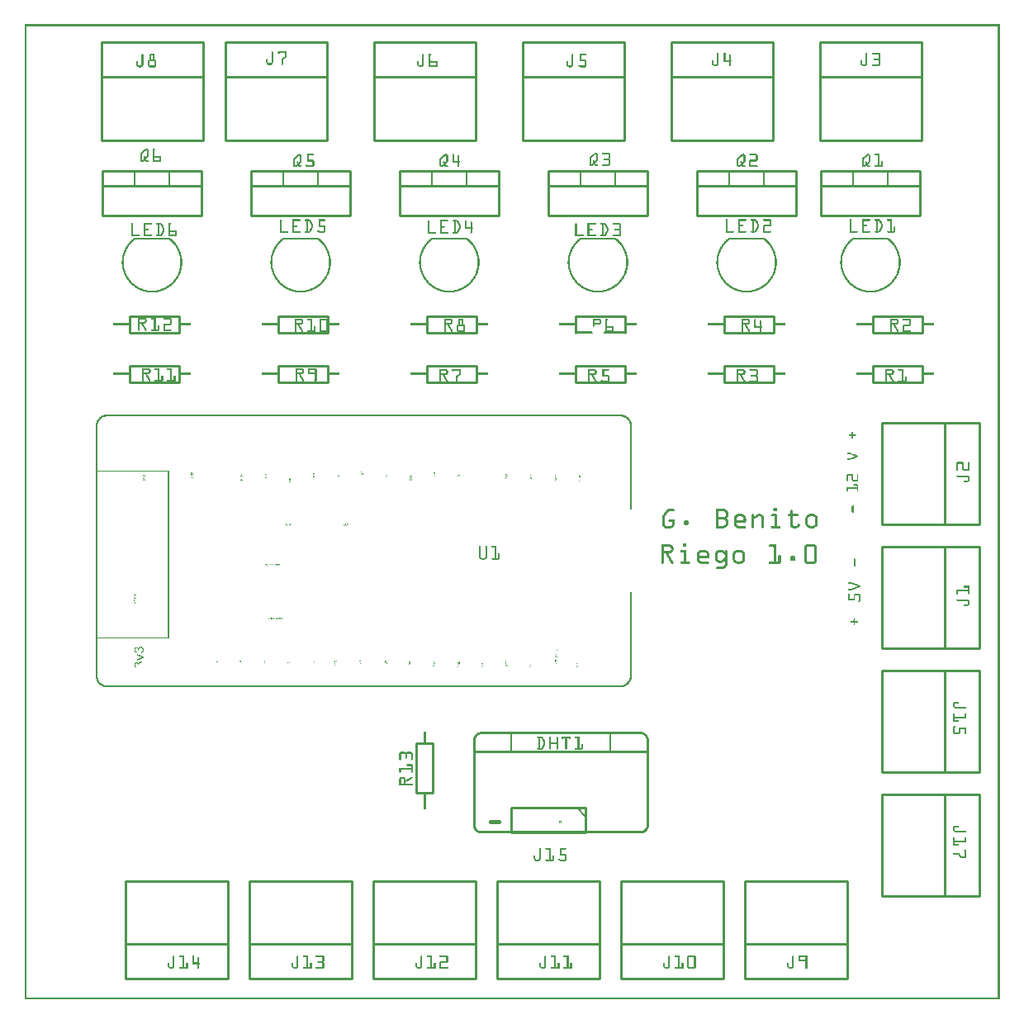
<source format=gto>
G04 MADE WITH FRITZING*
G04 WWW.FRITZING.ORG*
G04 DOUBLE SIDED*
G04 HOLES PLATED*
G04 CONTOUR ON CENTER OF CONTOUR VECTOR*
%ASAXBY*%
%FSLAX23Y23*%
%MOIN*%
%OFA0B0*%
%SFA1.0B1.0*%
%ADD10C,0.010000*%
%ADD11C,0.005000*%
%ADD12C,0.005701*%
%ADD13C,0.003725*%
%ADD14C,0.003723*%
%ADD15C,0.010417*%
%ADD16C,0.007874*%
%ADD17R,0.001000X0.001000*%
%LNSILK1*%
G90*
G70*
G54D10*
X2265Y775D02*
X1965Y775D01*
D02*
X1965Y775D02*
X1965Y675D01*
D02*
X1965Y675D02*
X2265Y675D01*
D02*
X2265Y675D02*
X2265Y775D01*
G54D11*
D02*
X2230Y775D02*
X2265Y740D01*
G54D10*
D02*
X1582Y835D02*
X1582Y1035D01*
D02*
X1582Y1035D02*
X1648Y1035D01*
D02*
X1648Y1035D02*
X1648Y835D01*
D02*
X1648Y835D02*
X1582Y835D01*
G54D12*
D02*
X580Y2137D02*
X580Y1463D01*
G54D13*
D02*
X580Y1463D02*
X292Y1463D01*
G54D14*
D02*
X580Y2137D02*
X293Y2137D01*
G54D15*
D02*
X3460Y1330D02*
X3460Y919D01*
D02*
X3460Y919D02*
X3856Y919D01*
D02*
X3856Y919D02*
X3856Y1330D01*
D02*
X3856Y1330D02*
X3460Y1330D01*
D02*
X3714Y919D02*
X3714Y1330D01*
D02*
X3460Y830D02*
X3460Y419D01*
D02*
X3460Y419D02*
X3856Y419D01*
D02*
X3856Y419D02*
X3856Y830D01*
D02*
X3856Y830D02*
X3460Y830D01*
D02*
X3714Y419D02*
X3714Y830D01*
D02*
X2010Y3470D02*
X2421Y3470D01*
D02*
X2421Y3470D02*
X2421Y3866D01*
D02*
X2421Y3866D02*
X2010Y3866D01*
D02*
X2010Y3866D02*
X2010Y3470D01*
D02*
X2421Y3724D02*
X2010Y3724D01*
D02*
X3210Y3470D02*
X3621Y3470D01*
D02*
X3621Y3470D02*
X3621Y3866D01*
D02*
X3621Y3866D02*
X3210Y3866D01*
D02*
X3210Y3866D02*
X3210Y3470D01*
D02*
X3621Y3724D02*
X3210Y3724D01*
D02*
X2610Y3470D02*
X3021Y3470D01*
D02*
X3021Y3470D02*
X3021Y3866D01*
D02*
X3021Y3866D02*
X2610Y3866D01*
D02*
X2610Y3866D02*
X2610Y3470D01*
D02*
X3021Y3724D02*
X2610Y3724D01*
D02*
X1410Y3470D02*
X1821Y3470D01*
D02*
X1821Y3470D02*
X1821Y3866D01*
D02*
X1821Y3866D02*
X1410Y3866D01*
D02*
X1410Y3866D02*
X1410Y3470D01*
D02*
X1821Y3724D02*
X1410Y3724D01*
D02*
X810Y3470D02*
X1221Y3470D01*
D02*
X1221Y3470D02*
X1221Y3866D01*
D02*
X1221Y3866D02*
X810Y3866D01*
D02*
X810Y3866D02*
X810Y3470D01*
D02*
X1221Y3724D02*
X810Y3724D01*
D02*
X310Y3470D02*
X721Y3470D01*
D02*
X721Y3470D02*
X721Y3866D01*
D02*
X721Y3866D02*
X310Y3866D01*
D02*
X310Y3866D02*
X310Y3470D01*
D02*
X721Y3724D02*
X310Y3724D01*
D02*
X3460Y2330D02*
X3460Y1919D01*
D02*
X3460Y1919D02*
X3856Y1919D01*
D02*
X3856Y1919D02*
X3856Y2330D01*
D02*
X3856Y2330D02*
X3460Y2330D01*
D02*
X3714Y1919D02*
X3714Y2330D01*
D02*
X3460Y1830D02*
X3460Y1419D01*
D02*
X3460Y1419D02*
X3856Y1419D01*
D02*
X3856Y1419D02*
X3856Y1830D01*
D02*
X3856Y1830D02*
X3460Y1830D01*
D02*
X3714Y1419D02*
X3714Y1830D01*
D02*
X2320Y480D02*
X1909Y480D01*
D02*
X1909Y480D02*
X1909Y84D01*
D02*
X1909Y84D02*
X2320Y84D01*
D02*
X2320Y84D02*
X2320Y480D01*
D02*
X1909Y227D02*
X2320Y227D01*
D02*
X820Y480D02*
X409Y480D01*
D02*
X409Y480D02*
X409Y84D01*
D02*
X409Y84D02*
X820Y84D01*
D02*
X820Y84D02*
X820Y480D01*
D02*
X409Y227D02*
X820Y227D01*
D02*
X1320Y480D02*
X909Y480D01*
D02*
X909Y480D02*
X909Y84D01*
D02*
X909Y84D02*
X1320Y84D01*
D02*
X1320Y84D02*
X1320Y480D01*
D02*
X909Y227D02*
X1320Y227D01*
D02*
X1820Y480D02*
X1409Y480D01*
D02*
X1409Y480D02*
X1409Y84D01*
D02*
X1409Y84D02*
X1820Y84D01*
D02*
X1820Y84D02*
X1820Y480D01*
D02*
X1409Y227D02*
X1820Y227D01*
D02*
X3320Y480D02*
X2909Y480D01*
D02*
X2909Y480D02*
X2909Y84D01*
D02*
X2909Y84D02*
X3320Y84D01*
D02*
X3320Y84D02*
X3320Y480D01*
D02*
X2909Y227D02*
X3320Y227D01*
D02*
X2820Y480D02*
X2409Y480D01*
D02*
X2409Y480D02*
X2409Y84D01*
D02*
X2409Y84D02*
X2820Y84D01*
D02*
X2820Y84D02*
X2820Y480D01*
D02*
X2409Y227D02*
X2820Y227D01*
G54D10*
D02*
X315Y3345D02*
X715Y3345D01*
D02*
X715Y3345D02*
X715Y3165D01*
D02*
X715Y3165D02*
X315Y3165D01*
D02*
X315Y3165D02*
X315Y3345D01*
D02*
X315Y3345D02*
X715Y3345D01*
D02*
X715Y3345D02*
X715Y3285D01*
D02*
X715Y3285D02*
X315Y3285D01*
D02*
X315Y3285D02*
X315Y3345D01*
G54D11*
D02*
X445Y3345D02*
X445Y3285D01*
D02*
X585Y3345D02*
X585Y3285D01*
G54D10*
D02*
X3215Y3345D02*
X3615Y3345D01*
D02*
X3615Y3345D02*
X3615Y3165D01*
D02*
X3615Y3165D02*
X3215Y3165D01*
D02*
X3215Y3165D02*
X3215Y3345D01*
D02*
X3215Y3345D02*
X3615Y3345D01*
D02*
X3615Y3345D02*
X3615Y3285D01*
D02*
X3615Y3285D02*
X3215Y3285D01*
D02*
X3215Y3285D02*
X3215Y3345D01*
G54D11*
D02*
X3345Y3345D02*
X3345Y3285D01*
D02*
X3485Y3345D02*
X3485Y3285D01*
G54D10*
D02*
X2715Y3345D02*
X3115Y3345D01*
D02*
X3115Y3345D02*
X3115Y3165D01*
D02*
X3115Y3165D02*
X2715Y3165D01*
D02*
X2715Y3165D02*
X2715Y3345D01*
D02*
X2715Y3345D02*
X3115Y3345D01*
D02*
X3115Y3345D02*
X3115Y3285D01*
D02*
X3115Y3285D02*
X2715Y3285D01*
D02*
X2715Y3285D02*
X2715Y3345D01*
G54D11*
D02*
X2845Y3345D02*
X2845Y3285D01*
D02*
X2985Y3345D02*
X2985Y3285D01*
G54D10*
D02*
X2115Y3345D02*
X2515Y3345D01*
D02*
X2515Y3345D02*
X2515Y3165D01*
D02*
X2515Y3165D02*
X2115Y3165D01*
D02*
X2115Y3165D02*
X2115Y3345D01*
D02*
X2115Y3345D02*
X2515Y3345D01*
D02*
X2515Y3345D02*
X2515Y3285D01*
D02*
X2515Y3285D02*
X2115Y3285D01*
D02*
X2115Y3285D02*
X2115Y3345D01*
G54D11*
D02*
X2245Y3345D02*
X2245Y3285D01*
D02*
X2385Y3345D02*
X2385Y3285D01*
G54D10*
D02*
X1515Y3345D02*
X1915Y3345D01*
D02*
X1915Y3345D02*
X1915Y3165D01*
D02*
X1915Y3165D02*
X1515Y3165D01*
D02*
X1515Y3165D02*
X1515Y3345D01*
D02*
X1515Y3345D02*
X1915Y3345D01*
D02*
X1915Y3345D02*
X1915Y3285D01*
D02*
X1915Y3285D02*
X1515Y3285D01*
D02*
X1515Y3285D02*
X1515Y3345D01*
G54D11*
D02*
X1645Y3345D02*
X1645Y3285D01*
D02*
X1785Y3345D02*
X1785Y3285D01*
G54D10*
D02*
X915Y3345D02*
X1315Y3345D01*
D02*
X1315Y3345D02*
X1315Y3165D01*
D02*
X1315Y3165D02*
X915Y3165D01*
D02*
X915Y3165D02*
X915Y3345D01*
D02*
X915Y3345D02*
X1315Y3345D01*
D02*
X1315Y3345D02*
X1315Y3285D01*
D02*
X1315Y3285D02*
X915Y3285D01*
D02*
X915Y3285D02*
X915Y3345D01*
G54D11*
D02*
X1045Y3345D02*
X1045Y3285D01*
D02*
X1185Y3345D02*
X1185Y3285D01*
G54D10*
D02*
X425Y2758D02*
X625Y2758D01*
D02*
X625Y2758D02*
X625Y2692D01*
D02*
X625Y2692D02*
X425Y2692D01*
D02*
X425Y2692D02*
X425Y2758D01*
D02*
X425Y2558D02*
X625Y2558D01*
D02*
X625Y2558D02*
X625Y2492D01*
D02*
X625Y2492D02*
X425Y2492D01*
D02*
X425Y2492D02*
X425Y2558D01*
D02*
X3425Y2558D02*
X3625Y2558D01*
D02*
X3625Y2558D02*
X3625Y2492D01*
D02*
X3625Y2492D02*
X3425Y2492D01*
D02*
X3425Y2492D02*
X3425Y2558D01*
D02*
X2825Y2558D02*
X3025Y2558D01*
D02*
X3025Y2558D02*
X3025Y2492D01*
D02*
X3025Y2492D02*
X2825Y2492D01*
D02*
X2825Y2492D02*
X2825Y2558D01*
D02*
X2225Y2558D02*
X2425Y2558D01*
D02*
X2425Y2558D02*
X2425Y2492D01*
D02*
X2425Y2492D02*
X2225Y2492D01*
D02*
X2225Y2492D02*
X2225Y2558D01*
D02*
X1625Y2558D02*
X1825Y2558D01*
D02*
X1825Y2558D02*
X1825Y2492D01*
D02*
X1825Y2492D02*
X1625Y2492D01*
D02*
X1625Y2492D02*
X1625Y2558D01*
D02*
X1025Y2558D02*
X1225Y2558D01*
D02*
X1225Y2558D02*
X1225Y2492D01*
D02*
X1225Y2492D02*
X1025Y2492D01*
D02*
X1025Y2492D02*
X1025Y2558D01*
D02*
X3425Y2758D02*
X3625Y2758D01*
D02*
X3625Y2758D02*
X3625Y2692D01*
D02*
X3625Y2692D02*
X3425Y2692D01*
D02*
X3425Y2692D02*
X3425Y2758D01*
D02*
X2825Y2758D02*
X3025Y2758D01*
D02*
X3025Y2758D02*
X3025Y2692D01*
D02*
X3025Y2692D02*
X2825Y2692D01*
D02*
X2825Y2692D02*
X2825Y2758D01*
D02*
X2225Y2758D02*
X2425Y2758D01*
D02*
X2425Y2758D02*
X2425Y2692D01*
D02*
X2225Y2692D02*
X2225Y2758D01*
D02*
X1625Y2758D02*
X1825Y2758D01*
D02*
X1825Y2758D02*
X1825Y2692D01*
D02*
X1825Y2692D02*
X1625Y2692D01*
D02*
X1625Y2692D02*
X1625Y2758D01*
D02*
X1025Y2758D02*
X1225Y2758D01*
D02*
X1225Y2758D02*
X1225Y2692D01*
D02*
X1225Y2692D02*
X1025Y2692D01*
D02*
X1025Y2692D02*
X1025Y2758D01*
G54D16*
X586Y3071D02*
X444Y3071D01*
D02*
X3486Y3071D02*
X3344Y3071D01*
D02*
X2986Y3071D02*
X2844Y3071D01*
D02*
X2386Y3071D02*
X2244Y3071D01*
D02*
X1786Y3071D02*
X1644Y3071D01*
D02*
X1186Y3071D02*
X1044Y3071D01*
D02*
G54D17*
X0Y3937D02*
X3936Y3937D01*
X0Y3936D02*
X3936Y3936D01*
X0Y3935D02*
X3936Y3935D01*
X0Y3934D02*
X3936Y3934D01*
X0Y3933D02*
X3936Y3933D01*
X0Y3932D02*
X3936Y3932D01*
X0Y3931D02*
X3936Y3931D01*
X0Y3930D02*
X3936Y3930D01*
X0Y3929D02*
X7Y3929D01*
X3929Y3929D02*
X3936Y3929D01*
X0Y3928D02*
X7Y3928D01*
X3929Y3928D02*
X3936Y3928D01*
X0Y3927D02*
X7Y3927D01*
X3929Y3927D02*
X3936Y3927D01*
X0Y3926D02*
X7Y3926D01*
X3929Y3926D02*
X3936Y3926D01*
X0Y3925D02*
X7Y3925D01*
X3929Y3925D02*
X3936Y3925D01*
X0Y3924D02*
X7Y3924D01*
X3929Y3924D02*
X3936Y3924D01*
X0Y3923D02*
X7Y3923D01*
X3929Y3923D02*
X3936Y3923D01*
X0Y3922D02*
X7Y3922D01*
X3929Y3922D02*
X3936Y3922D01*
X0Y3921D02*
X7Y3921D01*
X3929Y3921D02*
X3936Y3921D01*
X0Y3920D02*
X7Y3920D01*
X3929Y3920D02*
X3936Y3920D01*
X0Y3919D02*
X7Y3919D01*
X3929Y3919D02*
X3936Y3919D01*
X0Y3918D02*
X7Y3918D01*
X3929Y3918D02*
X3936Y3918D01*
X0Y3917D02*
X7Y3917D01*
X3929Y3917D02*
X3936Y3917D01*
X0Y3916D02*
X7Y3916D01*
X3929Y3916D02*
X3936Y3916D01*
X0Y3915D02*
X7Y3915D01*
X3929Y3915D02*
X3936Y3915D01*
X0Y3914D02*
X7Y3914D01*
X3929Y3914D02*
X3936Y3914D01*
X0Y3913D02*
X7Y3913D01*
X3929Y3913D02*
X3936Y3913D01*
X0Y3912D02*
X7Y3912D01*
X3929Y3912D02*
X3936Y3912D01*
X0Y3911D02*
X7Y3911D01*
X3929Y3911D02*
X3936Y3911D01*
X0Y3910D02*
X7Y3910D01*
X3929Y3910D02*
X3936Y3910D01*
X0Y3909D02*
X7Y3909D01*
X3929Y3909D02*
X3936Y3909D01*
X0Y3908D02*
X7Y3908D01*
X3929Y3908D02*
X3936Y3908D01*
X0Y3907D02*
X7Y3907D01*
X3929Y3907D02*
X3936Y3907D01*
X0Y3906D02*
X7Y3906D01*
X3929Y3906D02*
X3936Y3906D01*
X0Y3905D02*
X7Y3905D01*
X3929Y3905D02*
X3936Y3905D01*
X0Y3904D02*
X7Y3904D01*
X3929Y3904D02*
X3936Y3904D01*
X0Y3903D02*
X7Y3903D01*
X3929Y3903D02*
X3936Y3903D01*
X0Y3902D02*
X7Y3902D01*
X3929Y3902D02*
X3936Y3902D01*
X0Y3901D02*
X7Y3901D01*
X3929Y3901D02*
X3936Y3901D01*
X0Y3900D02*
X7Y3900D01*
X3929Y3900D02*
X3936Y3900D01*
X0Y3899D02*
X7Y3899D01*
X3929Y3899D02*
X3936Y3899D01*
X0Y3898D02*
X7Y3898D01*
X3929Y3898D02*
X3936Y3898D01*
X0Y3897D02*
X7Y3897D01*
X3929Y3897D02*
X3936Y3897D01*
X0Y3896D02*
X7Y3896D01*
X3929Y3896D02*
X3936Y3896D01*
X0Y3895D02*
X7Y3895D01*
X3929Y3895D02*
X3936Y3895D01*
X0Y3894D02*
X7Y3894D01*
X3929Y3894D02*
X3936Y3894D01*
X0Y3893D02*
X7Y3893D01*
X3929Y3893D02*
X3936Y3893D01*
X0Y3892D02*
X7Y3892D01*
X3929Y3892D02*
X3936Y3892D01*
X0Y3891D02*
X7Y3891D01*
X3929Y3891D02*
X3936Y3891D01*
X0Y3890D02*
X7Y3890D01*
X3929Y3890D02*
X3936Y3890D01*
X0Y3889D02*
X7Y3889D01*
X3929Y3889D02*
X3936Y3889D01*
X0Y3888D02*
X7Y3888D01*
X3929Y3888D02*
X3936Y3888D01*
X0Y3887D02*
X7Y3887D01*
X3929Y3887D02*
X3936Y3887D01*
X0Y3886D02*
X7Y3886D01*
X3929Y3886D02*
X3936Y3886D01*
X0Y3885D02*
X7Y3885D01*
X3929Y3885D02*
X3936Y3885D01*
X0Y3884D02*
X7Y3884D01*
X3929Y3884D02*
X3936Y3884D01*
X0Y3883D02*
X7Y3883D01*
X3929Y3883D02*
X3936Y3883D01*
X0Y3882D02*
X7Y3882D01*
X3929Y3882D02*
X3936Y3882D01*
X0Y3881D02*
X7Y3881D01*
X3929Y3881D02*
X3936Y3881D01*
X0Y3880D02*
X7Y3880D01*
X3929Y3880D02*
X3936Y3880D01*
X0Y3879D02*
X7Y3879D01*
X3929Y3879D02*
X3936Y3879D01*
X0Y3878D02*
X7Y3878D01*
X3929Y3878D02*
X3936Y3878D01*
X0Y3877D02*
X7Y3877D01*
X3929Y3877D02*
X3936Y3877D01*
X0Y3876D02*
X7Y3876D01*
X3929Y3876D02*
X3936Y3876D01*
X0Y3875D02*
X7Y3875D01*
X3929Y3875D02*
X3936Y3875D01*
X0Y3874D02*
X7Y3874D01*
X3929Y3874D02*
X3936Y3874D01*
X0Y3873D02*
X7Y3873D01*
X3929Y3873D02*
X3936Y3873D01*
X0Y3872D02*
X7Y3872D01*
X3929Y3872D02*
X3936Y3872D01*
X0Y3871D02*
X7Y3871D01*
X3929Y3871D02*
X3936Y3871D01*
X0Y3870D02*
X7Y3870D01*
X3929Y3870D02*
X3936Y3870D01*
X0Y3869D02*
X7Y3869D01*
X3929Y3869D02*
X3936Y3869D01*
X0Y3868D02*
X7Y3868D01*
X3929Y3868D02*
X3936Y3868D01*
X0Y3867D02*
X7Y3867D01*
X3929Y3867D02*
X3936Y3867D01*
X0Y3866D02*
X7Y3866D01*
X3929Y3866D02*
X3936Y3866D01*
X0Y3865D02*
X7Y3865D01*
X3929Y3865D02*
X3936Y3865D01*
X0Y3864D02*
X7Y3864D01*
X3929Y3864D02*
X3936Y3864D01*
X0Y3863D02*
X7Y3863D01*
X3929Y3863D02*
X3936Y3863D01*
X0Y3862D02*
X7Y3862D01*
X3929Y3862D02*
X3936Y3862D01*
X0Y3861D02*
X7Y3861D01*
X3929Y3861D02*
X3936Y3861D01*
X0Y3860D02*
X7Y3860D01*
X3929Y3860D02*
X3936Y3860D01*
X0Y3859D02*
X7Y3859D01*
X3929Y3859D02*
X3936Y3859D01*
X0Y3858D02*
X7Y3858D01*
X3929Y3858D02*
X3936Y3858D01*
X0Y3857D02*
X7Y3857D01*
X3929Y3857D02*
X3936Y3857D01*
X0Y3856D02*
X7Y3856D01*
X3929Y3856D02*
X3936Y3856D01*
X0Y3855D02*
X7Y3855D01*
X3929Y3855D02*
X3936Y3855D01*
X0Y3854D02*
X7Y3854D01*
X3929Y3854D02*
X3936Y3854D01*
X0Y3853D02*
X7Y3853D01*
X3929Y3853D02*
X3936Y3853D01*
X0Y3852D02*
X7Y3852D01*
X3929Y3852D02*
X3936Y3852D01*
X0Y3851D02*
X7Y3851D01*
X3929Y3851D02*
X3936Y3851D01*
X0Y3850D02*
X7Y3850D01*
X3929Y3850D02*
X3936Y3850D01*
X0Y3849D02*
X7Y3849D01*
X3929Y3849D02*
X3936Y3849D01*
X0Y3848D02*
X7Y3848D01*
X3929Y3848D02*
X3936Y3848D01*
X0Y3847D02*
X7Y3847D01*
X3929Y3847D02*
X3936Y3847D01*
X0Y3846D02*
X7Y3846D01*
X3929Y3846D02*
X3936Y3846D01*
X0Y3845D02*
X7Y3845D01*
X3929Y3845D02*
X3936Y3845D01*
X0Y3844D02*
X7Y3844D01*
X3929Y3844D02*
X3936Y3844D01*
X0Y3843D02*
X7Y3843D01*
X3929Y3843D02*
X3936Y3843D01*
X0Y3842D02*
X7Y3842D01*
X3929Y3842D02*
X3936Y3842D01*
X0Y3841D02*
X7Y3841D01*
X3929Y3841D02*
X3936Y3841D01*
X0Y3840D02*
X7Y3840D01*
X3929Y3840D02*
X3936Y3840D01*
X0Y3839D02*
X7Y3839D01*
X3929Y3839D02*
X3936Y3839D01*
X0Y3838D02*
X7Y3838D01*
X3929Y3838D02*
X3936Y3838D01*
X0Y3837D02*
X7Y3837D01*
X3929Y3837D02*
X3936Y3837D01*
X0Y3836D02*
X7Y3836D01*
X3929Y3836D02*
X3936Y3836D01*
X0Y3835D02*
X7Y3835D01*
X3929Y3835D02*
X3936Y3835D01*
X0Y3834D02*
X7Y3834D01*
X3929Y3834D02*
X3936Y3834D01*
X0Y3833D02*
X7Y3833D01*
X3929Y3833D02*
X3936Y3833D01*
X0Y3832D02*
X7Y3832D01*
X3929Y3832D02*
X3936Y3832D01*
X0Y3831D02*
X7Y3831D01*
X3929Y3831D02*
X3936Y3831D01*
X0Y3830D02*
X7Y3830D01*
X3929Y3830D02*
X3936Y3830D01*
X0Y3829D02*
X7Y3829D01*
X3929Y3829D02*
X3936Y3829D01*
X0Y3828D02*
X7Y3828D01*
X3929Y3828D02*
X3936Y3828D01*
X0Y3827D02*
X7Y3827D01*
X999Y3827D02*
X1001Y3827D01*
X1025Y3827D02*
X1057Y3827D01*
X3929Y3827D02*
X3936Y3827D01*
X0Y3826D02*
X7Y3826D01*
X998Y3826D02*
X1002Y3826D01*
X1024Y3826D02*
X1057Y3826D01*
X3929Y3826D02*
X3936Y3826D01*
X0Y3825D02*
X7Y3825D01*
X997Y3825D02*
X1003Y3825D01*
X1023Y3825D02*
X1057Y3825D01*
X3929Y3825D02*
X3936Y3825D01*
X0Y3824D02*
X7Y3824D01*
X997Y3824D02*
X1003Y3824D01*
X1023Y3824D02*
X1057Y3824D01*
X3929Y3824D02*
X3936Y3824D01*
X0Y3823D02*
X7Y3823D01*
X997Y3823D02*
X1003Y3823D01*
X1023Y3823D02*
X1057Y3823D01*
X3929Y3823D02*
X3936Y3823D01*
X0Y3822D02*
X7Y3822D01*
X997Y3822D02*
X1003Y3822D01*
X1023Y3822D02*
X1057Y3822D01*
X2797Y3822D02*
X2800Y3822D01*
X2825Y3822D02*
X2828Y3822D01*
X3397Y3822D02*
X3400Y3822D01*
X3423Y3822D02*
X3451Y3822D01*
X3929Y3822D02*
X3936Y3822D01*
X0Y3821D02*
X7Y3821D01*
X997Y3821D02*
X1003Y3821D01*
X1023Y3821D02*
X1057Y3821D01*
X2796Y3821D02*
X2801Y3821D01*
X2824Y3821D02*
X2829Y3821D01*
X3396Y3821D02*
X3401Y3821D01*
X3422Y3821D02*
X3453Y3821D01*
X3929Y3821D02*
X3936Y3821D01*
X0Y3820D02*
X7Y3820D01*
X997Y3820D02*
X1003Y3820D01*
X1023Y3820D02*
X1029Y3820D01*
X1051Y3820D02*
X1057Y3820D01*
X2796Y3820D02*
X2801Y3820D01*
X2823Y3820D02*
X2829Y3820D01*
X3396Y3820D02*
X3401Y3820D01*
X3422Y3820D02*
X3454Y3820D01*
X3929Y3820D02*
X3936Y3820D01*
X0Y3819D02*
X7Y3819D01*
X997Y3819D02*
X1003Y3819D01*
X1024Y3819D02*
X1028Y3819D01*
X1051Y3819D02*
X1057Y3819D01*
X1636Y3819D02*
X1638Y3819D01*
X2795Y3819D02*
X2801Y3819D01*
X2823Y3819D02*
X2829Y3819D01*
X3395Y3819D02*
X3401Y3819D01*
X3422Y3819D02*
X3454Y3819D01*
X3929Y3819D02*
X3936Y3819D01*
X0Y3818D02*
X7Y3818D01*
X997Y3818D02*
X1003Y3818D01*
X1025Y3818D02*
X1027Y3818D01*
X1051Y3818D02*
X1057Y3818D01*
X1608Y3818D02*
X1611Y3818D01*
X1634Y3818D02*
X1641Y3818D01*
X2242Y3818D02*
X2265Y3818D01*
X2795Y3818D02*
X2801Y3818D01*
X2823Y3818D02*
X2829Y3818D01*
X3395Y3818D02*
X3401Y3818D01*
X3422Y3818D02*
X3455Y3818D01*
X3929Y3818D02*
X3936Y3818D01*
X0Y3817D02*
X7Y3817D01*
X474Y3817D02*
X477Y3817D01*
X507Y3817D02*
X524Y3817D01*
X997Y3817D02*
X1003Y3817D01*
X1051Y3817D02*
X1057Y3817D01*
X1607Y3817D02*
X1612Y3817D01*
X1633Y3817D02*
X1642Y3817D01*
X2210Y3817D02*
X2214Y3817D01*
X2242Y3817D02*
X2267Y3817D01*
X2795Y3817D02*
X2801Y3817D01*
X2823Y3817D02*
X2829Y3817D01*
X3395Y3817D02*
X3401Y3817D01*
X3422Y3817D02*
X3455Y3817D01*
X3929Y3817D02*
X3936Y3817D01*
X0Y3816D02*
X7Y3816D01*
X473Y3816D02*
X478Y3816D01*
X506Y3816D02*
X525Y3816D01*
X997Y3816D02*
X1003Y3816D01*
X1051Y3816D02*
X1057Y3816D01*
X1607Y3816D02*
X1612Y3816D01*
X1633Y3816D02*
X1642Y3816D01*
X2209Y3816D02*
X2214Y3816D01*
X2242Y3816D02*
X2268Y3816D01*
X2795Y3816D02*
X2801Y3816D01*
X2823Y3816D02*
X2829Y3816D01*
X2845Y3816D02*
X2849Y3816D01*
X3395Y3816D02*
X3401Y3816D01*
X3424Y3816D02*
X3455Y3816D01*
X3929Y3816D02*
X3936Y3816D01*
X0Y3815D02*
X7Y3815D01*
X473Y3815D02*
X479Y3815D01*
X506Y3815D02*
X525Y3815D01*
X997Y3815D02*
X1003Y3815D01*
X1051Y3815D02*
X1057Y3815D01*
X1606Y3815D02*
X1612Y3815D01*
X1633Y3815D02*
X1642Y3815D01*
X2209Y3815D02*
X2215Y3815D01*
X2242Y3815D02*
X2268Y3815D01*
X2795Y3815D02*
X2801Y3815D01*
X2823Y3815D02*
X2829Y3815D01*
X2844Y3815D02*
X2849Y3815D01*
X3395Y3815D02*
X3401Y3815D01*
X3449Y3815D02*
X3455Y3815D01*
X3929Y3815D02*
X3936Y3815D01*
X0Y3814D02*
X7Y3814D01*
X473Y3814D02*
X479Y3814D01*
X506Y3814D02*
X525Y3814D01*
X997Y3814D02*
X1003Y3814D01*
X1051Y3814D02*
X1057Y3814D01*
X1606Y3814D02*
X1612Y3814D01*
X1633Y3814D02*
X1642Y3814D01*
X2209Y3814D02*
X2215Y3814D01*
X2242Y3814D02*
X2268Y3814D01*
X2795Y3814D02*
X2801Y3814D01*
X2823Y3814D02*
X2829Y3814D01*
X2844Y3814D02*
X2850Y3814D01*
X3395Y3814D02*
X3401Y3814D01*
X3449Y3814D02*
X3455Y3814D01*
X3929Y3814D02*
X3936Y3814D01*
X0Y3813D02*
X7Y3813D01*
X473Y3813D02*
X479Y3813D01*
X506Y3813D02*
X525Y3813D01*
X997Y3813D02*
X1003Y3813D01*
X1051Y3813D02*
X1057Y3813D01*
X1606Y3813D02*
X1612Y3813D01*
X1633Y3813D02*
X1641Y3813D01*
X2209Y3813D02*
X2215Y3813D01*
X2242Y3813D02*
X2268Y3813D01*
X2795Y3813D02*
X2801Y3813D01*
X2823Y3813D02*
X2829Y3813D01*
X2844Y3813D02*
X2850Y3813D01*
X3395Y3813D02*
X3401Y3813D01*
X3449Y3813D02*
X3455Y3813D01*
X3929Y3813D02*
X3936Y3813D01*
X0Y3812D02*
X7Y3812D01*
X473Y3812D02*
X479Y3812D01*
X506Y3812D02*
X525Y3812D01*
X997Y3812D02*
X1003Y3812D01*
X1051Y3812D02*
X1057Y3812D01*
X1606Y3812D02*
X1612Y3812D01*
X1633Y3812D02*
X1639Y3812D01*
X2209Y3812D02*
X2215Y3812D01*
X2242Y3812D02*
X2267Y3812D01*
X2795Y3812D02*
X2801Y3812D01*
X2823Y3812D02*
X2829Y3812D01*
X2844Y3812D02*
X2850Y3812D01*
X3395Y3812D02*
X3401Y3812D01*
X3449Y3812D02*
X3455Y3812D01*
X3929Y3812D02*
X3936Y3812D01*
X0Y3811D02*
X7Y3811D01*
X473Y3811D02*
X479Y3811D01*
X506Y3811D02*
X525Y3811D01*
X997Y3811D02*
X1003Y3811D01*
X1051Y3811D02*
X1057Y3811D01*
X1606Y3811D02*
X1612Y3811D01*
X1633Y3811D02*
X1638Y3811D01*
X2209Y3811D02*
X2215Y3811D01*
X2242Y3811D02*
X2248Y3811D01*
X2795Y3811D02*
X2801Y3811D01*
X2823Y3811D02*
X2829Y3811D01*
X2844Y3811D02*
X2850Y3811D01*
X3395Y3811D02*
X3401Y3811D01*
X3449Y3811D02*
X3455Y3811D01*
X3929Y3811D02*
X3936Y3811D01*
X0Y3810D02*
X7Y3810D01*
X473Y3810D02*
X479Y3810D01*
X506Y3810D02*
X512Y3810D01*
X519Y3810D02*
X525Y3810D01*
X997Y3810D02*
X1003Y3810D01*
X1051Y3810D02*
X1057Y3810D01*
X1606Y3810D02*
X1612Y3810D01*
X1633Y3810D02*
X1638Y3810D01*
X2209Y3810D02*
X2215Y3810D01*
X2242Y3810D02*
X2248Y3810D01*
X2795Y3810D02*
X2801Y3810D01*
X2823Y3810D02*
X2829Y3810D01*
X2844Y3810D02*
X2850Y3810D01*
X3395Y3810D02*
X3401Y3810D01*
X3449Y3810D02*
X3455Y3810D01*
X3929Y3810D02*
X3936Y3810D01*
X0Y3809D02*
X7Y3809D01*
X473Y3809D02*
X479Y3809D01*
X506Y3809D02*
X512Y3809D01*
X519Y3809D02*
X525Y3809D01*
X997Y3809D02*
X1003Y3809D01*
X1051Y3809D02*
X1057Y3809D01*
X1606Y3809D02*
X1612Y3809D01*
X1633Y3809D02*
X1638Y3809D01*
X2209Y3809D02*
X2215Y3809D01*
X2242Y3809D02*
X2248Y3809D01*
X2795Y3809D02*
X2801Y3809D01*
X2823Y3809D02*
X2829Y3809D01*
X2844Y3809D02*
X2850Y3809D01*
X3395Y3809D02*
X3401Y3809D01*
X3449Y3809D02*
X3455Y3809D01*
X3929Y3809D02*
X3936Y3809D01*
X0Y3808D02*
X7Y3808D01*
X473Y3808D02*
X479Y3808D01*
X506Y3808D02*
X512Y3808D01*
X519Y3808D02*
X525Y3808D01*
X997Y3808D02*
X1003Y3808D01*
X1051Y3808D02*
X1057Y3808D01*
X1606Y3808D02*
X1612Y3808D01*
X1633Y3808D02*
X1638Y3808D01*
X2209Y3808D02*
X2215Y3808D01*
X2242Y3808D02*
X2248Y3808D01*
X2795Y3808D02*
X2801Y3808D01*
X2823Y3808D02*
X2829Y3808D01*
X2844Y3808D02*
X2850Y3808D01*
X3395Y3808D02*
X3401Y3808D01*
X3449Y3808D02*
X3455Y3808D01*
X3929Y3808D02*
X3936Y3808D01*
X0Y3807D02*
X7Y3807D01*
X473Y3807D02*
X479Y3807D01*
X506Y3807D02*
X512Y3807D01*
X519Y3807D02*
X525Y3807D01*
X997Y3807D02*
X1003Y3807D01*
X1050Y3807D02*
X1057Y3807D01*
X1606Y3807D02*
X1612Y3807D01*
X1633Y3807D02*
X1638Y3807D01*
X2209Y3807D02*
X2215Y3807D01*
X2242Y3807D02*
X2248Y3807D01*
X2795Y3807D02*
X2801Y3807D01*
X2823Y3807D02*
X2829Y3807D01*
X2844Y3807D02*
X2850Y3807D01*
X3395Y3807D02*
X3401Y3807D01*
X3449Y3807D02*
X3455Y3807D01*
X3929Y3807D02*
X3936Y3807D01*
X0Y3806D02*
X7Y3806D01*
X473Y3806D02*
X479Y3806D01*
X506Y3806D02*
X512Y3806D01*
X519Y3806D02*
X525Y3806D01*
X997Y3806D02*
X1003Y3806D01*
X1048Y3806D02*
X1057Y3806D01*
X1606Y3806D02*
X1612Y3806D01*
X1633Y3806D02*
X1638Y3806D01*
X2209Y3806D02*
X2215Y3806D01*
X2242Y3806D02*
X2248Y3806D01*
X2795Y3806D02*
X2801Y3806D01*
X2823Y3806D02*
X2829Y3806D01*
X2844Y3806D02*
X2850Y3806D01*
X3395Y3806D02*
X3401Y3806D01*
X3449Y3806D02*
X3455Y3806D01*
X3929Y3806D02*
X3936Y3806D01*
X0Y3805D02*
X7Y3805D01*
X473Y3805D02*
X479Y3805D01*
X506Y3805D02*
X512Y3805D01*
X519Y3805D02*
X525Y3805D01*
X997Y3805D02*
X1003Y3805D01*
X1047Y3805D02*
X1056Y3805D01*
X1606Y3805D02*
X1612Y3805D01*
X1633Y3805D02*
X1638Y3805D01*
X2209Y3805D02*
X2215Y3805D01*
X2242Y3805D02*
X2248Y3805D01*
X2795Y3805D02*
X2801Y3805D01*
X2823Y3805D02*
X2829Y3805D01*
X2844Y3805D02*
X2850Y3805D01*
X3395Y3805D02*
X3401Y3805D01*
X3449Y3805D02*
X3455Y3805D01*
X3929Y3805D02*
X3936Y3805D01*
X0Y3804D02*
X7Y3804D01*
X473Y3804D02*
X479Y3804D01*
X506Y3804D02*
X512Y3804D01*
X519Y3804D02*
X525Y3804D01*
X997Y3804D02*
X1003Y3804D01*
X1046Y3804D02*
X1056Y3804D01*
X1606Y3804D02*
X1612Y3804D01*
X1633Y3804D02*
X1638Y3804D01*
X2209Y3804D02*
X2215Y3804D01*
X2242Y3804D02*
X2248Y3804D01*
X2795Y3804D02*
X2801Y3804D01*
X2823Y3804D02*
X2829Y3804D01*
X2844Y3804D02*
X2850Y3804D01*
X3395Y3804D02*
X3401Y3804D01*
X3449Y3804D02*
X3455Y3804D01*
X3929Y3804D02*
X3936Y3804D01*
X0Y3803D02*
X7Y3803D01*
X473Y3803D02*
X479Y3803D01*
X506Y3803D02*
X512Y3803D01*
X519Y3803D02*
X525Y3803D01*
X997Y3803D02*
X1003Y3803D01*
X1045Y3803D02*
X1055Y3803D01*
X1606Y3803D02*
X1612Y3803D01*
X1633Y3803D02*
X1638Y3803D01*
X2209Y3803D02*
X2215Y3803D01*
X2242Y3803D02*
X2248Y3803D01*
X2795Y3803D02*
X2801Y3803D01*
X2823Y3803D02*
X2829Y3803D01*
X2844Y3803D02*
X2850Y3803D01*
X3395Y3803D02*
X3401Y3803D01*
X3449Y3803D02*
X3455Y3803D01*
X3929Y3803D02*
X3936Y3803D01*
X0Y3802D02*
X7Y3802D01*
X473Y3802D02*
X479Y3802D01*
X506Y3802D02*
X512Y3802D01*
X519Y3802D02*
X525Y3802D01*
X997Y3802D02*
X1003Y3802D01*
X1044Y3802D02*
X1054Y3802D01*
X1606Y3802D02*
X1612Y3802D01*
X1633Y3802D02*
X1638Y3802D01*
X2209Y3802D02*
X2215Y3802D01*
X2242Y3802D02*
X2248Y3802D01*
X2795Y3802D02*
X2801Y3802D01*
X2823Y3802D02*
X2829Y3802D01*
X2844Y3802D02*
X2850Y3802D01*
X3395Y3802D02*
X3401Y3802D01*
X3449Y3802D02*
X3455Y3802D01*
X3929Y3802D02*
X3936Y3802D01*
X0Y3801D02*
X7Y3801D01*
X473Y3801D02*
X479Y3801D01*
X506Y3801D02*
X512Y3801D01*
X519Y3801D02*
X525Y3801D01*
X997Y3801D02*
X1003Y3801D01*
X1043Y3801D02*
X1052Y3801D01*
X1606Y3801D02*
X1612Y3801D01*
X1633Y3801D02*
X1638Y3801D01*
X2209Y3801D02*
X2215Y3801D01*
X2242Y3801D02*
X2248Y3801D01*
X2795Y3801D02*
X2801Y3801D01*
X2823Y3801D02*
X2829Y3801D01*
X2844Y3801D02*
X2850Y3801D01*
X3395Y3801D02*
X3401Y3801D01*
X3449Y3801D02*
X3455Y3801D01*
X3929Y3801D02*
X3936Y3801D01*
X0Y3800D02*
X7Y3800D01*
X473Y3800D02*
X479Y3800D01*
X506Y3800D02*
X512Y3800D01*
X519Y3800D02*
X525Y3800D01*
X997Y3800D02*
X1003Y3800D01*
X1041Y3800D02*
X1051Y3800D01*
X1606Y3800D02*
X1612Y3800D01*
X1633Y3800D02*
X1638Y3800D01*
X2209Y3800D02*
X2215Y3800D01*
X2242Y3800D02*
X2248Y3800D01*
X2795Y3800D02*
X2801Y3800D01*
X2823Y3800D02*
X2829Y3800D01*
X2844Y3800D02*
X2850Y3800D01*
X3395Y3800D02*
X3401Y3800D01*
X3448Y3800D02*
X3455Y3800D01*
X3929Y3800D02*
X3936Y3800D01*
X0Y3799D02*
X7Y3799D01*
X473Y3799D02*
X479Y3799D01*
X506Y3799D02*
X512Y3799D01*
X519Y3799D02*
X525Y3799D01*
X997Y3799D02*
X1003Y3799D01*
X1040Y3799D02*
X1050Y3799D01*
X1606Y3799D02*
X1612Y3799D01*
X1633Y3799D02*
X1638Y3799D01*
X2209Y3799D02*
X2215Y3799D01*
X2242Y3799D02*
X2248Y3799D01*
X2795Y3799D02*
X2801Y3799D01*
X2823Y3799D02*
X2829Y3799D01*
X2844Y3799D02*
X2850Y3799D01*
X3395Y3799D02*
X3401Y3799D01*
X3431Y3799D02*
X3454Y3799D01*
X3929Y3799D02*
X3936Y3799D01*
X0Y3798D02*
X7Y3798D01*
X473Y3798D02*
X479Y3798D01*
X506Y3798D02*
X512Y3798D01*
X519Y3798D02*
X525Y3798D01*
X979Y3798D02*
X980Y3798D01*
X997Y3798D02*
X1003Y3798D01*
X1039Y3798D02*
X1049Y3798D01*
X1606Y3798D02*
X1612Y3798D01*
X1633Y3798D02*
X1638Y3798D01*
X2209Y3798D02*
X2215Y3798D01*
X2242Y3798D02*
X2248Y3798D01*
X2795Y3798D02*
X2801Y3798D01*
X2823Y3798D02*
X2829Y3798D01*
X2844Y3798D02*
X2850Y3798D01*
X3395Y3798D02*
X3401Y3798D01*
X3429Y3798D02*
X3454Y3798D01*
X3929Y3798D02*
X3936Y3798D01*
X0Y3797D02*
X7Y3797D01*
X473Y3797D02*
X479Y3797D01*
X506Y3797D02*
X512Y3797D01*
X519Y3797D02*
X525Y3797D01*
X977Y3797D02*
X981Y3797D01*
X997Y3797D02*
X1003Y3797D01*
X1038Y3797D02*
X1048Y3797D01*
X1606Y3797D02*
X1612Y3797D01*
X1633Y3797D02*
X1638Y3797D01*
X2209Y3797D02*
X2215Y3797D01*
X2242Y3797D02*
X2248Y3797D01*
X2795Y3797D02*
X2801Y3797D01*
X2823Y3797D02*
X2829Y3797D01*
X2844Y3797D02*
X2850Y3797D01*
X3395Y3797D02*
X3401Y3797D01*
X3429Y3797D02*
X3453Y3797D01*
X3929Y3797D02*
X3936Y3797D01*
X0Y3796D02*
X7Y3796D01*
X473Y3796D02*
X479Y3796D01*
X506Y3796D02*
X512Y3796D01*
X519Y3796D02*
X525Y3796D01*
X977Y3796D02*
X982Y3796D01*
X997Y3796D02*
X1003Y3796D01*
X1037Y3796D02*
X1047Y3796D01*
X1606Y3796D02*
X1612Y3796D01*
X1633Y3796D02*
X1638Y3796D01*
X2209Y3796D02*
X2215Y3796D01*
X2242Y3796D02*
X2248Y3796D01*
X2795Y3796D02*
X2801Y3796D01*
X2823Y3796D02*
X2829Y3796D01*
X2844Y3796D02*
X2850Y3796D01*
X3395Y3796D02*
X3401Y3796D01*
X3428Y3796D02*
X3453Y3796D01*
X3929Y3796D02*
X3936Y3796D01*
X0Y3795D02*
X7Y3795D01*
X473Y3795D02*
X479Y3795D01*
X506Y3795D02*
X512Y3795D01*
X519Y3795D02*
X525Y3795D01*
X976Y3795D02*
X982Y3795D01*
X997Y3795D02*
X1003Y3795D01*
X1037Y3795D02*
X1045Y3795D01*
X1606Y3795D02*
X1612Y3795D01*
X1633Y3795D02*
X1638Y3795D01*
X2209Y3795D02*
X2215Y3795D01*
X2242Y3795D02*
X2248Y3795D01*
X2795Y3795D02*
X2801Y3795D01*
X2823Y3795D02*
X2829Y3795D01*
X2844Y3795D02*
X2850Y3795D01*
X3395Y3795D02*
X3401Y3795D01*
X3429Y3795D02*
X3453Y3795D01*
X3929Y3795D02*
X3936Y3795D01*
X0Y3794D02*
X7Y3794D01*
X473Y3794D02*
X479Y3794D01*
X504Y3794D02*
X527Y3794D01*
X976Y3794D02*
X982Y3794D01*
X997Y3794D02*
X1003Y3794D01*
X1037Y3794D02*
X1044Y3794D01*
X1606Y3794D02*
X1612Y3794D01*
X1633Y3794D02*
X1638Y3794D01*
X2209Y3794D02*
X2215Y3794D01*
X2242Y3794D02*
X2264Y3794D01*
X2795Y3794D02*
X2801Y3794D01*
X2823Y3794D02*
X2829Y3794D01*
X2844Y3794D02*
X2850Y3794D01*
X3395Y3794D02*
X3401Y3794D01*
X3429Y3794D02*
X3454Y3794D01*
X3929Y3794D02*
X3936Y3794D01*
X0Y3793D02*
X7Y3793D01*
X473Y3793D02*
X479Y3793D01*
X502Y3793D02*
X529Y3793D01*
X976Y3793D02*
X982Y3793D01*
X997Y3793D02*
X1003Y3793D01*
X1037Y3793D02*
X1043Y3793D01*
X1606Y3793D02*
X1612Y3793D01*
X1633Y3793D02*
X1638Y3793D01*
X2209Y3793D02*
X2215Y3793D01*
X2242Y3793D02*
X2266Y3793D01*
X2777Y3793D02*
X2778Y3793D01*
X2795Y3793D02*
X2801Y3793D01*
X2823Y3793D02*
X2851Y3793D01*
X3377Y3793D02*
X3378Y3793D01*
X3395Y3793D02*
X3401Y3793D01*
X3430Y3793D02*
X3454Y3793D01*
X3929Y3793D02*
X3936Y3793D01*
X0Y3792D02*
X7Y3792D01*
X473Y3792D02*
X479Y3792D01*
X501Y3792D02*
X530Y3792D01*
X976Y3792D02*
X982Y3792D01*
X997Y3792D02*
X1003Y3792D01*
X1037Y3792D02*
X1043Y3792D01*
X1606Y3792D02*
X1612Y3792D01*
X1633Y3792D02*
X1638Y3792D01*
X2209Y3792D02*
X2215Y3792D01*
X2242Y3792D02*
X2267Y3792D01*
X2776Y3792D02*
X2780Y3792D01*
X2795Y3792D02*
X2801Y3792D01*
X2823Y3792D02*
X2852Y3792D01*
X3376Y3792D02*
X3380Y3792D01*
X3395Y3792D02*
X3401Y3792D01*
X3446Y3792D02*
X3455Y3792D01*
X3929Y3792D02*
X3936Y3792D01*
X0Y3791D02*
X7Y3791D01*
X473Y3791D02*
X479Y3791D01*
X500Y3791D02*
X531Y3791D01*
X976Y3791D02*
X982Y3791D01*
X997Y3791D02*
X1003Y3791D01*
X1037Y3791D02*
X1043Y3791D01*
X1606Y3791D02*
X1612Y3791D01*
X1633Y3791D02*
X1638Y3791D01*
X2209Y3791D02*
X2215Y3791D01*
X2242Y3791D02*
X2267Y3791D01*
X2775Y3791D02*
X2780Y3791D01*
X2795Y3791D02*
X2801Y3791D01*
X2823Y3791D02*
X2853Y3791D01*
X3375Y3791D02*
X3380Y3791D01*
X3395Y3791D02*
X3401Y3791D01*
X3448Y3791D02*
X3455Y3791D01*
X3929Y3791D02*
X3936Y3791D01*
X0Y3790D02*
X7Y3790D01*
X473Y3790D02*
X479Y3790D01*
X499Y3790D02*
X532Y3790D01*
X976Y3790D02*
X982Y3790D01*
X997Y3790D02*
X1003Y3790D01*
X1037Y3790D02*
X1043Y3790D01*
X1606Y3790D02*
X1612Y3790D01*
X1633Y3790D02*
X1639Y3790D01*
X2209Y3790D02*
X2215Y3790D01*
X2242Y3790D02*
X2268Y3790D01*
X2775Y3790D02*
X2781Y3790D01*
X2795Y3790D02*
X2801Y3790D01*
X2823Y3790D02*
X2853Y3790D01*
X3375Y3790D02*
X3381Y3790D01*
X3395Y3790D02*
X3401Y3790D01*
X3449Y3790D02*
X3455Y3790D01*
X3929Y3790D02*
X3936Y3790D01*
X0Y3789D02*
X7Y3789D01*
X473Y3789D02*
X479Y3789D01*
X499Y3789D02*
X532Y3789D01*
X976Y3789D02*
X982Y3789D01*
X997Y3789D02*
X1003Y3789D01*
X1037Y3789D02*
X1043Y3789D01*
X1587Y3789D02*
X1590Y3789D01*
X1606Y3789D02*
X1612Y3789D01*
X1633Y3789D02*
X1664Y3789D01*
X2209Y3789D02*
X2215Y3789D01*
X2242Y3789D02*
X2268Y3789D01*
X2775Y3789D02*
X2781Y3789D01*
X2795Y3789D02*
X2801Y3789D01*
X2823Y3789D02*
X2853Y3789D01*
X3375Y3789D02*
X3381Y3789D01*
X3395Y3789D02*
X3401Y3789D01*
X3449Y3789D02*
X3455Y3789D01*
X3929Y3789D02*
X3936Y3789D01*
X0Y3788D02*
X7Y3788D01*
X454Y3788D02*
X456Y3788D01*
X473Y3788D02*
X479Y3788D01*
X499Y3788D02*
X532Y3788D01*
X976Y3788D02*
X982Y3788D01*
X997Y3788D02*
X1003Y3788D01*
X1037Y3788D02*
X1043Y3788D01*
X1586Y3788D02*
X1591Y3788D01*
X1606Y3788D02*
X1612Y3788D01*
X1633Y3788D02*
X1665Y3788D01*
X2190Y3788D02*
X2192Y3788D01*
X2209Y3788D02*
X2215Y3788D01*
X2242Y3788D02*
X2268Y3788D01*
X2775Y3788D02*
X2781Y3788D01*
X2795Y3788D02*
X2801Y3788D01*
X2823Y3788D02*
X2853Y3788D01*
X3375Y3788D02*
X3381Y3788D01*
X3395Y3788D02*
X3401Y3788D01*
X3449Y3788D02*
X3455Y3788D01*
X3929Y3788D02*
X3936Y3788D01*
X0Y3787D02*
X7Y3787D01*
X453Y3787D02*
X457Y3787D01*
X473Y3787D02*
X479Y3787D01*
X499Y3787D02*
X505Y3787D01*
X526Y3787D02*
X532Y3787D01*
X976Y3787D02*
X982Y3787D01*
X997Y3787D02*
X1003Y3787D01*
X1037Y3787D02*
X1043Y3787D01*
X1586Y3787D02*
X1592Y3787D01*
X1606Y3787D02*
X1612Y3787D01*
X1633Y3787D02*
X1666Y3787D01*
X2189Y3787D02*
X2193Y3787D01*
X2209Y3787D02*
X2215Y3787D01*
X2262Y3787D02*
X2268Y3787D01*
X2775Y3787D02*
X2781Y3787D01*
X2795Y3787D02*
X2801Y3787D01*
X2823Y3787D02*
X2852Y3787D01*
X3375Y3787D02*
X3381Y3787D01*
X3395Y3787D02*
X3401Y3787D01*
X3449Y3787D02*
X3455Y3787D01*
X3929Y3787D02*
X3936Y3787D01*
X0Y3786D02*
X7Y3786D01*
X452Y3786D02*
X458Y3786D01*
X473Y3786D02*
X479Y3786D01*
X499Y3786D02*
X505Y3786D01*
X526Y3786D02*
X532Y3786D01*
X976Y3786D02*
X982Y3786D01*
X997Y3786D02*
X1003Y3786D01*
X1037Y3786D02*
X1043Y3786D01*
X1586Y3786D02*
X1592Y3786D01*
X1606Y3786D02*
X1612Y3786D01*
X1633Y3786D02*
X1666Y3786D01*
X2188Y3786D02*
X2194Y3786D01*
X2209Y3786D02*
X2215Y3786D01*
X2262Y3786D02*
X2268Y3786D01*
X2775Y3786D02*
X2781Y3786D01*
X2795Y3786D02*
X2801Y3786D01*
X2844Y3786D02*
X2850Y3786D01*
X3375Y3786D02*
X3381Y3786D01*
X3395Y3786D02*
X3401Y3786D01*
X3449Y3786D02*
X3455Y3786D01*
X3929Y3786D02*
X3936Y3786D01*
X0Y3785D02*
X7Y3785D01*
X452Y3785D02*
X458Y3785D01*
X473Y3785D02*
X479Y3785D01*
X499Y3785D02*
X505Y3785D01*
X526Y3785D02*
X532Y3785D01*
X976Y3785D02*
X982Y3785D01*
X997Y3785D02*
X1003Y3785D01*
X1037Y3785D02*
X1043Y3785D01*
X1586Y3785D02*
X1592Y3785D01*
X1606Y3785D02*
X1612Y3785D01*
X1633Y3785D02*
X1666Y3785D01*
X2188Y3785D02*
X2194Y3785D01*
X2209Y3785D02*
X2215Y3785D01*
X2262Y3785D02*
X2268Y3785D01*
X2775Y3785D02*
X2781Y3785D01*
X2795Y3785D02*
X2801Y3785D01*
X2844Y3785D02*
X2850Y3785D01*
X3375Y3785D02*
X3381Y3785D01*
X3395Y3785D02*
X3401Y3785D01*
X3449Y3785D02*
X3455Y3785D01*
X3929Y3785D02*
X3936Y3785D01*
X0Y3784D02*
X7Y3784D01*
X452Y3784D02*
X458Y3784D01*
X473Y3784D02*
X479Y3784D01*
X499Y3784D02*
X505Y3784D01*
X526Y3784D02*
X532Y3784D01*
X976Y3784D02*
X982Y3784D01*
X997Y3784D02*
X1003Y3784D01*
X1037Y3784D02*
X1043Y3784D01*
X1586Y3784D02*
X1592Y3784D01*
X1606Y3784D02*
X1612Y3784D01*
X1633Y3784D02*
X1666Y3784D01*
X2188Y3784D02*
X2194Y3784D01*
X2209Y3784D02*
X2215Y3784D01*
X2262Y3784D02*
X2268Y3784D01*
X2775Y3784D02*
X2781Y3784D01*
X2795Y3784D02*
X2801Y3784D01*
X2844Y3784D02*
X2850Y3784D01*
X3375Y3784D02*
X3381Y3784D01*
X3395Y3784D02*
X3401Y3784D01*
X3449Y3784D02*
X3455Y3784D01*
X3929Y3784D02*
X3936Y3784D01*
X0Y3783D02*
X7Y3783D01*
X452Y3783D02*
X458Y3783D01*
X473Y3783D02*
X479Y3783D01*
X499Y3783D02*
X505Y3783D01*
X526Y3783D02*
X532Y3783D01*
X976Y3783D02*
X983Y3783D01*
X997Y3783D02*
X1003Y3783D01*
X1037Y3783D02*
X1043Y3783D01*
X1586Y3783D02*
X1592Y3783D01*
X1606Y3783D02*
X1612Y3783D01*
X1633Y3783D02*
X1666Y3783D01*
X2188Y3783D02*
X2194Y3783D01*
X2209Y3783D02*
X2215Y3783D01*
X2262Y3783D02*
X2268Y3783D01*
X2775Y3783D02*
X2781Y3783D01*
X2795Y3783D02*
X2801Y3783D01*
X2844Y3783D02*
X2850Y3783D01*
X3375Y3783D02*
X3381Y3783D01*
X3395Y3783D02*
X3401Y3783D01*
X3449Y3783D02*
X3455Y3783D01*
X3929Y3783D02*
X3936Y3783D01*
X0Y3782D02*
X7Y3782D01*
X452Y3782D02*
X458Y3782D01*
X473Y3782D02*
X479Y3782D01*
X499Y3782D02*
X505Y3782D01*
X526Y3782D02*
X532Y3782D01*
X977Y3782D02*
X983Y3782D01*
X996Y3782D02*
X1003Y3782D01*
X1037Y3782D02*
X1043Y3782D01*
X1586Y3782D02*
X1592Y3782D01*
X1606Y3782D02*
X1612Y3782D01*
X1633Y3782D02*
X1638Y3782D01*
X1660Y3782D02*
X1666Y3782D01*
X2188Y3782D02*
X2194Y3782D01*
X2209Y3782D02*
X2215Y3782D01*
X2262Y3782D02*
X2268Y3782D01*
X2775Y3782D02*
X2781Y3782D01*
X2795Y3782D02*
X2801Y3782D01*
X2844Y3782D02*
X2850Y3782D01*
X3375Y3782D02*
X3381Y3782D01*
X3395Y3782D02*
X3401Y3782D01*
X3449Y3782D02*
X3455Y3782D01*
X3929Y3782D02*
X3936Y3782D01*
X0Y3781D02*
X7Y3781D01*
X452Y3781D02*
X458Y3781D01*
X473Y3781D02*
X479Y3781D01*
X499Y3781D02*
X505Y3781D01*
X526Y3781D02*
X532Y3781D01*
X977Y3781D02*
X984Y3781D01*
X995Y3781D02*
X1003Y3781D01*
X1037Y3781D02*
X1043Y3781D01*
X1586Y3781D02*
X1592Y3781D01*
X1606Y3781D02*
X1612Y3781D01*
X1633Y3781D02*
X1638Y3781D01*
X1660Y3781D02*
X1666Y3781D01*
X2188Y3781D02*
X2194Y3781D01*
X2209Y3781D02*
X2215Y3781D01*
X2262Y3781D02*
X2268Y3781D01*
X2775Y3781D02*
X2781Y3781D01*
X2795Y3781D02*
X2801Y3781D01*
X2844Y3781D02*
X2850Y3781D01*
X3375Y3781D02*
X3381Y3781D01*
X3395Y3781D02*
X3401Y3781D01*
X3449Y3781D02*
X3455Y3781D01*
X3929Y3781D02*
X3936Y3781D01*
X0Y3780D02*
X7Y3780D01*
X452Y3780D02*
X458Y3780D01*
X473Y3780D02*
X479Y3780D01*
X499Y3780D02*
X505Y3780D01*
X526Y3780D02*
X532Y3780D01*
X977Y3780D02*
X1002Y3780D01*
X1037Y3780D02*
X1043Y3780D01*
X1586Y3780D02*
X1592Y3780D01*
X1606Y3780D02*
X1612Y3780D01*
X1633Y3780D02*
X1638Y3780D01*
X1660Y3780D02*
X1666Y3780D01*
X2188Y3780D02*
X2194Y3780D01*
X2209Y3780D02*
X2215Y3780D01*
X2262Y3780D02*
X2268Y3780D01*
X2775Y3780D02*
X2781Y3780D01*
X2795Y3780D02*
X2801Y3780D01*
X2844Y3780D02*
X2850Y3780D01*
X3375Y3780D02*
X3381Y3780D01*
X3395Y3780D02*
X3401Y3780D01*
X3449Y3780D02*
X3455Y3780D01*
X3929Y3780D02*
X3936Y3780D01*
X0Y3779D02*
X7Y3779D01*
X452Y3779D02*
X458Y3779D01*
X473Y3779D02*
X479Y3779D01*
X499Y3779D02*
X505Y3779D01*
X526Y3779D02*
X532Y3779D01*
X978Y3779D02*
X1002Y3779D01*
X1037Y3779D02*
X1043Y3779D01*
X1586Y3779D02*
X1592Y3779D01*
X1606Y3779D02*
X1612Y3779D01*
X1633Y3779D02*
X1638Y3779D01*
X1660Y3779D02*
X1666Y3779D01*
X2188Y3779D02*
X2194Y3779D01*
X2209Y3779D02*
X2215Y3779D01*
X2262Y3779D02*
X2268Y3779D01*
X2775Y3779D02*
X2781Y3779D01*
X2795Y3779D02*
X2801Y3779D01*
X2844Y3779D02*
X2850Y3779D01*
X3375Y3779D02*
X3381Y3779D01*
X3395Y3779D02*
X3401Y3779D01*
X3449Y3779D02*
X3455Y3779D01*
X3929Y3779D02*
X3936Y3779D01*
X0Y3778D02*
X7Y3778D01*
X452Y3778D02*
X458Y3778D01*
X473Y3778D02*
X479Y3778D01*
X499Y3778D02*
X505Y3778D01*
X526Y3778D02*
X532Y3778D01*
X978Y3778D02*
X1001Y3778D01*
X1037Y3778D02*
X1043Y3778D01*
X1586Y3778D02*
X1592Y3778D01*
X1606Y3778D02*
X1612Y3778D01*
X1633Y3778D02*
X1638Y3778D01*
X1660Y3778D02*
X1666Y3778D01*
X2188Y3778D02*
X2194Y3778D01*
X2209Y3778D02*
X2215Y3778D01*
X2262Y3778D02*
X2268Y3778D01*
X2775Y3778D02*
X2781Y3778D01*
X2795Y3778D02*
X2801Y3778D01*
X2844Y3778D02*
X2850Y3778D01*
X3375Y3778D02*
X3381Y3778D01*
X3395Y3778D02*
X3401Y3778D01*
X3449Y3778D02*
X3455Y3778D01*
X3929Y3778D02*
X3936Y3778D01*
X0Y3777D02*
X7Y3777D01*
X452Y3777D02*
X458Y3777D01*
X473Y3777D02*
X479Y3777D01*
X499Y3777D02*
X505Y3777D01*
X526Y3777D02*
X532Y3777D01*
X979Y3777D02*
X1000Y3777D01*
X1037Y3777D02*
X1043Y3777D01*
X1586Y3777D02*
X1592Y3777D01*
X1606Y3777D02*
X1612Y3777D01*
X1633Y3777D02*
X1638Y3777D01*
X1660Y3777D02*
X1666Y3777D01*
X2188Y3777D02*
X2194Y3777D01*
X2209Y3777D02*
X2215Y3777D01*
X2262Y3777D02*
X2268Y3777D01*
X2775Y3777D02*
X2781Y3777D01*
X2795Y3777D02*
X2801Y3777D01*
X2844Y3777D02*
X2850Y3777D01*
X3375Y3777D02*
X3381Y3777D01*
X3395Y3777D02*
X3401Y3777D01*
X3449Y3777D02*
X3455Y3777D01*
X3929Y3777D02*
X3936Y3777D01*
X0Y3776D02*
X7Y3776D01*
X452Y3776D02*
X458Y3776D01*
X473Y3776D02*
X479Y3776D01*
X499Y3776D02*
X505Y3776D01*
X526Y3776D02*
X532Y3776D01*
X980Y3776D02*
X999Y3776D01*
X1037Y3776D02*
X1043Y3776D01*
X1586Y3776D02*
X1592Y3776D01*
X1606Y3776D02*
X1612Y3776D01*
X1633Y3776D02*
X1638Y3776D01*
X1660Y3776D02*
X1666Y3776D01*
X2188Y3776D02*
X2194Y3776D01*
X2209Y3776D02*
X2215Y3776D01*
X2262Y3776D02*
X2268Y3776D01*
X2775Y3776D02*
X2783Y3776D01*
X2794Y3776D02*
X2801Y3776D01*
X2844Y3776D02*
X2850Y3776D01*
X3375Y3776D02*
X3383Y3776D01*
X3394Y3776D02*
X3401Y3776D01*
X3449Y3776D02*
X3455Y3776D01*
X3929Y3776D02*
X3936Y3776D01*
X0Y3775D02*
X7Y3775D01*
X452Y3775D02*
X458Y3775D01*
X473Y3775D02*
X479Y3775D01*
X499Y3775D02*
X505Y3775D01*
X526Y3775D02*
X532Y3775D01*
X981Y3775D02*
X998Y3775D01*
X1038Y3775D02*
X1042Y3775D01*
X1586Y3775D02*
X1592Y3775D01*
X1606Y3775D02*
X1612Y3775D01*
X1633Y3775D02*
X1638Y3775D01*
X1660Y3775D02*
X1666Y3775D01*
X2188Y3775D02*
X2194Y3775D01*
X2209Y3775D02*
X2215Y3775D01*
X2262Y3775D02*
X2268Y3775D01*
X2776Y3775D02*
X2801Y3775D01*
X2844Y3775D02*
X2850Y3775D01*
X3376Y3775D02*
X3401Y3775D01*
X3423Y3775D02*
X3455Y3775D01*
X3929Y3775D02*
X3936Y3775D01*
X0Y3774D02*
X7Y3774D01*
X452Y3774D02*
X458Y3774D01*
X473Y3774D02*
X479Y3774D01*
X499Y3774D02*
X505Y3774D01*
X526Y3774D02*
X532Y3774D01*
X983Y3774D02*
X996Y3774D01*
X1039Y3774D02*
X1041Y3774D01*
X1586Y3774D02*
X1592Y3774D01*
X1606Y3774D02*
X1612Y3774D01*
X1633Y3774D02*
X1638Y3774D01*
X1660Y3774D02*
X1666Y3774D01*
X2188Y3774D02*
X2194Y3774D01*
X2209Y3774D02*
X2215Y3774D01*
X2262Y3774D02*
X2268Y3774D01*
X2776Y3774D02*
X2800Y3774D01*
X2844Y3774D02*
X2850Y3774D01*
X3376Y3774D02*
X3400Y3774D01*
X3422Y3774D02*
X3455Y3774D01*
X3929Y3774D02*
X3936Y3774D01*
X0Y3773D02*
X7Y3773D01*
X452Y3773D02*
X458Y3773D01*
X472Y3773D02*
X479Y3773D01*
X499Y3773D02*
X505Y3773D01*
X526Y3773D02*
X532Y3773D01*
X1586Y3773D02*
X1593Y3773D01*
X1605Y3773D02*
X1612Y3773D01*
X1633Y3773D02*
X1638Y3773D01*
X1660Y3773D02*
X1666Y3773D01*
X2188Y3773D02*
X2194Y3773D01*
X2208Y3773D02*
X2215Y3773D01*
X2236Y3773D02*
X2240Y3773D01*
X2262Y3773D02*
X2268Y3773D01*
X2777Y3773D02*
X2800Y3773D01*
X2844Y3773D02*
X2850Y3773D01*
X3377Y3773D02*
X3400Y3773D01*
X3422Y3773D02*
X3455Y3773D01*
X3929Y3773D02*
X3936Y3773D01*
X0Y3772D02*
X7Y3772D01*
X452Y3772D02*
X459Y3772D01*
X472Y3772D02*
X478Y3772D01*
X499Y3772D02*
X505Y3772D01*
X526Y3772D02*
X532Y3772D01*
X1586Y3772D02*
X1594Y3772D01*
X1604Y3772D02*
X1612Y3772D01*
X1633Y3772D02*
X1639Y3772D01*
X1660Y3772D02*
X1666Y3772D01*
X2188Y3772D02*
X2195Y3772D01*
X2208Y3772D02*
X2214Y3772D01*
X2235Y3772D02*
X2242Y3772D01*
X2262Y3772D02*
X2268Y3772D01*
X2778Y3772D02*
X2799Y3772D01*
X2844Y3772D02*
X2850Y3772D01*
X3378Y3772D02*
X3399Y3772D01*
X3422Y3772D02*
X3454Y3772D01*
X3929Y3772D02*
X3936Y3772D01*
X0Y3771D02*
X7Y3771D01*
X453Y3771D02*
X460Y3771D01*
X471Y3771D02*
X478Y3771D01*
X499Y3771D02*
X505Y3771D01*
X526Y3771D02*
X532Y3771D01*
X1587Y3771D02*
X1611Y3771D01*
X1633Y3771D02*
X1666Y3771D01*
X2189Y3771D02*
X2197Y3771D01*
X2206Y3771D02*
X2214Y3771D01*
X2235Y3771D02*
X2245Y3771D01*
X2262Y3771D02*
X2268Y3771D01*
X2779Y3771D02*
X2798Y3771D01*
X2844Y3771D02*
X2850Y3771D01*
X3379Y3771D02*
X3398Y3771D01*
X3422Y3771D02*
X3453Y3771D01*
X3929Y3771D02*
X3936Y3771D01*
X0Y3770D02*
X7Y3770D01*
X453Y3770D02*
X478Y3770D01*
X499Y3770D02*
X532Y3770D01*
X1587Y3770D02*
X1611Y3770D01*
X1633Y3770D02*
X1666Y3770D01*
X2189Y3770D02*
X2214Y3770D01*
X2235Y3770D02*
X2268Y3770D01*
X2780Y3770D02*
X2796Y3770D01*
X2845Y3770D02*
X2849Y3770D01*
X3380Y3770D02*
X3396Y3770D01*
X3422Y3770D02*
X3452Y3770D01*
X3929Y3770D02*
X3936Y3770D01*
X0Y3769D02*
X7Y3769D01*
X453Y3769D02*
X477Y3769D01*
X499Y3769D02*
X532Y3769D01*
X1588Y3769D02*
X1610Y3769D01*
X1633Y3769D02*
X1666Y3769D01*
X2190Y3769D02*
X2213Y3769D01*
X2235Y3769D02*
X2268Y3769D01*
X2782Y3769D02*
X2794Y3769D01*
X2846Y3769D02*
X2848Y3769D01*
X3382Y3769D02*
X3394Y3769D01*
X3423Y3769D02*
X3451Y3769D01*
X3929Y3769D02*
X3936Y3769D01*
X0Y3768D02*
X7Y3768D01*
X454Y3768D02*
X477Y3768D01*
X499Y3768D02*
X532Y3768D01*
X1589Y3768D02*
X1609Y3768D01*
X1633Y3768D02*
X1666Y3768D01*
X2190Y3768D02*
X2212Y3768D01*
X2236Y3768D02*
X2268Y3768D01*
X3929Y3768D02*
X3936Y3768D01*
X0Y3767D02*
X7Y3767D01*
X455Y3767D02*
X476Y3767D01*
X500Y3767D02*
X531Y3767D01*
X1590Y3767D02*
X1608Y3767D01*
X1633Y3767D02*
X1666Y3767D01*
X2191Y3767D02*
X2212Y3767D01*
X2237Y3767D02*
X2267Y3767D01*
X3929Y3767D02*
X3936Y3767D01*
X0Y3766D02*
X7Y3766D01*
X456Y3766D02*
X475Y3766D01*
X501Y3766D02*
X531Y3766D01*
X1592Y3766D02*
X1607Y3766D01*
X1633Y3766D02*
X1665Y3766D01*
X2192Y3766D02*
X2210Y3766D01*
X2239Y3766D02*
X2266Y3766D01*
X3929Y3766D02*
X3936Y3766D01*
X0Y3765D02*
X7Y3765D01*
X457Y3765D02*
X473Y3765D01*
X502Y3765D02*
X529Y3765D01*
X1595Y3765D02*
X1604Y3765D01*
X1635Y3765D02*
X1663Y3765D01*
X2194Y3765D02*
X2209Y3765D01*
X2241Y3765D02*
X2265Y3765D01*
X3929Y3765D02*
X3936Y3765D01*
X0Y3764D02*
X7Y3764D01*
X460Y3764D02*
X471Y3764D01*
X504Y3764D02*
X528Y3764D01*
X2197Y3764D02*
X2206Y3764D01*
X2246Y3764D02*
X2263Y3764D01*
X3929Y3764D02*
X3936Y3764D01*
X0Y3763D02*
X7Y3763D01*
X3929Y3763D02*
X3936Y3763D01*
X0Y3762D02*
X7Y3762D01*
X3929Y3762D02*
X3936Y3762D01*
X0Y3761D02*
X7Y3761D01*
X3929Y3761D02*
X3936Y3761D01*
X0Y3760D02*
X7Y3760D01*
X3929Y3760D02*
X3936Y3760D01*
X0Y3759D02*
X7Y3759D01*
X3929Y3759D02*
X3936Y3759D01*
X0Y3758D02*
X7Y3758D01*
X3929Y3758D02*
X3936Y3758D01*
X0Y3757D02*
X7Y3757D01*
X3929Y3757D02*
X3936Y3757D01*
X0Y3756D02*
X7Y3756D01*
X3929Y3756D02*
X3936Y3756D01*
X0Y3755D02*
X7Y3755D01*
X3929Y3755D02*
X3936Y3755D01*
X0Y3754D02*
X7Y3754D01*
X3929Y3754D02*
X3936Y3754D01*
X0Y3753D02*
X7Y3753D01*
X3929Y3753D02*
X3936Y3753D01*
X0Y3752D02*
X7Y3752D01*
X3929Y3752D02*
X3936Y3752D01*
X0Y3751D02*
X7Y3751D01*
X3929Y3751D02*
X3936Y3751D01*
X0Y3750D02*
X7Y3750D01*
X3929Y3750D02*
X3936Y3750D01*
X0Y3749D02*
X7Y3749D01*
X3929Y3749D02*
X3936Y3749D01*
X0Y3748D02*
X7Y3748D01*
X3929Y3748D02*
X3936Y3748D01*
X0Y3747D02*
X7Y3747D01*
X3929Y3747D02*
X3936Y3747D01*
X0Y3746D02*
X7Y3746D01*
X3929Y3746D02*
X3936Y3746D01*
X0Y3745D02*
X7Y3745D01*
X3929Y3745D02*
X3936Y3745D01*
X0Y3744D02*
X7Y3744D01*
X3929Y3744D02*
X3936Y3744D01*
X0Y3743D02*
X7Y3743D01*
X3929Y3743D02*
X3936Y3743D01*
X0Y3742D02*
X7Y3742D01*
X3929Y3742D02*
X3936Y3742D01*
X0Y3741D02*
X7Y3741D01*
X3929Y3741D02*
X3936Y3741D01*
X0Y3740D02*
X7Y3740D01*
X3929Y3740D02*
X3936Y3740D01*
X0Y3739D02*
X7Y3739D01*
X3929Y3739D02*
X3936Y3739D01*
X0Y3738D02*
X7Y3738D01*
X3929Y3738D02*
X3936Y3738D01*
X0Y3737D02*
X7Y3737D01*
X3929Y3737D02*
X3936Y3737D01*
X0Y3736D02*
X7Y3736D01*
X3929Y3736D02*
X3936Y3736D01*
X0Y3735D02*
X7Y3735D01*
X3929Y3735D02*
X3936Y3735D01*
X0Y3734D02*
X7Y3734D01*
X3929Y3734D02*
X3936Y3734D01*
X0Y3733D02*
X7Y3733D01*
X3929Y3733D02*
X3936Y3733D01*
X0Y3732D02*
X7Y3732D01*
X3929Y3732D02*
X3936Y3732D01*
X0Y3731D02*
X7Y3731D01*
X3929Y3731D02*
X3936Y3731D01*
X0Y3730D02*
X7Y3730D01*
X3929Y3730D02*
X3936Y3730D01*
X0Y3729D02*
X7Y3729D01*
X3929Y3729D02*
X3936Y3729D01*
X0Y3728D02*
X7Y3728D01*
X3929Y3728D02*
X3936Y3728D01*
X0Y3727D02*
X7Y3727D01*
X3929Y3727D02*
X3936Y3727D01*
X0Y3726D02*
X7Y3726D01*
X3929Y3726D02*
X3936Y3726D01*
X0Y3725D02*
X7Y3725D01*
X3929Y3725D02*
X3936Y3725D01*
X0Y3724D02*
X7Y3724D01*
X3929Y3724D02*
X3936Y3724D01*
X0Y3723D02*
X7Y3723D01*
X3929Y3723D02*
X3936Y3723D01*
X0Y3722D02*
X7Y3722D01*
X3929Y3722D02*
X3936Y3722D01*
X0Y3721D02*
X7Y3721D01*
X3929Y3721D02*
X3936Y3721D01*
X0Y3720D02*
X7Y3720D01*
X3929Y3720D02*
X3936Y3720D01*
X0Y3719D02*
X7Y3719D01*
X3929Y3719D02*
X3936Y3719D01*
X0Y3718D02*
X7Y3718D01*
X3929Y3718D02*
X3936Y3718D01*
X0Y3717D02*
X7Y3717D01*
X3929Y3717D02*
X3936Y3717D01*
X0Y3716D02*
X7Y3716D01*
X3929Y3716D02*
X3936Y3716D01*
X0Y3715D02*
X7Y3715D01*
X3929Y3715D02*
X3936Y3715D01*
X0Y3714D02*
X7Y3714D01*
X3929Y3714D02*
X3936Y3714D01*
X0Y3713D02*
X7Y3713D01*
X3929Y3713D02*
X3936Y3713D01*
X0Y3712D02*
X7Y3712D01*
X3929Y3712D02*
X3936Y3712D01*
X0Y3711D02*
X7Y3711D01*
X3929Y3711D02*
X3936Y3711D01*
X0Y3710D02*
X7Y3710D01*
X3929Y3710D02*
X3936Y3710D01*
X0Y3709D02*
X7Y3709D01*
X3929Y3709D02*
X3936Y3709D01*
X0Y3708D02*
X7Y3708D01*
X3929Y3708D02*
X3936Y3708D01*
X0Y3707D02*
X7Y3707D01*
X3929Y3707D02*
X3936Y3707D01*
X0Y3706D02*
X7Y3706D01*
X3929Y3706D02*
X3936Y3706D01*
X0Y3705D02*
X7Y3705D01*
X3929Y3705D02*
X3936Y3705D01*
X0Y3704D02*
X7Y3704D01*
X3929Y3704D02*
X3936Y3704D01*
X0Y3703D02*
X7Y3703D01*
X3929Y3703D02*
X3936Y3703D01*
X0Y3702D02*
X7Y3702D01*
X3929Y3702D02*
X3936Y3702D01*
X0Y3701D02*
X7Y3701D01*
X3929Y3701D02*
X3936Y3701D01*
X0Y3700D02*
X7Y3700D01*
X3929Y3700D02*
X3936Y3700D01*
X0Y3699D02*
X7Y3699D01*
X3929Y3699D02*
X3936Y3699D01*
X0Y3698D02*
X7Y3698D01*
X3929Y3698D02*
X3936Y3698D01*
X0Y3697D02*
X7Y3697D01*
X3929Y3697D02*
X3936Y3697D01*
X0Y3696D02*
X7Y3696D01*
X3929Y3696D02*
X3936Y3696D01*
X0Y3695D02*
X7Y3695D01*
X3929Y3695D02*
X3936Y3695D01*
X0Y3694D02*
X7Y3694D01*
X3929Y3694D02*
X3936Y3694D01*
X0Y3693D02*
X7Y3693D01*
X3929Y3693D02*
X3936Y3693D01*
X0Y3692D02*
X7Y3692D01*
X3929Y3692D02*
X3936Y3692D01*
X0Y3691D02*
X7Y3691D01*
X3929Y3691D02*
X3936Y3691D01*
X0Y3690D02*
X7Y3690D01*
X3929Y3690D02*
X3936Y3690D01*
X0Y3689D02*
X7Y3689D01*
X3929Y3689D02*
X3936Y3689D01*
X0Y3688D02*
X7Y3688D01*
X3929Y3688D02*
X3936Y3688D01*
X0Y3687D02*
X7Y3687D01*
X3929Y3687D02*
X3936Y3687D01*
X0Y3686D02*
X7Y3686D01*
X3929Y3686D02*
X3936Y3686D01*
X0Y3685D02*
X7Y3685D01*
X3929Y3685D02*
X3936Y3685D01*
X0Y3684D02*
X7Y3684D01*
X3929Y3684D02*
X3936Y3684D01*
X0Y3683D02*
X7Y3683D01*
X3929Y3683D02*
X3936Y3683D01*
X0Y3682D02*
X7Y3682D01*
X3929Y3682D02*
X3936Y3682D01*
X0Y3681D02*
X7Y3681D01*
X3929Y3681D02*
X3936Y3681D01*
X0Y3680D02*
X7Y3680D01*
X3929Y3680D02*
X3936Y3680D01*
X0Y3679D02*
X7Y3679D01*
X3929Y3679D02*
X3936Y3679D01*
X0Y3678D02*
X7Y3678D01*
X3929Y3678D02*
X3936Y3678D01*
X0Y3677D02*
X7Y3677D01*
X3929Y3677D02*
X3936Y3677D01*
X0Y3676D02*
X7Y3676D01*
X3929Y3676D02*
X3936Y3676D01*
X0Y3675D02*
X7Y3675D01*
X3929Y3675D02*
X3936Y3675D01*
X0Y3674D02*
X7Y3674D01*
X3929Y3674D02*
X3936Y3674D01*
X0Y3673D02*
X7Y3673D01*
X3929Y3673D02*
X3936Y3673D01*
X0Y3672D02*
X7Y3672D01*
X3929Y3672D02*
X3936Y3672D01*
X0Y3671D02*
X7Y3671D01*
X3929Y3671D02*
X3936Y3671D01*
X0Y3670D02*
X7Y3670D01*
X3929Y3670D02*
X3936Y3670D01*
X0Y3669D02*
X7Y3669D01*
X3929Y3669D02*
X3936Y3669D01*
X0Y3668D02*
X7Y3668D01*
X3929Y3668D02*
X3936Y3668D01*
X0Y3667D02*
X7Y3667D01*
X3929Y3667D02*
X3936Y3667D01*
X0Y3666D02*
X7Y3666D01*
X3929Y3666D02*
X3936Y3666D01*
X0Y3665D02*
X7Y3665D01*
X3929Y3665D02*
X3936Y3665D01*
X0Y3664D02*
X7Y3664D01*
X3929Y3664D02*
X3936Y3664D01*
X0Y3663D02*
X7Y3663D01*
X3929Y3663D02*
X3936Y3663D01*
X0Y3662D02*
X7Y3662D01*
X3929Y3662D02*
X3936Y3662D01*
X0Y3661D02*
X7Y3661D01*
X3929Y3661D02*
X3936Y3661D01*
X0Y3660D02*
X7Y3660D01*
X3929Y3660D02*
X3936Y3660D01*
X0Y3659D02*
X7Y3659D01*
X3929Y3659D02*
X3936Y3659D01*
X0Y3658D02*
X7Y3658D01*
X3929Y3658D02*
X3936Y3658D01*
X0Y3657D02*
X7Y3657D01*
X3929Y3657D02*
X3936Y3657D01*
X0Y3656D02*
X7Y3656D01*
X3929Y3656D02*
X3936Y3656D01*
X0Y3655D02*
X7Y3655D01*
X3929Y3655D02*
X3936Y3655D01*
X0Y3654D02*
X7Y3654D01*
X3929Y3654D02*
X3936Y3654D01*
X0Y3653D02*
X7Y3653D01*
X3929Y3653D02*
X3936Y3653D01*
X0Y3652D02*
X7Y3652D01*
X3929Y3652D02*
X3936Y3652D01*
X0Y3651D02*
X7Y3651D01*
X3929Y3651D02*
X3936Y3651D01*
X0Y3650D02*
X7Y3650D01*
X3929Y3650D02*
X3936Y3650D01*
X0Y3649D02*
X7Y3649D01*
X3929Y3649D02*
X3936Y3649D01*
X0Y3648D02*
X7Y3648D01*
X3929Y3648D02*
X3936Y3648D01*
X0Y3647D02*
X7Y3647D01*
X3929Y3647D02*
X3936Y3647D01*
X0Y3646D02*
X7Y3646D01*
X3929Y3646D02*
X3936Y3646D01*
X0Y3645D02*
X7Y3645D01*
X3929Y3645D02*
X3936Y3645D01*
X0Y3644D02*
X7Y3644D01*
X3929Y3644D02*
X3936Y3644D01*
X0Y3643D02*
X7Y3643D01*
X3929Y3643D02*
X3936Y3643D01*
X0Y3642D02*
X7Y3642D01*
X3929Y3642D02*
X3936Y3642D01*
X0Y3641D02*
X7Y3641D01*
X3929Y3641D02*
X3936Y3641D01*
X0Y3640D02*
X7Y3640D01*
X3929Y3640D02*
X3936Y3640D01*
X0Y3639D02*
X7Y3639D01*
X3929Y3639D02*
X3936Y3639D01*
X0Y3638D02*
X7Y3638D01*
X3929Y3638D02*
X3936Y3638D01*
X0Y3637D02*
X7Y3637D01*
X3929Y3637D02*
X3936Y3637D01*
X0Y3636D02*
X7Y3636D01*
X3929Y3636D02*
X3936Y3636D01*
X0Y3635D02*
X7Y3635D01*
X3929Y3635D02*
X3936Y3635D01*
X0Y3634D02*
X7Y3634D01*
X3929Y3634D02*
X3936Y3634D01*
X0Y3633D02*
X7Y3633D01*
X3929Y3633D02*
X3936Y3633D01*
X0Y3632D02*
X7Y3632D01*
X3929Y3632D02*
X3936Y3632D01*
X0Y3631D02*
X7Y3631D01*
X3929Y3631D02*
X3936Y3631D01*
X0Y3630D02*
X7Y3630D01*
X3929Y3630D02*
X3936Y3630D01*
X0Y3629D02*
X7Y3629D01*
X3929Y3629D02*
X3936Y3629D01*
X0Y3628D02*
X7Y3628D01*
X3929Y3628D02*
X3936Y3628D01*
X0Y3627D02*
X7Y3627D01*
X3929Y3627D02*
X3936Y3627D01*
X0Y3626D02*
X7Y3626D01*
X3929Y3626D02*
X3936Y3626D01*
X0Y3625D02*
X7Y3625D01*
X3929Y3625D02*
X3936Y3625D01*
X0Y3624D02*
X7Y3624D01*
X3929Y3624D02*
X3936Y3624D01*
X0Y3623D02*
X7Y3623D01*
X3929Y3623D02*
X3936Y3623D01*
X0Y3622D02*
X7Y3622D01*
X3929Y3622D02*
X3936Y3622D01*
X0Y3621D02*
X7Y3621D01*
X3929Y3621D02*
X3936Y3621D01*
X0Y3620D02*
X7Y3620D01*
X3929Y3620D02*
X3936Y3620D01*
X0Y3619D02*
X7Y3619D01*
X3929Y3619D02*
X3936Y3619D01*
X0Y3618D02*
X7Y3618D01*
X3929Y3618D02*
X3936Y3618D01*
X0Y3617D02*
X7Y3617D01*
X3929Y3617D02*
X3936Y3617D01*
X0Y3616D02*
X7Y3616D01*
X3929Y3616D02*
X3936Y3616D01*
X0Y3615D02*
X7Y3615D01*
X3929Y3615D02*
X3936Y3615D01*
X0Y3614D02*
X7Y3614D01*
X3929Y3614D02*
X3936Y3614D01*
X0Y3613D02*
X7Y3613D01*
X3929Y3613D02*
X3936Y3613D01*
X0Y3612D02*
X7Y3612D01*
X3929Y3612D02*
X3936Y3612D01*
X0Y3611D02*
X7Y3611D01*
X3929Y3611D02*
X3936Y3611D01*
X0Y3610D02*
X7Y3610D01*
X3929Y3610D02*
X3936Y3610D01*
X0Y3609D02*
X7Y3609D01*
X3929Y3609D02*
X3936Y3609D01*
X0Y3608D02*
X7Y3608D01*
X3929Y3608D02*
X3936Y3608D01*
X0Y3607D02*
X7Y3607D01*
X3929Y3607D02*
X3936Y3607D01*
X0Y3606D02*
X7Y3606D01*
X3929Y3606D02*
X3936Y3606D01*
X0Y3605D02*
X7Y3605D01*
X3929Y3605D02*
X3936Y3605D01*
X0Y3604D02*
X7Y3604D01*
X3929Y3604D02*
X3936Y3604D01*
X0Y3603D02*
X7Y3603D01*
X3929Y3603D02*
X3936Y3603D01*
X0Y3602D02*
X7Y3602D01*
X3929Y3602D02*
X3936Y3602D01*
X0Y3601D02*
X7Y3601D01*
X3929Y3601D02*
X3936Y3601D01*
X0Y3600D02*
X7Y3600D01*
X3929Y3600D02*
X3936Y3600D01*
X0Y3599D02*
X7Y3599D01*
X3929Y3599D02*
X3936Y3599D01*
X0Y3598D02*
X7Y3598D01*
X3929Y3598D02*
X3936Y3598D01*
X0Y3597D02*
X7Y3597D01*
X3929Y3597D02*
X3936Y3597D01*
X0Y3596D02*
X7Y3596D01*
X3929Y3596D02*
X3936Y3596D01*
X0Y3595D02*
X7Y3595D01*
X3929Y3595D02*
X3936Y3595D01*
X0Y3594D02*
X7Y3594D01*
X3929Y3594D02*
X3936Y3594D01*
X0Y3593D02*
X7Y3593D01*
X3929Y3593D02*
X3936Y3593D01*
X0Y3592D02*
X7Y3592D01*
X3929Y3592D02*
X3936Y3592D01*
X0Y3591D02*
X7Y3591D01*
X3929Y3591D02*
X3936Y3591D01*
X0Y3590D02*
X7Y3590D01*
X3929Y3590D02*
X3936Y3590D01*
X0Y3589D02*
X7Y3589D01*
X3929Y3589D02*
X3936Y3589D01*
X0Y3588D02*
X7Y3588D01*
X3929Y3588D02*
X3936Y3588D01*
X0Y3587D02*
X7Y3587D01*
X3929Y3587D02*
X3936Y3587D01*
X0Y3586D02*
X7Y3586D01*
X3929Y3586D02*
X3936Y3586D01*
X0Y3585D02*
X7Y3585D01*
X3929Y3585D02*
X3936Y3585D01*
X0Y3584D02*
X7Y3584D01*
X3929Y3584D02*
X3936Y3584D01*
X0Y3583D02*
X7Y3583D01*
X3929Y3583D02*
X3936Y3583D01*
X0Y3582D02*
X7Y3582D01*
X3929Y3582D02*
X3936Y3582D01*
X0Y3581D02*
X7Y3581D01*
X3929Y3581D02*
X3936Y3581D01*
X0Y3580D02*
X7Y3580D01*
X3929Y3580D02*
X3936Y3580D01*
X0Y3579D02*
X7Y3579D01*
X3929Y3579D02*
X3936Y3579D01*
X0Y3578D02*
X7Y3578D01*
X3929Y3578D02*
X3936Y3578D01*
X0Y3577D02*
X7Y3577D01*
X3929Y3577D02*
X3936Y3577D01*
X0Y3576D02*
X7Y3576D01*
X3929Y3576D02*
X3936Y3576D01*
X0Y3575D02*
X7Y3575D01*
X3929Y3575D02*
X3936Y3575D01*
X0Y3574D02*
X7Y3574D01*
X3929Y3574D02*
X3936Y3574D01*
X0Y3573D02*
X7Y3573D01*
X3929Y3573D02*
X3936Y3573D01*
X0Y3572D02*
X7Y3572D01*
X3929Y3572D02*
X3936Y3572D01*
X0Y3571D02*
X7Y3571D01*
X3929Y3571D02*
X3936Y3571D01*
X0Y3570D02*
X7Y3570D01*
X3929Y3570D02*
X3936Y3570D01*
X0Y3569D02*
X7Y3569D01*
X3929Y3569D02*
X3936Y3569D01*
X0Y3568D02*
X7Y3568D01*
X3929Y3568D02*
X3936Y3568D01*
X0Y3567D02*
X7Y3567D01*
X3929Y3567D02*
X3936Y3567D01*
X0Y3566D02*
X7Y3566D01*
X3929Y3566D02*
X3936Y3566D01*
X0Y3565D02*
X7Y3565D01*
X3929Y3565D02*
X3936Y3565D01*
X0Y3564D02*
X7Y3564D01*
X3929Y3564D02*
X3936Y3564D01*
X0Y3563D02*
X7Y3563D01*
X3929Y3563D02*
X3936Y3563D01*
X0Y3562D02*
X7Y3562D01*
X3929Y3562D02*
X3936Y3562D01*
X0Y3561D02*
X7Y3561D01*
X3929Y3561D02*
X3936Y3561D01*
X0Y3560D02*
X7Y3560D01*
X3929Y3560D02*
X3936Y3560D01*
X0Y3559D02*
X7Y3559D01*
X3929Y3559D02*
X3936Y3559D01*
X0Y3558D02*
X7Y3558D01*
X3929Y3558D02*
X3936Y3558D01*
X0Y3557D02*
X7Y3557D01*
X3929Y3557D02*
X3936Y3557D01*
X0Y3556D02*
X7Y3556D01*
X3929Y3556D02*
X3936Y3556D01*
X0Y3555D02*
X7Y3555D01*
X3929Y3555D02*
X3936Y3555D01*
X0Y3554D02*
X7Y3554D01*
X3929Y3554D02*
X3936Y3554D01*
X0Y3553D02*
X7Y3553D01*
X3929Y3553D02*
X3936Y3553D01*
X0Y3552D02*
X7Y3552D01*
X3929Y3552D02*
X3936Y3552D01*
X0Y3551D02*
X7Y3551D01*
X3929Y3551D02*
X3936Y3551D01*
X0Y3550D02*
X7Y3550D01*
X3929Y3550D02*
X3936Y3550D01*
X0Y3549D02*
X7Y3549D01*
X3929Y3549D02*
X3936Y3549D01*
X0Y3548D02*
X7Y3548D01*
X3929Y3548D02*
X3936Y3548D01*
X0Y3547D02*
X7Y3547D01*
X3929Y3547D02*
X3936Y3547D01*
X0Y3546D02*
X7Y3546D01*
X3929Y3546D02*
X3936Y3546D01*
X0Y3545D02*
X7Y3545D01*
X3929Y3545D02*
X3936Y3545D01*
X0Y3544D02*
X7Y3544D01*
X3929Y3544D02*
X3936Y3544D01*
X0Y3543D02*
X7Y3543D01*
X3929Y3543D02*
X3936Y3543D01*
X0Y3542D02*
X7Y3542D01*
X3929Y3542D02*
X3936Y3542D01*
X0Y3541D02*
X7Y3541D01*
X3929Y3541D02*
X3936Y3541D01*
X0Y3540D02*
X7Y3540D01*
X3929Y3540D02*
X3936Y3540D01*
X0Y3539D02*
X7Y3539D01*
X3929Y3539D02*
X3936Y3539D01*
X0Y3538D02*
X7Y3538D01*
X3929Y3538D02*
X3936Y3538D01*
X0Y3537D02*
X7Y3537D01*
X3929Y3537D02*
X3936Y3537D01*
X0Y3536D02*
X7Y3536D01*
X3929Y3536D02*
X3936Y3536D01*
X0Y3535D02*
X7Y3535D01*
X3929Y3535D02*
X3936Y3535D01*
X0Y3534D02*
X7Y3534D01*
X3929Y3534D02*
X3936Y3534D01*
X0Y3533D02*
X7Y3533D01*
X3929Y3533D02*
X3936Y3533D01*
X0Y3532D02*
X7Y3532D01*
X3929Y3532D02*
X3936Y3532D01*
X0Y3531D02*
X7Y3531D01*
X3929Y3531D02*
X3936Y3531D01*
X0Y3530D02*
X7Y3530D01*
X3929Y3530D02*
X3936Y3530D01*
X0Y3529D02*
X7Y3529D01*
X3929Y3529D02*
X3936Y3529D01*
X0Y3528D02*
X7Y3528D01*
X3929Y3528D02*
X3936Y3528D01*
X0Y3527D02*
X7Y3527D01*
X3929Y3527D02*
X3936Y3527D01*
X0Y3526D02*
X7Y3526D01*
X3929Y3526D02*
X3936Y3526D01*
X0Y3525D02*
X7Y3525D01*
X3929Y3525D02*
X3936Y3525D01*
X0Y3524D02*
X7Y3524D01*
X3929Y3524D02*
X3936Y3524D01*
X0Y3523D02*
X7Y3523D01*
X3929Y3523D02*
X3936Y3523D01*
X0Y3522D02*
X7Y3522D01*
X3929Y3522D02*
X3936Y3522D01*
X0Y3521D02*
X7Y3521D01*
X3929Y3521D02*
X3936Y3521D01*
X0Y3520D02*
X7Y3520D01*
X3929Y3520D02*
X3936Y3520D01*
X0Y3519D02*
X7Y3519D01*
X3929Y3519D02*
X3936Y3519D01*
X0Y3518D02*
X7Y3518D01*
X3929Y3518D02*
X3936Y3518D01*
X0Y3517D02*
X7Y3517D01*
X3929Y3517D02*
X3936Y3517D01*
X0Y3516D02*
X7Y3516D01*
X3929Y3516D02*
X3936Y3516D01*
X0Y3515D02*
X7Y3515D01*
X3929Y3515D02*
X3936Y3515D01*
X0Y3514D02*
X7Y3514D01*
X3929Y3514D02*
X3936Y3514D01*
X0Y3513D02*
X7Y3513D01*
X3929Y3513D02*
X3936Y3513D01*
X0Y3512D02*
X7Y3512D01*
X3929Y3512D02*
X3936Y3512D01*
X0Y3511D02*
X7Y3511D01*
X3929Y3511D02*
X3936Y3511D01*
X0Y3510D02*
X7Y3510D01*
X3929Y3510D02*
X3936Y3510D01*
X0Y3509D02*
X7Y3509D01*
X3929Y3509D02*
X3936Y3509D01*
X0Y3508D02*
X7Y3508D01*
X3929Y3508D02*
X3936Y3508D01*
X0Y3507D02*
X7Y3507D01*
X3929Y3507D02*
X3936Y3507D01*
X0Y3506D02*
X7Y3506D01*
X3929Y3506D02*
X3936Y3506D01*
X0Y3505D02*
X7Y3505D01*
X3929Y3505D02*
X3936Y3505D01*
X0Y3504D02*
X7Y3504D01*
X3929Y3504D02*
X3936Y3504D01*
X0Y3503D02*
X7Y3503D01*
X3929Y3503D02*
X3936Y3503D01*
X0Y3502D02*
X7Y3502D01*
X3929Y3502D02*
X3936Y3502D01*
X0Y3501D02*
X7Y3501D01*
X3929Y3501D02*
X3936Y3501D01*
X0Y3500D02*
X7Y3500D01*
X3929Y3500D02*
X3936Y3500D01*
X0Y3499D02*
X7Y3499D01*
X3929Y3499D02*
X3936Y3499D01*
X0Y3498D02*
X7Y3498D01*
X3929Y3498D02*
X3936Y3498D01*
X0Y3497D02*
X7Y3497D01*
X3929Y3497D02*
X3936Y3497D01*
X0Y3496D02*
X7Y3496D01*
X3929Y3496D02*
X3936Y3496D01*
X0Y3495D02*
X7Y3495D01*
X3929Y3495D02*
X3936Y3495D01*
X0Y3494D02*
X7Y3494D01*
X3929Y3494D02*
X3936Y3494D01*
X0Y3493D02*
X7Y3493D01*
X3929Y3493D02*
X3936Y3493D01*
X0Y3492D02*
X7Y3492D01*
X3929Y3492D02*
X3936Y3492D01*
X0Y3491D02*
X7Y3491D01*
X3929Y3491D02*
X3936Y3491D01*
X0Y3490D02*
X7Y3490D01*
X3929Y3490D02*
X3936Y3490D01*
X0Y3489D02*
X7Y3489D01*
X3929Y3489D02*
X3936Y3489D01*
X0Y3488D02*
X7Y3488D01*
X3929Y3488D02*
X3936Y3488D01*
X0Y3487D02*
X7Y3487D01*
X3929Y3487D02*
X3936Y3487D01*
X0Y3486D02*
X7Y3486D01*
X3929Y3486D02*
X3936Y3486D01*
X0Y3485D02*
X7Y3485D01*
X3929Y3485D02*
X3936Y3485D01*
X0Y3484D02*
X7Y3484D01*
X3929Y3484D02*
X3936Y3484D01*
X0Y3483D02*
X7Y3483D01*
X3929Y3483D02*
X3936Y3483D01*
X0Y3482D02*
X7Y3482D01*
X3929Y3482D02*
X3936Y3482D01*
X0Y3481D02*
X7Y3481D01*
X3929Y3481D02*
X3936Y3481D01*
X0Y3480D02*
X7Y3480D01*
X3929Y3480D02*
X3936Y3480D01*
X0Y3479D02*
X7Y3479D01*
X3929Y3479D02*
X3936Y3479D01*
X0Y3478D02*
X7Y3478D01*
X3929Y3478D02*
X3936Y3478D01*
X0Y3477D02*
X7Y3477D01*
X3929Y3477D02*
X3936Y3477D01*
X0Y3476D02*
X7Y3476D01*
X3929Y3476D02*
X3936Y3476D01*
X0Y3475D02*
X7Y3475D01*
X3929Y3475D02*
X3936Y3475D01*
X0Y3474D02*
X7Y3474D01*
X3929Y3474D02*
X3936Y3474D01*
X0Y3473D02*
X7Y3473D01*
X3929Y3473D02*
X3936Y3473D01*
X0Y3472D02*
X7Y3472D01*
X3929Y3472D02*
X3936Y3472D01*
X0Y3471D02*
X7Y3471D01*
X3929Y3471D02*
X3936Y3471D01*
X0Y3470D02*
X7Y3470D01*
X3929Y3470D02*
X3936Y3470D01*
X0Y3469D02*
X7Y3469D01*
X3929Y3469D02*
X3936Y3469D01*
X0Y3468D02*
X7Y3468D01*
X3929Y3468D02*
X3936Y3468D01*
X0Y3467D02*
X7Y3467D01*
X3929Y3467D02*
X3936Y3467D01*
X0Y3466D02*
X7Y3466D01*
X3929Y3466D02*
X3936Y3466D01*
X0Y3465D02*
X7Y3465D01*
X3929Y3465D02*
X3936Y3465D01*
X0Y3464D02*
X7Y3464D01*
X3929Y3464D02*
X3936Y3464D01*
X0Y3463D02*
X7Y3463D01*
X3929Y3463D02*
X3936Y3463D01*
X0Y3462D02*
X7Y3462D01*
X3929Y3462D02*
X3936Y3462D01*
X0Y3461D02*
X7Y3461D01*
X3929Y3461D02*
X3936Y3461D01*
X0Y3460D02*
X7Y3460D01*
X3929Y3460D02*
X3936Y3460D01*
X0Y3459D02*
X7Y3459D01*
X3929Y3459D02*
X3936Y3459D01*
X0Y3458D02*
X7Y3458D01*
X3929Y3458D02*
X3936Y3458D01*
X0Y3457D02*
X7Y3457D01*
X3929Y3457D02*
X3936Y3457D01*
X0Y3456D02*
X7Y3456D01*
X3929Y3456D02*
X3936Y3456D01*
X0Y3455D02*
X7Y3455D01*
X3929Y3455D02*
X3936Y3455D01*
X0Y3454D02*
X7Y3454D01*
X3929Y3454D02*
X3936Y3454D01*
X0Y3453D02*
X7Y3453D01*
X3929Y3453D02*
X3936Y3453D01*
X0Y3452D02*
X7Y3452D01*
X3929Y3452D02*
X3936Y3452D01*
X0Y3451D02*
X7Y3451D01*
X3929Y3451D02*
X3936Y3451D01*
X0Y3450D02*
X7Y3450D01*
X3929Y3450D02*
X3936Y3450D01*
X0Y3449D02*
X7Y3449D01*
X3929Y3449D02*
X3936Y3449D01*
X0Y3448D02*
X7Y3448D01*
X3929Y3448D02*
X3936Y3448D01*
X0Y3447D02*
X7Y3447D01*
X3929Y3447D02*
X3936Y3447D01*
X0Y3446D02*
X7Y3446D01*
X3929Y3446D02*
X3936Y3446D01*
X0Y3445D02*
X7Y3445D01*
X3929Y3445D02*
X3936Y3445D01*
X0Y3444D02*
X7Y3444D01*
X3929Y3444D02*
X3936Y3444D01*
X0Y3443D02*
X7Y3443D01*
X3929Y3443D02*
X3936Y3443D01*
X0Y3442D02*
X7Y3442D01*
X3929Y3442D02*
X3936Y3442D01*
X0Y3441D02*
X7Y3441D01*
X3929Y3441D02*
X3936Y3441D01*
X0Y3440D02*
X7Y3440D01*
X3929Y3440D02*
X3936Y3440D01*
X0Y3439D02*
X7Y3439D01*
X3929Y3439D02*
X3936Y3439D01*
X0Y3438D02*
X7Y3438D01*
X3929Y3438D02*
X3936Y3438D01*
X0Y3437D02*
X7Y3437D01*
X3929Y3437D02*
X3936Y3437D01*
X0Y3436D02*
X7Y3436D01*
X3929Y3436D02*
X3936Y3436D01*
X0Y3435D02*
X7Y3435D01*
X489Y3435D02*
X495Y3435D01*
X518Y3435D02*
X525Y3435D01*
X3929Y3435D02*
X3936Y3435D01*
X0Y3434D02*
X7Y3434D01*
X487Y3434D02*
X497Y3434D01*
X517Y3434D02*
X526Y3434D01*
X3929Y3434D02*
X3936Y3434D01*
X0Y3433D02*
X7Y3433D01*
X486Y3433D02*
X498Y3433D01*
X517Y3433D02*
X526Y3433D01*
X3929Y3433D02*
X3936Y3433D01*
X0Y3432D02*
X7Y3432D01*
X485Y3432D02*
X499Y3432D01*
X517Y3432D02*
X526Y3432D01*
X3929Y3432D02*
X3936Y3432D01*
X0Y3431D02*
X7Y3431D01*
X484Y3431D02*
X499Y3431D01*
X517Y3431D02*
X526Y3431D01*
X3929Y3431D02*
X3936Y3431D01*
X0Y3430D02*
X7Y3430D01*
X483Y3430D02*
X500Y3430D01*
X517Y3430D02*
X525Y3430D01*
X3929Y3430D02*
X3936Y3430D01*
X0Y3429D02*
X7Y3429D01*
X481Y3429D02*
X500Y3429D01*
X517Y3429D02*
X524Y3429D01*
X3929Y3429D02*
X3936Y3429D01*
X0Y3428D02*
X7Y3428D01*
X480Y3428D02*
X490Y3428D01*
X494Y3428D02*
X500Y3428D01*
X517Y3428D02*
X523Y3428D01*
X3929Y3428D02*
X3936Y3428D01*
X0Y3427D02*
X7Y3427D01*
X479Y3427D02*
X489Y3427D01*
X494Y3427D02*
X500Y3427D01*
X517Y3427D02*
X523Y3427D01*
X3929Y3427D02*
X3936Y3427D01*
X0Y3426D02*
X7Y3426D01*
X478Y3426D02*
X488Y3426D01*
X494Y3426D02*
X500Y3426D01*
X517Y3426D02*
X523Y3426D01*
X3929Y3426D02*
X3936Y3426D01*
X0Y3425D02*
X7Y3425D01*
X477Y3425D02*
X487Y3425D01*
X494Y3425D02*
X500Y3425D01*
X517Y3425D02*
X523Y3425D01*
X3929Y3425D02*
X3936Y3425D01*
X0Y3424D02*
X7Y3424D01*
X476Y3424D02*
X485Y3424D01*
X494Y3424D02*
X500Y3424D01*
X517Y3424D02*
X523Y3424D01*
X3929Y3424D02*
X3936Y3424D01*
X0Y3423D02*
X7Y3423D01*
X474Y3423D02*
X484Y3423D01*
X494Y3423D02*
X500Y3423D01*
X517Y3423D02*
X523Y3423D01*
X3929Y3423D02*
X3936Y3423D01*
X0Y3422D02*
X7Y3422D01*
X473Y3422D02*
X483Y3422D01*
X494Y3422D02*
X500Y3422D01*
X517Y3422D02*
X523Y3422D01*
X3929Y3422D02*
X3936Y3422D01*
X0Y3421D02*
X7Y3421D01*
X472Y3421D02*
X482Y3421D01*
X494Y3421D02*
X500Y3421D01*
X517Y3421D02*
X523Y3421D01*
X3929Y3421D02*
X3936Y3421D01*
X0Y3420D02*
X7Y3420D01*
X471Y3420D02*
X481Y3420D01*
X494Y3420D02*
X500Y3420D01*
X517Y3420D02*
X523Y3420D01*
X3929Y3420D02*
X3936Y3420D01*
X0Y3419D02*
X7Y3419D01*
X470Y3419D02*
X480Y3419D01*
X494Y3419D02*
X500Y3419D01*
X517Y3419D02*
X523Y3419D01*
X2304Y3419D02*
X2307Y3419D01*
X2332Y3419D02*
X2359Y3419D01*
X3929Y3419D02*
X3936Y3419D01*
X0Y3418D02*
X7Y3418D01*
X469Y3418D02*
X478Y3418D01*
X494Y3418D02*
X500Y3418D01*
X517Y3418D02*
X523Y3418D01*
X2301Y3418D02*
X2309Y3418D01*
X2331Y3418D02*
X2361Y3418D01*
X3929Y3418D02*
X3936Y3418D01*
X0Y3417D02*
X7Y3417D01*
X469Y3417D02*
X477Y3417D01*
X494Y3417D02*
X500Y3417D01*
X517Y3417D02*
X523Y3417D01*
X2300Y3417D02*
X2311Y3417D01*
X2330Y3417D02*
X2362Y3417D01*
X3929Y3417D02*
X3936Y3417D01*
X0Y3416D02*
X7Y3416D01*
X468Y3416D02*
X476Y3416D01*
X494Y3416D02*
X500Y3416D01*
X517Y3416D02*
X523Y3416D01*
X2299Y3416D02*
X2312Y3416D01*
X2330Y3416D02*
X2363Y3416D01*
X3929Y3416D02*
X3936Y3416D01*
X0Y3415D02*
X7Y3415D01*
X468Y3415D02*
X475Y3415D01*
X494Y3415D02*
X500Y3415D01*
X517Y3415D02*
X523Y3415D01*
X2298Y3415D02*
X2312Y3415D01*
X2330Y3415D02*
X2363Y3415D01*
X3929Y3415D02*
X3936Y3415D01*
X0Y3414D02*
X7Y3414D01*
X467Y3414D02*
X474Y3414D01*
X494Y3414D02*
X500Y3414D01*
X517Y3414D02*
X523Y3414D01*
X1108Y3414D02*
X1112Y3414D01*
X1142Y3414D02*
X1167Y3414D01*
X1698Y3414D02*
X1703Y3414D01*
X1729Y3414D02*
X1731Y3414D01*
X2297Y3414D02*
X2313Y3414D01*
X2331Y3414D02*
X2364Y3414D01*
X2898Y3414D02*
X2903Y3414D01*
X2927Y3414D02*
X2954Y3414D01*
X3403Y3414D02*
X3408Y3414D01*
X3432Y3414D02*
X3450Y3414D01*
X3929Y3414D02*
X3936Y3414D01*
X0Y3413D02*
X7Y3413D01*
X467Y3413D02*
X473Y3413D01*
X494Y3413D02*
X500Y3413D01*
X517Y3413D02*
X523Y3413D01*
X1106Y3413D02*
X1115Y3413D01*
X1142Y3413D02*
X1168Y3413D01*
X1696Y3413D02*
X1705Y3413D01*
X1728Y3413D02*
X1732Y3413D01*
X2295Y3413D02*
X2313Y3413D01*
X2332Y3413D02*
X2364Y3413D01*
X2896Y3413D02*
X2905Y3413D01*
X2926Y3413D02*
X2956Y3413D01*
X3401Y3413D02*
X3410Y3413D01*
X3431Y3413D02*
X3450Y3413D01*
X3929Y3413D02*
X3936Y3413D01*
X0Y3412D02*
X7Y3412D01*
X467Y3412D02*
X473Y3412D01*
X494Y3412D02*
X500Y3412D01*
X517Y3412D02*
X523Y3412D01*
X1105Y3412D02*
X1116Y3412D01*
X1142Y3412D02*
X1168Y3412D01*
X1695Y3412D02*
X1706Y3412D01*
X1727Y3412D02*
X1733Y3412D01*
X2294Y3412D02*
X2304Y3412D01*
X2307Y3412D02*
X2313Y3412D01*
X2358Y3412D02*
X2364Y3412D01*
X2895Y3412D02*
X2906Y3412D01*
X2926Y3412D02*
X2957Y3412D01*
X3400Y3412D02*
X3411Y3412D01*
X3430Y3412D02*
X3450Y3412D01*
X3929Y3412D02*
X3936Y3412D01*
X0Y3411D02*
X7Y3411D01*
X467Y3411D02*
X473Y3411D01*
X494Y3411D02*
X500Y3411D01*
X517Y3411D02*
X523Y3411D01*
X1104Y3411D02*
X1117Y3411D01*
X1142Y3411D02*
X1169Y3411D01*
X1694Y3411D02*
X1707Y3411D01*
X1727Y3411D02*
X1733Y3411D01*
X2293Y3411D02*
X2303Y3411D01*
X2308Y3411D02*
X2314Y3411D01*
X2358Y3411D02*
X2364Y3411D01*
X2894Y3411D02*
X2907Y3411D01*
X2925Y3411D02*
X2958Y3411D01*
X3399Y3411D02*
X3412Y3411D01*
X3430Y3411D02*
X3450Y3411D01*
X3929Y3411D02*
X3936Y3411D01*
X0Y3410D02*
X7Y3410D01*
X467Y3410D02*
X473Y3410D01*
X494Y3410D02*
X500Y3410D01*
X517Y3410D02*
X523Y3410D01*
X1103Y3410D02*
X1117Y3410D01*
X1142Y3410D02*
X1168Y3410D01*
X1693Y3410D02*
X1708Y3410D01*
X1727Y3410D02*
X1733Y3410D01*
X2292Y3410D02*
X2302Y3410D01*
X2308Y3410D02*
X2314Y3410D01*
X2358Y3410D02*
X2364Y3410D01*
X2893Y3410D02*
X2908Y3410D01*
X2926Y3410D02*
X2958Y3410D01*
X3398Y3410D02*
X3412Y3410D01*
X3430Y3410D02*
X3450Y3410D01*
X3929Y3410D02*
X3936Y3410D01*
X0Y3409D02*
X7Y3409D01*
X467Y3409D02*
X473Y3409D01*
X494Y3409D02*
X500Y3409D01*
X517Y3409D02*
X523Y3409D01*
X1101Y3409D02*
X1118Y3409D01*
X1142Y3409D02*
X1168Y3409D01*
X1692Y3409D02*
X1708Y3409D01*
X1727Y3409D02*
X1733Y3409D01*
X2291Y3409D02*
X2301Y3409D01*
X2308Y3409D02*
X2314Y3409D01*
X2358Y3409D02*
X2364Y3409D01*
X2892Y3409D02*
X2908Y3409D01*
X2926Y3409D02*
X2959Y3409D01*
X3396Y3409D02*
X3413Y3409D01*
X3431Y3409D02*
X3450Y3409D01*
X3929Y3409D02*
X3936Y3409D01*
X0Y3408D02*
X7Y3408D01*
X467Y3408D02*
X473Y3408D01*
X494Y3408D02*
X500Y3408D01*
X517Y3408D02*
X523Y3408D01*
X1100Y3408D02*
X1118Y3408D01*
X1142Y3408D02*
X1167Y3408D01*
X1690Y3408D02*
X1708Y3408D01*
X1727Y3408D02*
X1733Y3408D01*
X1749Y3408D02*
X1752Y3408D01*
X2290Y3408D02*
X2299Y3408D01*
X2308Y3408D02*
X2314Y3408D01*
X2358Y3408D02*
X2364Y3408D01*
X2890Y3408D02*
X2908Y3408D01*
X2927Y3408D02*
X2959Y3408D01*
X3395Y3408D02*
X3413Y3408D01*
X3432Y3408D02*
X3450Y3408D01*
X3929Y3408D02*
X3936Y3408D01*
X0Y3407D02*
X7Y3407D01*
X467Y3407D02*
X473Y3407D01*
X494Y3407D02*
X500Y3407D01*
X517Y3407D02*
X523Y3407D01*
X1099Y3407D02*
X1109Y3407D01*
X1112Y3407D02*
X1118Y3407D01*
X1142Y3407D02*
X1148Y3407D01*
X1689Y3407D02*
X1699Y3407D01*
X1702Y3407D02*
X1709Y3407D01*
X1727Y3407D02*
X1733Y3407D01*
X1748Y3407D02*
X1753Y3407D01*
X2288Y3407D02*
X2298Y3407D01*
X2308Y3407D02*
X2314Y3407D01*
X2358Y3407D02*
X2364Y3407D01*
X2889Y3407D02*
X2899Y3407D01*
X2902Y3407D02*
X2909Y3407D01*
X2953Y3407D02*
X2959Y3407D01*
X3394Y3407D02*
X3404Y3407D01*
X3407Y3407D02*
X3413Y3407D01*
X3444Y3407D02*
X3450Y3407D01*
X3929Y3407D02*
X3936Y3407D01*
X0Y3406D02*
X7Y3406D01*
X467Y3406D02*
X473Y3406D01*
X482Y3406D02*
X484Y3406D01*
X494Y3406D02*
X500Y3406D01*
X517Y3406D02*
X548Y3406D01*
X1098Y3406D02*
X1108Y3406D01*
X1112Y3406D02*
X1118Y3406D01*
X1142Y3406D02*
X1148Y3406D01*
X1688Y3406D02*
X1698Y3406D01*
X1703Y3406D02*
X1709Y3406D01*
X1727Y3406D02*
X1733Y3406D01*
X1748Y3406D02*
X1754Y3406D01*
X2287Y3406D02*
X2297Y3406D01*
X2308Y3406D02*
X2314Y3406D01*
X2358Y3406D02*
X2364Y3406D01*
X2888Y3406D02*
X2898Y3406D01*
X2903Y3406D02*
X2909Y3406D01*
X2953Y3406D02*
X2959Y3406D01*
X3393Y3406D02*
X3403Y3406D01*
X3408Y3406D02*
X3414Y3406D01*
X3444Y3406D02*
X3450Y3406D01*
X3929Y3406D02*
X3936Y3406D01*
X0Y3405D02*
X7Y3405D01*
X467Y3405D02*
X473Y3405D01*
X481Y3405D02*
X485Y3405D01*
X494Y3405D02*
X500Y3405D01*
X517Y3405D02*
X550Y3405D01*
X1097Y3405D02*
X1107Y3405D01*
X1112Y3405D02*
X1118Y3405D01*
X1142Y3405D02*
X1148Y3405D01*
X1687Y3405D02*
X1697Y3405D01*
X1703Y3405D02*
X1709Y3405D01*
X1727Y3405D02*
X1733Y3405D01*
X1748Y3405D02*
X1754Y3405D01*
X2286Y3405D02*
X2296Y3405D01*
X2308Y3405D02*
X2314Y3405D01*
X2358Y3405D02*
X2364Y3405D01*
X2887Y3405D02*
X2897Y3405D01*
X2903Y3405D02*
X2909Y3405D01*
X2953Y3405D02*
X2959Y3405D01*
X3392Y3405D02*
X3402Y3405D01*
X3408Y3405D02*
X3414Y3405D01*
X3444Y3405D02*
X3450Y3405D01*
X3929Y3405D02*
X3936Y3405D01*
X0Y3404D02*
X7Y3404D01*
X467Y3404D02*
X473Y3404D01*
X481Y3404D02*
X486Y3404D01*
X493Y3404D02*
X500Y3404D01*
X517Y3404D02*
X550Y3404D01*
X1095Y3404D02*
X1105Y3404D01*
X1112Y3404D02*
X1118Y3404D01*
X1142Y3404D02*
X1148Y3404D01*
X1686Y3404D02*
X1696Y3404D01*
X1703Y3404D02*
X1709Y3404D01*
X1727Y3404D02*
X1733Y3404D01*
X1748Y3404D02*
X1754Y3404D01*
X2285Y3404D02*
X2295Y3404D01*
X2308Y3404D02*
X2314Y3404D01*
X2358Y3404D02*
X2364Y3404D01*
X2886Y3404D02*
X2896Y3404D01*
X2903Y3404D02*
X2909Y3404D01*
X2953Y3404D02*
X2959Y3404D01*
X3391Y3404D02*
X3400Y3404D01*
X3408Y3404D02*
X3414Y3404D01*
X3444Y3404D02*
X3450Y3404D01*
X3929Y3404D02*
X3936Y3404D01*
X0Y3403D02*
X7Y3403D01*
X467Y3403D02*
X473Y3403D01*
X480Y3403D02*
X487Y3403D01*
X492Y3403D02*
X499Y3403D01*
X517Y3403D02*
X550Y3403D01*
X1094Y3403D02*
X1104Y3403D01*
X1112Y3403D02*
X1118Y3403D01*
X1142Y3403D02*
X1148Y3403D01*
X1685Y3403D02*
X1694Y3403D01*
X1703Y3403D02*
X1709Y3403D01*
X1727Y3403D02*
X1733Y3403D01*
X1748Y3403D02*
X1754Y3403D01*
X2284Y3403D02*
X2293Y3403D01*
X2308Y3403D02*
X2314Y3403D01*
X2358Y3403D02*
X2364Y3403D01*
X2885Y3403D02*
X2894Y3403D01*
X2903Y3403D02*
X2909Y3403D01*
X2953Y3403D02*
X2959Y3403D01*
X3389Y3403D02*
X3399Y3403D01*
X3408Y3403D02*
X3414Y3403D01*
X3444Y3403D02*
X3450Y3403D01*
X3929Y3403D02*
X3936Y3403D01*
X0Y3402D02*
X7Y3402D01*
X467Y3402D02*
X473Y3402D01*
X480Y3402D02*
X487Y3402D01*
X491Y3402D02*
X499Y3402D01*
X517Y3402D02*
X550Y3402D01*
X1093Y3402D02*
X1103Y3402D01*
X1112Y3402D02*
X1118Y3402D01*
X1142Y3402D02*
X1148Y3402D01*
X1683Y3402D02*
X1693Y3402D01*
X1703Y3402D02*
X1709Y3402D01*
X1727Y3402D02*
X1733Y3402D01*
X1748Y3402D02*
X1754Y3402D01*
X2283Y3402D02*
X2292Y3402D01*
X2308Y3402D02*
X2314Y3402D01*
X2358Y3402D02*
X2364Y3402D01*
X2883Y3402D02*
X2893Y3402D01*
X2903Y3402D02*
X2909Y3402D01*
X2953Y3402D02*
X2959Y3402D01*
X3388Y3402D02*
X3398Y3402D01*
X3408Y3402D02*
X3414Y3402D01*
X3444Y3402D02*
X3450Y3402D01*
X3929Y3402D02*
X3936Y3402D01*
X0Y3401D02*
X7Y3401D01*
X467Y3401D02*
X473Y3401D01*
X481Y3401D02*
X487Y3401D01*
X490Y3401D02*
X498Y3401D01*
X517Y3401D02*
X550Y3401D01*
X1092Y3401D02*
X1102Y3401D01*
X1112Y3401D02*
X1118Y3401D01*
X1142Y3401D02*
X1148Y3401D01*
X1682Y3401D02*
X1692Y3401D01*
X1703Y3401D02*
X1709Y3401D01*
X1727Y3401D02*
X1733Y3401D01*
X1748Y3401D02*
X1754Y3401D01*
X2282Y3401D02*
X2291Y3401D01*
X2308Y3401D02*
X2314Y3401D01*
X2358Y3401D02*
X2364Y3401D01*
X2882Y3401D02*
X2892Y3401D01*
X2903Y3401D02*
X2909Y3401D01*
X2953Y3401D02*
X2959Y3401D01*
X3387Y3401D02*
X3397Y3401D01*
X3408Y3401D02*
X3414Y3401D01*
X3444Y3401D02*
X3450Y3401D01*
X3929Y3401D02*
X3936Y3401D01*
X0Y3400D02*
X7Y3400D01*
X467Y3400D02*
X473Y3400D01*
X481Y3400D02*
X498Y3400D01*
X517Y3400D02*
X550Y3400D01*
X1091Y3400D02*
X1101Y3400D01*
X1112Y3400D02*
X1118Y3400D01*
X1142Y3400D02*
X1148Y3400D01*
X1681Y3400D02*
X1691Y3400D01*
X1703Y3400D02*
X1709Y3400D01*
X1727Y3400D02*
X1733Y3400D01*
X1748Y3400D02*
X1754Y3400D01*
X2282Y3400D02*
X2290Y3400D01*
X2308Y3400D02*
X2314Y3400D01*
X2358Y3400D02*
X2364Y3400D01*
X2881Y3400D02*
X2891Y3400D01*
X2903Y3400D02*
X2909Y3400D01*
X2953Y3400D02*
X2959Y3400D01*
X3386Y3400D02*
X3396Y3400D01*
X3408Y3400D02*
X3414Y3400D01*
X3444Y3400D02*
X3450Y3400D01*
X3929Y3400D02*
X3936Y3400D01*
X0Y3399D02*
X7Y3399D01*
X467Y3399D02*
X473Y3399D01*
X482Y3399D02*
X497Y3399D01*
X517Y3399D02*
X523Y3399D01*
X544Y3399D02*
X550Y3399D01*
X1090Y3399D02*
X1099Y3399D01*
X1112Y3399D02*
X1118Y3399D01*
X1142Y3399D02*
X1148Y3399D01*
X1680Y3399D02*
X1690Y3399D01*
X1703Y3399D02*
X1709Y3399D01*
X1727Y3399D02*
X1733Y3399D01*
X1748Y3399D02*
X1754Y3399D01*
X2281Y3399D02*
X2289Y3399D01*
X2308Y3399D02*
X2314Y3399D01*
X2358Y3399D02*
X2364Y3399D01*
X2880Y3399D02*
X2890Y3399D01*
X2903Y3399D02*
X2909Y3399D01*
X2953Y3399D02*
X2959Y3399D01*
X3385Y3399D02*
X3395Y3399D01*
X3408Y3399D02*
X3414Y3399D01*
X3444Y3399D02*
X3450Y3399D01*
X3929Y3399D02*
X3936Y3399D01*
X0Y3398D02*
X7Y3398D01*
X467Y3398D02*
X473Y3398D01*
X482Y3398D02*
X496Y3398D01*
X517Y3398D02*
X523Y3398D01*
X544Y3398D02*
X550Y3398D01*
X1089Y3398D02*
X1098Y3398D01*
X1112Y3398D02*
X1118Y3398D01*
X1142Y3398D02*
X1148Y3398D01*
X1679Y3398D02*
X1688Y3398D01*
X1703Y3398D02*
X1709Y3398D01*
X1727Y3398D02*
X1733Y3398D01*
X1748Y3398D02*
X1754Y3398D01*
X2281Y3398D02*
X2288Y3398D01*
X2308Y3398D02*
X2314Y3398D01*
X2357Y3398D02*
X2364Y3398D01*
X2879Y3398D02*
X2888Y3398D01*
X2903Y3398D02*
X2909Y3398D01*
X2953Y3398D02*
X2959Y3398D01*
X3384Y3398D02*
X3393Y3398D01*
X3408Y3398D02*
X3414Y3398D01*
X3444Y3398D02*
X3450Y3398D01*
X3929Y3398D02*
X3936Y3398D01*
X0Y3397D02*
X7Y3397D01*
X467Y3397D02*
X473Y3397D01*
X482Y3397D02*
X495Y3397D01*
X517Y3397D02*
X523Y3397D01*
X544Y3397D02*
X550Y3397D01*
X1088Y3397D02*
X1097Y3397D01*
X1112Y3397D02*
X1118Y3397D01*
X1142Y3397D02*
X1148Y3397D01*
X1678Y3397D02*
X1687Y3397D01*
X1703Y3397D02*
X1709Y3397D01*
X1727Y3397D02*
X1733Y3397D01*
X1748Y3397D02*
X1754Y3397D01*
X2280Y3397D02*
X2287Y3397D01*
X2308Y3397D02*
X2314Y3397D01*
X2357Y3397D02*
X2364Y3397D01*
X2878Y3397D02*
X2887Y3397D01*
X2903Y3397D02*
X2909Y3397D01*
X2953Y3397D02*
X2959Y3397D01*
X3383Y3397D02*
X3392Y3397D01*
X3408Y3397D02*
X3414Y3397D01*
X3444Y3397D02*
X3450Y3397D01*
X3929Y3397D02*
X3936Y3397D01*
X0Y3396D02*
X7Y3396D01*
X467Y3396D02*
X473Y3396D01*
X483Y3396D02*
X494Y3396D01*
X517Y3396D02*
X523Y3396D01*
X544Y3396D02*
X550Y3396D01*
X1087Y3396D02*
X1096Y3396D01*
X1112Y3396D02*
X1118Y3396D01*
X1142Y3396D02*
X1148Y3396D01*
X1677Y3396D02*
X1686Y3396D01*
X1703Y3396D02*
X1709Y3396D01*
X1727Y3396D02*
X1733Y3396D01*
X1748Y3396D02*
X1754Y3396D01*
X2280Y3396D02*
X2287Y3396D01*
X2308Y3396D02*
X2314Y3396D01*
X2355Y3396D02*
X2363Y3396D01*
X2877Y3396D02*
X2886Y3396D01*
X2903Y3396D02*
X2909Y3396D01*
X2953Y3396D02*
X2959Y3396D01*
X3382Y3396D02*
X3391Y3396D01*
X3408Y3396D02*
X3414Y3396D01*
X3444Y3396D02*
X3450Y3396D01*
X3929Y3396D02*
X3936Y3396D01*
X0Y3395D02*
X7Y3395D01*
X467Y3395D02*
X473Y3395D01*
X483Y3395D02*
X493Y3395D01*
X517Y3395D02*
X523Y3395D01*
X544Y3395D02*
X550Y3395D01*
X1086Y3395D02*
X1095Y3395D01*
X1112Y3395D02*
X1118Y3395D01*
X1142Y3395D02*
X1148Y3395D01*
X1677Y3395D02*
X1685Y3395D01*
X1703Y3395D02*
X1709Y3395D01*
X1727Y3395D02*
X1733Y3395D01*
X1748Y3395D02*
X1754Y3395D01*
X2280Y3395D02*
X2286Y3395D01*
X2308Y3395D02*
X2314Y3395D01*
X2338Y3395D02*
X2363Y3395D01*
X2877Y3395D02*
X2885Y3395D01*
X2903Y3395D02*
X2909Y3395D01*
X2953Y3395D02*
X2959Y3395D01*
X3382Y3395D02*
X3390Y3395D01*
X3408Y3395D02*
X3414Y3395D01*
X3444Y3395D02*
X3450Y3395D01*
X3929Y3395D02*
X3936Y3395D01*
X0Y3394D02*
X7Y3394D01*
X467Y3394D02*
X473Y3394D01*
X482Y3394D02*
X492Y3394D01*
X517Y3394D02*
X523Y3394D01*
X544Y3394D02*
X550Y3394D01*
X1086Y3394D02*
X1093Y3394D01*
X1112Y3394D02*
X1118Y3394D01*
X1142Y3394D02*
X1148Y3394D01*
X1676Y3394D02*
X1684Y3394D01*
X1703Y3394D02*
X1709Y3394D01*
X1727Y3394D02*
X1733Y3394D01*
X1748Y3394D02*
X1754Y3394D01*
X2280Y3394D02*
X2286Y3394D01*
X2308Y3394D02*
X2314Y3394D01*
X2338Y3394D02*
X2362Y3394D01*
X2876Y3394D02*
X2884Y3394D01*
X2903Y3394D02*
X2909Y3394D01*
X2953Y3394D02*
X2959Y3394D01*
X3381Y3394D02*
X3389Y3394D01*
X3408Y3394D02*
X3414Y3394D01*
X3444Y3394D02*
X3450Y3394D01*
X3929Y3394D02*
X3936Y3394D01*
X0Y3393D02*
X7Y3393D01*
X467Y3393D02*
X473Y3393D01*
X481Y3393D02*
X491Y3393D01*
X517Y3393D02*
X523Y3393D01*
X544Y3393D02*
X550Y3393D01*
X1086Y3393D02*
X1093Y3393D01*
X1112Y3393D02*
X1118Y3393D01*
X1142Y3393D02*
X1148Y3393D01*
X1676Y3393D02*
X1683Y3393D01*
X1703Y3393D02*
X1709Y3393D01*
X1727Y3393D02*
X1733Y3393D01*
X1748Y3393D02*
X1754Y3393D01*
X2280Y3393D02*
X2286Y3393D01*
X2308Y3393D02*
X2314Y3393D01*
X2337Y3393D02*
X2362Y3393D01*
X2876Y3393D02*
X2883Y3393D01*
X2903Y3393D02*
X2909Y3393D01*
X2953Y3393D02*
X2959Y3393D01*
X3381Y3393D02*
X3388Y3393D01*
X3408Y3393D02*
X3414Y3393D01*
X3444Y3393D02*
X3450Y3393D01*
X3929Y3393D02*
X3936Y3393D01*
X0Y3392D02*
X7Y3392D01*
X467Y3392D02*
X473Y3392D01*
X480Y3392D02*
X491Y3392D01*
X517Y3392D02*
X523Y3392D01*
X544Y3392D02*
X550Y3392D01*
X1085Y3392D02*
X1092Y3392D01*
X1112Y3392D02*
X1118Y3392D01*
X1142Y3392D02*
X1148Y3392D01*
X1676Y3392D02*
X1682Y3392D01*
X1703Y3392D02*
X1709Y3392D01*
X1727Y3392D02*
X1733Y3392D01*
X1748Y3392D02*
X1754Y3392D01*
X2280Y3392D02*
X2286Y3392D01*
X2308Y3392D02*
X2314Y3392D01*
X2337Y3392D02*
X2361Y3392D01*
X2876Y3392D02*
X2882Y3392D01*
X2903Y3392D02*
X2909Y3392D01*
X2953Y3392D02*
X2959Y3392D01*
X3380Y3392D02*
X3387Y3392D01*
X3408Y3392D02*
X3414Y3392D01*
X3444Y3392D02*
X3450Y3392D01*
X3929Y3392D02*
X3936Y3392D01*
X0Y3391D02*
X7Y3391D01*
X467Y3391D02*
X473Y3391D01*
X478Y3391D02*
X491Y3391D01*
X517Y3391D02*
X523Y3391D01*
X544Y3391D02*
X550Y3391D01*
X1085Y3391D02*
X1091Y3391D01*
X1112Y3391D02*
X1118Y3391D01*
X1142Y3391D02*
X1148Y3391D01*
X1675Y3391D02*
X1682Y3391D01*
X1703Y3391D02*
X1709Y3391D01*
X1727Y3391D02*
X1733Y3391D01*
X1748Y3391D02*
X1754Y3391D01*
X2280Y3391D02*
X2286Y3391D01*
X2308Y3391D02*
X2314Y3391D01*
X2337Y3391D02*
X2362Y3391D01*
X2875Y3391D02*
X2882Y3391D01*
X2903Y3391D02*
X2909Y3391D01*
X2953Y3391D02*
X2959Y3391D01*
X3380Y3391D02*
X3386Y3391D01*
X3408Y3391D02*
X3414Y3391D01*
X3444Y3391D02*
X3450Y3391D01*
X3929Y3391D02*
X3936Y3391D01*
X0Y3390D02*
X7Y3390D01*
X467Y3390D02*
X473Y3390D01*
X477Y3390D02*
X492Y3390D01*
X517Y3390D02*
X523Y3390D01*
X544Y3390D02*
X550Y3390D01*
X1085Y3390D02*
X1091Y3390D01*
X1112Y3390D02*
X1118Y3390D01*
X1142Y3390D02*
X1165Y3390D01*
X1675Y3390D02*
X1681Y3390D01*
X1703Y3390D02*
X1709Y3390D01*
X1727Y3390D02*
X1733Y3390D01*
X1748Y3390D02*
X1754Y3390D01*
X2280Y3390D02*
X2286Y3390D01*
X2307Y3390D02*
X2313Y3390D01*
X2338Y3390D02*
X2363Y3390D01*
X2875Y3390D02*
X2881Y3390D01*
X2903Y3390D02*
X2909Y3390D01*
X2929Y3390D02*
X2959Y3390D01*
X3380Y3390D02*
X3386Y3390D01*
X3408Y3390D02*
X3414Y3390D01*
X3444Y3390D02*
X3450Y3390D01*
X3929Y3390D02*
X3936Y3390D01*
X0Y3389D02*
X7Y3389D01*
X467Y3389D02*
X473Y3389D01*
X476Y3389D02*
X492Y3389D01*
X517Y3389D02*
X523Y3389D01*
X544Y3389D02*
X550Y3389D01*
X1085Y3389D02*
X1091Y3389D01*
X1112Y3389D02*
X1118Y3389D01*
X1142Y3389D02*
X1166Y3389D01*
X1675Y3389D02*
X1681Y3389D01*
X1703Y3389D02*
X1709Y3389D01*
X1727Y3389D02*
X1733Y3389D01*
X1748Y3389D02*
X1754Y3389D01*
X2280Y3389D02*
X2286Y3389D01*
X2295Y3389D02*
X2298Y3389D01*
X2307Y3389D02*
X2313Y3389D01*
X2339Y3389D02*
X2363Y3389D01*
X2875Y3389D02*
X2881Y3389D01*
X2903Y3389D02*
X2909Y3389D01*
X2928Y3389D02*
X2959Y3389D01*
X3380Y3389D02*
X3386Y3389D01*
X3408Y3389D02*
X3414Y3389D01*
X3444Y3389D02*
X3450Y3389D01*
X3929Y3389D02*
X3936Y3389D01*
X0Y3388D02*
X7Y3388D01*
X467Y3388D02*
X499Y3388D01*
X517Y3388D02*
X550Y3388D01*
X1085Y3388D02*
X1091Y3388D01*
X1112Y3388D02*
X1118Y3388D01*
X1142Y3388D02*
X1167Y3388D01*
X1675Y3388D02*
X1681Y3388D01*
X1703Y3388D02*
X1709Y3388D01*
X1727Y3388D02*
X1733Y3388D01*
X1748Y3388D02*
X1754Y3388D01*
X2280Y3388D02*
X2286Y3388D01*
X2294Y3388D02*
X2299Y3388D01*
X2307Y3388D02*
X2313Y3388D01*
X2356Y3388D02*
X2363Y3388D01*
X2875Y3388D02*
X2881Y3388D01*
X2903Y3388D02*
X2909Y3388D01*
X2927Y3388D02*
X2958Y3388D01*
X3380Y3388D02*
X3386Y3388D01*
X3408Y3388D02*
X3414Y3388D01*
X3444Y3388D02*
X3450Y3388D01*
X3929Y3388D02*
X3936Y3388D01*
X0Y3387D02*
X7Y3387D01*
X467Y3387D02*
X483Y3387D01*
X486Y3387D02*
X500Y3387D01*
X517Y3387D02*
X550Y3387D01*
X1085Y3387D02*
X1091Y3387D01*
X1112Y3387D02*
X1118Y3387D01*
X1142Y3387D02*
X1168Y3387D01*
X1675Y3387D02*
X1681Y3387D01*
X1703Y3387D02*
X1709Y3387D01*
X1727Y3387D02*
X1733Y3387D01*
X1748Y3387D02*
X1754Y3387D01*
X2280Y3387D02*
X2286Y3387D01*
X2294Y3387D02*
X2300Y3387D01*
X2306Y3387D02*
X2313Y3387D01*
X2357Y3387D02*
X2364Y3387D01*
X2875Y3387D02*
X2881Y3387D01*
X2903Y3387D02*
X2909Y3387D01*
X2926Y3387D02*
X2958Y3387D01*
X3380Y3387D02*
X3386Y3387D01*
X3408Y3387D02*
X3414Y3387D01*
X3444Y3387D02*
X3450Y3387D01*
X3929Y3387D02*
X3936Y3387D01*
X0Y3386D02*
X7Y3386D01*
X468Y3386D02*
X482Y3386D01*
X487Y3386D02*
X500Y3386D01*
X517Y3386D02*
X550Y3386D01*
X1085Y3386D02*
X1091Y3386D01*
X1112Y3386D02*
X1118Y3386D01*
X1142Y3386D02*
X1168Y3386D01*
X1675Y3386D02*
X1681Y3386D01*
X1703Y3386D02*
X1709Y3386D01*
X1727Y3386D02*
X1733Y3386D01*
X1748Y3386D02*
X1754Y3386D01*
X2280Y3386D02*
X2286Y3386D01*
X2294Y3386D02*
X2300Y3386D01*
X2305Y3386D02*
X2313Y3386D01*
X2358Y3386D02*
X2364Y3386D01*
X2875Y3386D02*
X2881Y3386D01*
X2903Y3386D02*
X2909Y3386D01*
X2926Y3386D02*
X2957Y3386D01*
X3380Y3386D02*
X3386Y3386D01*
X3408Y3386D02*
X3414Y3386D01*
X3444Y3386D02*
X3450Y3386D01*
X3929Y3386D02*
X3936Y3386D01*
X0Y3385D02*
X7Y3385D01*
X468Y3385D02*
X481Y3385D01*
X487Y3385D02*
X500Y3385D01*
X517Y3385D02*
X550Y3385D01*
X1085Y3385D02*
X1091Y3385D01*
X1112Y3385D02*
X1118Y3385D01*
X1142Y3385D02*
X1169Y3385D01*
X1675Y3385D02*
X1681Y3385D01*
X1703Y3385D02*
X1709Y3385D01*
X1727Y3385D02*
X1754Y3385D01*
X2280Y3385D02*
X2286Y3385D01*
X2294Y3385D02*
X2301Y3385D01*
X2304Y3385D02*
X2312Y3385D01*
X2358Y3385D02*
X2364Y3385D01*
X2875Y3385D02*
X2881Y3385D01*
X2903Y3385D02*
X2909Y3385D01*
X2925Y3385D02*
X2956Y3385D01*
X3380Y3385D02*
X3386Y3385D01*
X3407Y3385D02*
X3413Y3385D01*
X3444Y3385D02*
X3450Y3385D01*
X3929Y3385D02*
X3936Y3385D01*
X0Y3384D02*
X7Y3384D01*
X469Y3384D02*
X480Y3384D01*
X487Y3384D02*
X500Y3384D01*
X517Y3384D02*
X550Y3384D01*
X1085Y3384D02*
X1091Y3384D01*
X1100Y3384D02*
X1103Y3384D01*
X1112Y3384D02*
X1118Y3384D01*
X1142Y3384D02*
X1169Y3384D01*
X1675Y3384D02*
X1681Y3384D01*
X1690Y3384D02*
X1694Y3384D01*
X1702Y3384D02*
X1709Y3384D01*
X1727Y3384D02*
X1756Y3384D01*
X2280Y3384D02*
X2286Y3384D01*
X2294Y3384D02*
X2301Y3384D01*
X2303Y3384D02*
X2312Y3384D01*
X2358Y3384D02*
X2364Y3384D01*
X2875Y3384D02*
X2881Y3384D01*
X2890Y3384D02*
X2894Y3384D01*
X2902Y3384D02*
X2909Y3384D01*
X2925Y3384D02*
X2953Y3384D01*
X3380Y3384D02*
X3386Y3384D01*
X3395Y3384D02*
X3398Y3384D01*
X3407Y3384D02*
X3413Y3384D01*
X3444Y3384D02*
X3450Y3384D01*
X3459Y3384D02*
X3463Y3384D01*
X3929Y3384D02*
X3936Y3384D01*
X0Y3383D02*
X7Y3383D01*
X471Y3383D02*
X479Y3383D01*
X488Y3383D02*
X499Y3383D01*
X518Y3383D02*
X550Y3383D01*
X1085Y3383D02*
X1091Y3383D01*
X1099Y3383D02*
X1104Y3383D01*
X1112Y3383D02*
X1118Y3383D01*
X1163Y3383D02*
X1169Y3383D01*
X1675Y3383D02*
X1681Y3383D01*
X1689Y3383D02*
X1694Y3383D01*
X1702Y3383D02*
X1708Y3383D01*
X1727Y3383D02*
X1757Y3383D01*
X2280Y3383D02*
X2286Y3383D01*
X2295Y3383D02*
X2311Y3383D01*
X2358Y3383D02*
X2364Y3383D01*
X2875Y3383D02*
X2881Y3383D01*
X2889Y3383D02*
X2894Y3383D01*
X2902Y3383D02*
X2908Y3383D01*
X2925Y3383D02*
X2931Y3383D01*
X3380Y3383D02*
X3386Y3383D01*
X3394Y3383D02*
X3399Y3383D01*
X3407Y3383D02*
X3413Y3383D01*
X3444Y3383D02*
X3450Y3383D01*
X3458Y3383D02*
X3463Y3383D01*
X3929Y3383D02*
X3936Y3383D01*
X0Y3382D02*
X7Y3382D01*
X473Y3382D02*
X476Y3382D01*
X488Y3382D02*
X498Y3382D01*
X519Y3382D02*
X548Y3382D01*
X1085Y3382D02*
X1091Y3382D01*
X1099Y3382D02*
X1105Y3382D01*
X1111Y3382D02*
X1118Y3382D01*
X1163Y3382D02*
X1169Y3382D01*
X1675Y3382D02*
X1681Y3382D01*
X1689Y3382D02*
X1695Y3382D01*
X1701Y3382D02*
X1708Y3382D01*
X1727Y3382D02*
X1757Y3382D01*
X2280Y3382D02*
X2286Y3382D01*
X2295Y3382D02*
X2310Y3382D01*
X2358Y3382D02*
X2364Y3382D01*
X2875Y3382D02*
X2881Y3382D01*
X2889Y3382D02*
X2895Y3382D01*
X2901Y3382D02*
X2908Y3382D01*
X2925Y3382D02*
X2931Y3382D01*
X3380Y3382D02*
X3386Y3382D01*
X3394Y3382D02*
X3400Y3382D01*
X3406Y3382D02*
X3413Y3382D01*
X3444Y3382D02*
X3450Y3382D01*
X3458Y3382D02*
X3464Y3382D01*
X3929Y3382D02*
X3936Y3382D01*
X0Y3381D02*
X7Y3381D01*
X1085Y3381D02*
X1091Y3381D01*
X1099Y3381D02*
X1105Y3381D01*
X1110Y3381D02*
X1117Y3381D01*
X1163Y3381D02*
X1169Y3381D01*
X1675Y3381D02*
X1681Y3381D01*
X1689Y3381D02*
X1695Y3381D01*
X1700Y3381D02*
X1708Y3381D01*
X1727Y3381D02*
X1757Y3381D01*
X2280Y3381D02*
X2286Y3381D01*
X2296Y3381D02*
X2309Y3381D01*
X2358Y3381D02*
X2364Y3381D01*
X2875Y3381D02*
X2881Y3381D01*
X2889Y3381D02*
X2895Y3381D01*
X2900Y3381D02*
X2908Y3381D01*
X2925Y3381D02*
X2931Y3381D01*
X3380Y3381D02*
X3386Y3381D01*
X3394Y3381D02*
X3400Y3381D01*
X3405Y3381D02*
X3412Y3381D01*
X3444Y3381D02*
X3450Y3381D01*
X3458Y3381D02*
X3464Y3381D01*
X3929Y3381D02*
X3936Y3381D01*
X0Y3380D02*
X7Y3380D01*
X1085Y3380D02*
X1091Y3380D01*
X1099Y3380D02*
X1105Y3380D01*
X1109Y3380D02*
X1117Y3380D01*
X1163Y3380D02*
X1169Y3380D01*
X1675Y3380D02*
X1681Y3380D01*
X1689Y3380D02*
X1696Y3380D01*
X1699Y3380D02*
X1707Y3380D01*
X1727Y3380D02*
X1757Y3380D01*
X2280Y3380D02*
X2286Y3380D01*
X2296Y3380D02*
X2308Y3380D01*
X2358Y3380D02*
X2364Y3380D01*
X2875Y3380D02*
X2881Y3380D01*
X2889Y3380D02*
X2896Y3380D01*
X2899Y3380D02*
X2907Y3380D01*
X2925Y3380D02*
X2931Y3380D01*
X3380Y3380D02*
X3386Y3380D01*
X3394Y3380D02*
X3401Y3380D01*
X3404Y3380D02*
X3412Y3380D01*
X3444Y3380D02*
X3450Y3380D01*
X3458Y3380D02*
X3464Y3380D01*
X3929Y3380D02*
X3936Y3380D01*
X0Y3379D02*
X7Y3379D01*
X1085Y3379D02*
X1091Y3379D01*
X1099Y3379D02*
X1106Y3379D01*
X1108Y3379D02*
X1116Y3379D01*
X1163Y3379D02*
X1169Y3379D01*
X1675Y3379D02*
X1681Y3379D01*
X1690Y3379D02*
X1696Y3379D01*
X1698Y3379D02*
X1707Y3379D01*
X1727Y3379D02*
X1756Y3379D01*
X2280Y3379D02*
X2286Y3379D01*
X2296Y3379D02*
X2307Y3379D01*
X2358Y3379D02*
X2364Y3379D01*
X2875Y3379D02*
X2881Y3379D01*
X2890Y3379D02*
X2896Y3379D01*
X2898Y3379D02*
X2907Y3379D01*
X2925Y3379D02*
X2931Y3379D01*
X3380Y3379D02*
X3386Y3379D01*
X3394Y3379D02*
X3401Y3379D01*
X3403Y3379D02*
X3411Y3379D01*
X3444Y3379D02*
X3450Y3379D01*
X3458Y3379D02*
X3464Y3379D01*
X3929Y3379D02*
X3936Y3379D01*
X0Y3378D02*
X7Y3378D01*
X1085Y3378D02*
X1091Y3378D01*
X1100Y3378D02*
X1116Y3378D01*
X1163Y3378D02*
X1169Y3378D01*
X1675Y3378D02*
X1681Y3378D01*
X1690Y3378D02*
X1706Y3378D01*
X1727Y3378D02*
X1754Y3378D01*
X2280Y3378D02*
X2286Y3378D01*
X2296Y3378D02*
X2306Y3378D01*
X2358Y3378D02*
X2364Y3378D01*
X2875Y3378D02*
X2881Y3378D01*
X2890Y3378D02*
X2906Y3378D01*
X2925Y3378D02*
X2931Y3378D01*
X3380Y3378D02*
X3386Y3378D01*
X3395Y3378D02*
X3411Y3378D01*
X3444Y3378D02*
X3450Y3378D01*
X3458Y3378D02*
X3464Y3378D01*
X3929Y3378D02*
X3936Y3378D01*
X0Y3377D02*
X7Y3377D01*
X1085Y3377D02*
X1091Y3377D01*
X1100Y3377D02*
X1115Y3377D01*
X1163Y3377D02*
X1169Y3377D01*
X1675Y3377D02*
X1681Y3377D01*
X1690Y3377D02*
X1705Y3377D01*
X1748Y3377D02*
X1754Y3377D01*
X2280Y3377D02*
X2286Y3377D01*
X2295Y3377D02*
X2305Y3377D01*
X2358Y3377D02*
X2364Y3377D01*
X2875Y3377D02*
X2881Y3377D01*
X2890Y3377D02*
X2905Y3377D01*
X2925Y3377D02*
X2931Y3377D01*
X3380Y3377D02*
X3386Y3377D01*
X3395Y3377D02*
X3410Y3377D01*
X3444Y3377D02*
X3450Y3377D01*
X3458Y3377D02*
X3464Y3377D01*
X3929Y3377D02*
X3936Y3377D01*
X0Y3376D02*
X7Y3376D01*
X1085Y3376D02*
X1091Y3376D01*
X1100Y3376D02*
X1114Y3376D01*
X1163Y3376D02*
X1169Y3376D01*
X1675Y3376D02*
X1681Y3376D01*
X1691Y3376D02*
X1704Y3376D01*
X1748Y3376D02*
X1754Y3376D01*
X2280Y3376D02*
X2286Y3376D01*
X2294Y3376D02*
X2304Y3376D01*
X2358Y3376D02*
X2364Y3376D01*
X2875Y3376D02*
X2881Y3376D01*
X2891Y3376D02*
X2904Y3376D01*
X2925Y3376D02*
X2931Y3376D01*
X3380Y3376D02*
X3386Y3376D01*
X3396Y3376D02*
X3409Y3376D01*
X3444Y3376D02*
X3450Y3376D01*
X3458Y3376D02*
X3464Y3376D01*
X3929Y3376D02*
X3936Y3376D01*
X0Y3375D02*
X7Y3375D01*
X1085Y3375D02*
X1091Y3375D01*
X1101Y3375D02*
X1113Y3375D01*
X1163Y3375D02*
X1169Y3375D01*
X1675Y3375D02*
X1681Y3375D01*
X1691Y3375D02*
X1703Y3375D01*
X1748Y3375D02*
X1754Y3375D01*
X2280Y3375D02*
X2286Y3375D01*
X2292Y3375D02*
X2304Y3375D01*
X2358Y3375D02*
X2364Y3375D01*
X2875Y3375D02*
X2881Y3375D01*
X2891Y3375D02*
X2903Y3375D01*
X2925Y3375D02*
X2931Y3375D01*
X3380Y3375D02*
X3386Y3375D01*
X3396Y3375D02*
X3408Y3375D01*
X3444Y3375D02*
X3450Y3375D01*
X3458Y3375D02*
X3464Y3375D01*
X3929Y3375D02*
X3936Y3375D01*
X0Y3374D02*
X7Y3374D01*
X1085Y3374D02*
X1091Y3374D01*
X1101Y3374D02*
X1112Y3374D01*
X1163Y3374D02*
X1169Y3374D01*
X1675Y3374D02*
X1681Y3374D01*
X1692Y3374D02*
X1702Y3374D01*
X1748Y3374D02*
X1754Y3374D01*
X2280Y3374D02*
X2286Y3374D01*
X2291Y3374D02*
X2305Y3374D01*
X2358Y3374D02*
X2364Y3374D01*
X2875Y3374D02*
X2881Y3374D01*
X2892Y3374D02*
X2902Y3374D01*
X2925Y3374D02*
X2931Y3374D01*
X3380Y3374D02*
X3386Y3374D01*
X3396Y3374D02*
X3407Y3374D01*
X3444Y3374D02*
X3450Y3374D01*
X3458Y3374D02*
X3464Y3374D01*
X3929Y3374D02*
X3936Y3374D01*
X0Y3373D02*
X7Y3373D01*
X1085Y3373D02*
X1091Y3373D01*
X1101Y3373D02*
X1111Y3373D01*
X1163Y3373D02*
X1169Y3373D01*
X1675Y3373D02*
X1681Y3373D01*
X1691Y3373D02*
X1701Y3373D01*
X1748Y3373D02*
X1754Y3373D01*
X2280Y3373D02*
X2286Y3373D01*
X2290Y3373D02*
X2305Y3373D01*
X2358Y3373D02*
X2364Y3373D01*
X2875Y3373D02*
X2881Y3373D01*
X2891Y3373D02*
X2901Y3373D01*
X2925Y3373D02*
X2931Y3373D01*
X3380Y3373D02*
X3386Y3373D01*
X3396Y3373D02*
X3406Y3373D01*
X3444Y3373D02*
X3450Y3373D01*
X3458Y3373D02*
X3464Y3373D01*
X3929Y3373D02*
X3936Y3373D01*
X0Y3372D02*
X7Y3372D01*
X1085Y3372D02*
X1091Y3372D01*
X1099Y3372D02*
X1109Y3372D01*
X1163Y3372D02*
X1169Y3372D01*
X1675Y3372D02*
X1681Y3372D01*
X1690Y3372D02*
X1700Y3372D01*
X1748Y3372D02*
X1754Y3372D01*
X2280Y3372D02*
X2311Y3372D01*
X2333Y3372D02*
X2364Y3372D01*
X2875Y3372D02*
X2881Y3372D01*
X2890Y3372D02*
X2900Y3372D01*
X2925Y3372D02*
X2931Y3372D01*
X3380Y3372D02*
X3386Y3372D01*
X3395Y3372D02*
X3404Y3372D01*
X3444Y3372D02*
X3450Y3372D01*
X3458Y3372D02*
X3464Y3372D01*
X3929Y3372D02*
X3936Y3372D01*
X0Y3371D02*
X7Y3371D01*
X1085Y3371D02*
X1091Y3371D01*
X1098Y3371D02*
X1109Y3371D01*
X1163Y3371D02*
X1169Y3371D01*
X1675Y3371D02*
X1681Y3371D01*
X1689Y3371D02*
X1699Y3371D01*
X1748Y3371D02*
X1754Y3371D01*
X2280Y3371D02*
X2297Y3371D01*
X2299Y3371D02*
X2313Y3371D01*
X2331Y3371D02*
X2364Y3371D01*
X2875Y3371D02*
X2881Y3371D01*
X2889Y3371D02*
X2899Y3371D01*
X2925Y3371D02*
X2931Y3371D01*
X3380Y3371D02*
X3386Y3371D01*
X3393Y3371D02*
X3404Y3371D01*
X3444Y3371D02*
X3450Y3371D01*
X3458Y3371D02*
X3464Y3371D01*
X3929Y3371D02*
X3936Y3371D01*
X0Y3370D02*
X7Y3370D01*
X1085Y3370D02*
X1091Y3370D01*
X1097Y3370D02*
X1109Y3370D01*
X1138Y3370D02*
X1139Y3370D01*
X1163Y3370D02*
X1169Y3370D01*
X1675Y3370D02*
X1681Y3370D01*
X1687Y3370D02*
X1700Y3370D01*
X1748Y3370D02*
X1754Y3370D01*
X2281Y3370D02*
X2296Y3370D01*
X2300Y3370D02*
X2313Y3370D01*
X2331Y3370D02*
X2363Y3370D01*
X2875Y3370D02*
X2881Y3370D01*
X2887Y3370D02*
X2900Y3370D01*
X2925Y3370D02*
X2931Y3370D01*
X3380Y3370D02*
X3386Y3370D01*
X3392Y3370D02*
X3404Y3370D01*
X3444Y3370D02*
X3450Y3370D01*
X3458Y3370D02*
X3464Y3370D01*
X3929Y3370D02*
X3936Y3370D01*
X0Y3369D02*
X7Y3369D01*
X1085Y3369D02*
X1091Y3369D01*
X1096Y3369D02*
X1110Y3369D01*
X1136Y3369D02*
X1141Y3369D01*
X1163Y3369D02*
X1169Y3369D01*
X1675Y3369D02*
X1681Y3369D01*
X1686Y3369D02*
X1700Y3369D01*
X1748Y3369D02*
X1754Y3369D01*
X2281Y3369D02*
X2295Y3369D01*
X2300Y3369D02*
X2314Y3369D01*
X2330Y3369D02*
X2363Y3369D01*
X2875Y3369D02*
X2881Y3369D01*
X2886Y3369D02*
X2900Y3369D01*
X2925Y3369D02*
X2931Y3369D01*
X3380Y3369D02*
X3386Y3369D01*
X3391Y3369D02*
X3405Y3369D01*
X3444Y3369D02*
X3450Y3369D01*
X3458Y3369D02*
X3464Y3369D01*
X3929Y3369D02*
X3936Y3369D01*
X0Y3368D02*
X7Y3368D01*
X1085Y3368D02*
X1091Y3368D01*
X1095Y3368D02*
X1110Y3368D01*
X1135Y3368D02*
X1144Y3368D01*
X1163Y3368D02*
X1169Y3368D01*
X1675Y3368D02*
X1681Y3368D01*
X1685Y3368D02*
X1700Y3368D01*
X1748Y3368D02*
X1754Y3368D01*
X2282Y3368D02*
X2294Y3368D01*
X2301Y3368D02*
X2313Y3368D01*
X2330Y3368D02*
X2362Y3368D01*
X2875Y3368D02*
X2881Y3368D01*
X2885Y3368D02*
X2900Y3368D01*
X2925Y3368D02*
X2931Y3368D01*
X3380Y3368D02*
X3386Y3368D01*
X3390Y3368D02*
X3405Y3368D01*
X3444Y3368D02*
X3450Y3368D01*
X3458Y3368D02*
X3464Y3368D01*
X3929Y3368D02*
X3936Y3368D01*
X0Y3367D02*
X7Y3367D01*
X1085Y3367D02*
X1116Y3367D01*
X1135Y3367D02*
X1169Y3367D01*
X1675Y3367D02*
X1706Y3367D01*
X1748Y3367D02*
X1754Y3367D01*
X2283Y3367D02*
X2293Y3367D01*
X2301Y3367D02*
X2313Y3367D01*
X2331Y3367D02*
X2361Y3367D01*
X2875Y3367D02*
X2906Y3367D01*
X2925Y3367D02*
X2957Y3367D01*
X3380Y3367D02*
X3411Y3367D01*
X3432Y3367D02*
X3464Y3367D01*
X3929Y3367D02*
X3936Y3367D01*
X0Y3366D02*
X7Y3366D01*
X1085Y3366D02*
X1102Y3366D01*
X1104Y3366D02*
X1118Y3366D01*
X1135Y3366D02*
X1169Y3366D01*
X1676Y3366D02*
X1692Y3366D01*
X1695Y3366D02*
X1708Y3366D01*
X1748Y3366D02*
X1754Y3366D01*
X2285Y3366D02*
X2291Y3366D01*
X2301Y3366D02*
X2312Y3366D01*
X2332Y3366D02*
X2360Y3366D01*
X2876Y3366D02*
X2892Y3366D01*
X2895Y3366D02*
X2908Y3366D01*
X2925Y3366D02*
X2958Y3366D01*
X3380Y3366D02*
X3397Y3366D01*
X3399Y3366D02*
X3413Y3366D01*
X3431Y3366D02*
X3464Y3366D01*
X3929Y3366D02*
X3936Y3366D01*
X0Y3365D02*
X7Y3365D01*
X1086Y3365D02*
X1101Y3365D01*
X1105Y3365D02*
X1118Y3365D01*
X1136Y3365D02*
X1168Y3365D01*
X1676Y3365D02*
X1691Y3365D01*
X1695Y3365D02*
X1708Y3365D01*
X1748Y3365D02*
X1754Y3365D01*
X2876Y3365D02*
X2891Y3365D01*
X2895Y3365D02*
X2908Y3365D01*
X2925Y3365D02*
X2959Y3365D01*
X3381Y3365D02*
X3396Y3365D01*
X3400Y3365D02*
X3413Y3365D01*
X3430Y3365D02*
X3464Y3365D01*
X3929Y3365D02*
X3936Y3365D01*
X0Y3364D02*
X7Y3364D01*
X1086Y3364D02*
X1100Y3364D01*
X1105Y3364D02*
X1118Y3364D01*
X1136Y3364D02*
X1168Y3364D01*
X1677Y3364D02*
X1690Y3364D01*
X1695Y3364D02*
X1709Y3364D01*
X1748Y3364D02*
X1754Y3364D01*
X2877Y3364D02*
X2890Y3364D01*
X2895Y3364D02*
X2909Y3364D01*
X2925Y3364D02*
X2959Y3364D01*
X3382Y3364D02*
X3395Y3364D01*
X3400Y3364D02*
X3414Y3364D01*
X3430Y3364D02*
X3464Y3364D01*
X3929Y3364D02*
X3936Y3364D01*
X0Y3363D02*
X7Y3363D01*
X1087Y3363D02*
X1099Y3363D01*
X1106Y3363D02*
X1118Y3363D01*
X1138Y3363D02*
X1167Y3363D01*
X1677Y3363D02*
X1689Y3363D01*
X1696Y3363D02*
X1709Y3363D01*
X1748Y3363D02*
X1754Y3363D01*
X2877Y3363D02*
X2889Y3363D01*
X2896Y3363D02*
X2909Y3363D01*
X2925Y3363D02*
X2959Y3363D01*
X3382Y3363D02*
X3394Y3363D01*
X3401Y3363D02*
X3413Y3363D01*
X3430Y3363D02*
X3464Y3363D01*
X3929Y3363D02*
X3936Y3363D01*
X0Y3362D02*
X7Y3362D01*
X1088Y3362D02*
X1097Y3362D01*
X1106Y3362D02*
X1118Y3362D01*
X1140Y3362D02*
X1166Y3362D01*
X1679Y3362D02*
X1688Y3362D01*
X1696Y3362D02*
X1708Y3362D01*
X1748Y3362D02*
X1753Y3362D01*
X2879Y3362D02*
X2888Y3362D01*
X2896Y3362D02*
X2908Y3362D01*
X2925Y3362D02*
X2958Y3362D01*
X3383Y3362D02*
X3392Y3362D01*
X3401Y3362D02*
X3413Y3362D01*
X3431Y3362D02*
X3463Y3362D01*
X3929Y3362D02*
X3936Y3362D01*
X0Y3361D02*
X7Y3361D01*
X1090Y3361D02*
X1096Y3361D01*
X1106Y3361D02*
X1117Y3361D01*
X1143Y3361D02*
X1165Y3361D01*
X1680Y3361D02*
X1686Y3361D01*
X1697Y3361D02*
X1707Y3361D01*
X1749Y3361D02*
X1752Y3361D01*
X2880Y3361D02*
X2886Y3361D01*
X2897Y3361D02*
X2907Y3361D01*
X2925Y3361D02*
X2957Y3361D01*
X3385Y3361D02*
X3391Y3361D01*
X3401Y3361D02*
X3412Y3361D01*
X3432Y3361D02*
X3462Y3361D01*
X3929Y3361D02*
X3936Y3361D01*
X0Y3360D02*
X7Y3360D01*
X3929Y3360D02*
X3936Y3360D01*
X0Y3359D02*
X7Y3359D01*
X3929Y3359D02*
X3936Y3359D01*
X0Y3358D02*
X7Y3358D01*
X3929Y3358D02*
X3936Y3358D01*
X0Y3357D02*
X7Y3357D01*
X3929Y3357D02*
X3936Y3357D01*
X0Y3356D02*
X7Y3356D01*
X3929Y3356D02*
X3936Y3356D01*
X0Y3355D02*
X7Y3355D01*
X3929Y3355D02*
X3936Y3355D01*
X0Y3354D02*
X7Y3354D01*
X3929Y3354D02*
X3936Y3354D01*
X0Y3353D02*
X7Y3353D01*
X3929Y3353D02*
X3936Y3353D01*
X0Y3352D02*
X7Y3352D01*
X3929Y3352D02*
X3936Y3352D01*
X0Y3351D02*
X7Y3351D01*
X3929Y3351D02*
X3936Y3351D01*
X0Y3350D02*
X7Y3350D01*
X3929Y3350D02*
X3936Y3350D01*
X0Y3349D02*
X7Y3349D01*
X3929Y3349D02*
X3936Y3349D01*
X0Y3348D02*
X7Y3348D01*
X3929Y3348D02*
X3936Y3348D01*
X0Y3347D02*
X7Y3347D01*
X3929Y3347D02*
X3936Y3347D01*
X0Y3346D02*
X7Y3346D01*
X3929Y3346D02*
X3936Y3346D01*
X0Y3345D02*
X7Y3345D01*
X3929Y3345D02*
X3936Y3345D01*
X0Y3344D02*
X7Y3344D01*
X3929Y3344D02*
X3936Y3344D01*
X0Y3343D02*
X7Y3343D01*
X3929Y3343D02*
X3936Y3343D01*
X0Y3342D02*
X7Y3342D01*
X3929Y3342D02*
X3936Y3342D01*
X0Y3341D02*
X7Y3341D01*
X3929Y3341D02*
X3936Y3341D01*
X0Y3340D02*
X7Y3340D01*
X3929Y3340D02*
X3936Y3340D01*
X0Y3339D02*
X7Y3339D01*
X3929Y3339D02*
X3936Y3339D01*
X0Y3338D02*
X7Y3338D01*
X3929Y3338D02*
X3936Y3338D01*
X0Y3337D02*
X7Y3337D01*
X3929Y3337D02*
X3936Y3337D01*
X0Y3336D02*
X7Y3336D01*
X3929Y3336D02*
X3936Y3336D01*
X0Y3335D02*
X7Y3335D01*
X3929Y3335D02*
X3936Y3335D01*
X0Y3334D02*
X7Y3334D01*
X3929Y3334D02*
X3936Y3334D01*
X0Y3333D02*
X7Y3333D01*
X3929Y3333D02*
X3936Y3333D01*
X0Y3332D02*
X7Y3332D01*
X3929Y3332D02*
X3936Y3332D01*
X0Y3331D02*
X7Y3331D01*
X3929Y3331D02*
X3936Y3331D01*
X0Y3330D02*
X7Y3330D01*
X3929Y3330D02*
X3936Y3330D01*
X0Y3329D02*
X7Y3329D01*
X3929Y3329D02*
X3936Y3329D01*
X0Y3328D02*
X7Y3328D01*
X3929Y3328D02*
X3936Y3328D01*
X0Y3327D02*
X7Y3327D01*
X3929Y3327D02*
X3936Y3327D01*
X0Y3326D02*
X7Y3326D01*
X3929Y3326D02*
X3936Y3326D01*
X0Y3325D02*
X7Y3325D01*
X3929Y3325D02*
X3936Y3325D01*
X0Y3324D02*
X7Y3324D01*
X3929Y3324D02*
X3936Y3324D01*
X0Y3323D02*
X7Y3323D01*
X3929Y3323D02*
X3936Y3323D01*
X0Y3322D02*
X7Y3322D01*
X3929Y3322D02*
X3936Y3322D01*
X0Y3321D02*
X7Y3321D01*
X3929Y3321D02*
X3936Y3321D01*
X0Y3320D02*
X7Y3320D01*
X3929Y3320D02*
X3936Y3320D01*
X0Y3319D02*
X7Y3319D01*
X3929Y3319D02*
X3936Y3319D01*
X0Y3318D02*
X7Y3318D01*
X3929Y3318D02*
X3936Y3318D01*
X0Y3317D02*
X7Y3317D01*
X3929Y3317D02*
X3936Y3317D01*
X0Y3316D02*
X7Y3316D01*
X3929Y3316D02*
X3936Y3316D01*
X0Y3315D02*
X7Y3315D01*
X3929Y3315D02*
X3936Y3315D01*
X0Y3314D02*
X7Y3314D01*
X3929Y3314D02*
X3936Y3314D01*
X0Y3313D02*
X7Y3313D01*
X3929Y3313D02*
X3936Y3313D01*
X0Y3312D02*
X7Y3312D01*
X3929Y3312D02*
X3936Y3312D01*
X0Y3311D02*
X7Y3311D01*
X3929Y3311D02*
X3936Y3311D01*
X0Y3310D02*
X7Y3310D01*
X3929Y3310D02*
X3936Y3310D01*
X0Y3309D02*
X7Y3309D01*
X3929Y3309D02*
X3936Y3309D01*
X0Y3308D02*
X7Y3308D01*
X3929Y3308D02*
X3936Y3308D01*
X0Y3307D02*
X7Y3307D01*
X3929Y3307D02*
X3936Y3307D01*
X0Y3306D02*
X7Y3306D01*
X3929Y3306D02*
X3936Y3306D01*
X0Y3305D02*
X7Y3305D01*
X3929Y3305D02*
X3936Y3305D01*
X0Y3304D02*
X7Y3304D01*
X3929Y3304D02*
X3936Y3304D01*
X0Y3303D02*
X7Y3303D01*
X3929Y3303D02*
X3936Y3303D01*
X0Y3302D02*
X7Y3302D01*
X3929Y3302D02*
X3936Y3302D01*
X0Y3301D02*
X7Y3301D01*
X3929Y3301D02*
X3936Y3301D01*
X0Y3300D02*
X7Y3300D01*
X3929Y3300D02*
X3936Y3300D01*
X0Y3299D02*
X7Y3299D01*
X3929Y3299D02*
X3936Y3299D01*
X0Y3298D02*
X7Y3298D01*
X3929Y3298D02*
X3936Y3298D01*
X0Y3297D02*
X7Y3297D01*
X3929Y3297D02*
X3936Y3297D01*
X0Y3296D02*
X7Y3296D01*
X3929Y3296D02*
X3936Y3296D01*
X0Y3295D02*
X7Y3295D01*
X3929Y3295D02*
X3936Y3295D01*
X0Y3294D02*
X7Y3294D01*
X3929Y3294D02*
X3936Y3294D01*
X0Y3293D02*
X7Y3293D01*
X3929Y3293D02*
X3936Y3293D01*
X0Y3292D02*
X7Y3292D01*
X3929Y3292D02*
X3936Y3292D01*
X0Y3291D02*
X7Y3291D01*
X3929Y3291D02*
X3936Y3291D01*
X0Y3290D02*
X7Y3290D01*
X3929Y3290D02*
X3936Y3290D01*
X0Y3289D02*
X7Y3289D01*
X3929Y3289D02*
X3936Y3289D01*
X0Y3288D02*
X7Y3288D01*
X3929Y3288D02*
X3936Y3288D01*
X0Y3287D02*
X7Y3287D01*
X3929Y3287D02*
X3936Y3287D01*
X0Y3286D02*
X7Y3286D01*
X3929Y3286D02*
X3936Y3286D01*
X0Y3285D02*
X7Y3285D01*
X3929Y3285D02*
X3936Y3285D01*
X0Y3284D02*
X7Y3284D01*
X3929Y3284D02*
X3936Y3284D01*
X0Y3283D02*
X7Y3283D01*
X3929Y3283D02*
X3936Y3283D01*
X0Y3282D02*
X7Y3282D01*
X3929Y3282D02*
X3936Y3282D01*
X0Y3281D02*
X7Y3281D01*
X3929Y3281D02*
X3936Y3281D01*
X0Y3280D02*
X7Y3280D01*
X3929Y3280D02*
X3936Y3280D01*
X0Y3279D02*
X7Y3279D01*
X3929Y3279D02*
X3936Y3279D01*
X0Y3278D02*
X7Y3278D01*
X3929Y3278D02*
X3936Y3278D01*
X0Y3277D02*
X7Y3277D01*
X3929Y3277D02*
X3936Y3277D01*
X0Y3276D02*
X7Y3276D01*
X3929Y3276D02*
X3936Y3276D01*
X0Y3275D02*
X7Y3275D01*
X3929Y3275D02*
X3936Y3275D01*
X0Y3274D02*
X7Y3274D01*
X3929Y3274D02*
X3936Y3274D01*
X0Y3273D02*
X7Y3273D01*
X3929Y3273D02*
X3936Y3273D01*
X0Y3272D02*
X7Y3272D01*
X3929Y3272D02*
X3936Y3272D01*
X0Y3271D02*
X7Y3271D01*
X3929Y3271D02*
X3936Y3271D01*
X0Y3270D02*
X7Y3270D01*
X3929Y3270D02*
X3936Y3270D01*
X0Y3269D02*
X7Y3269D01*
X3929Y3269D02*
X3936Y3269D01*
X0Y3268D02*
X7Y3268D01*
X3929Y3268D02*
X3936Y3268D01*
X0Y3267D02*
X7Y3267D01*
X3929Y3267D02*
X3936Y3267D01*
X0Y3266D02*
X7Y3266D01*
X3929Y3266D02*
X3936Y3266D01*
X0Y3265D02*
X7Y3265D01*
X3929Y3265D02*
X3936Y3265D01*
X0Y3264D02*
X7Y3264D01*
X3929Y3264D02*
X3936Y3264D01*
X0Y3263D02*
X7Y3263D01*
X3929Y3263D02*
X3936Y3263D01*
X0Y3262D02*
X7Y3262D01*
X3929Y3262D02*
X3936Y3262D01*
X0Y3261D02*
X7Y3261D01*
X3929Y3261D02*
X3936Y3261D01*
X0Y3260D02*
X7Y3260D01*
X3929Y3260D02*
X3936Y3260D01*
X0Y3259D02*
X7Y3259D01*
X3929Y3259D02*
X3936Y3259D01*
X0Y3258D02*
X7Y3258D01*
X3929Y3258D02*
X3936Y3258D01*
X0Y3257D02*
X7Y3257D01*
X3929Y3257D02*
X3936Y3257D01*
X0Y3256D02*
X7Y3256D01*
X3929Y3256D02*
X3936Y3256D01*
X0Y3255D02*
X7Y3255D01*
X3929Y3255D02*
X3936Y3255D01*
X0Y3254D02*
X7Y3254D01*
X3929Y3254D02*
X3936Y3254D01*
X0Y3253D02*
X7Y3253D01*
X3929Y3253D02*
X3936Y3253D01*
X0Y3252D02*
X7Y3252D01*
X3929Y3252D02*
X3936Y3252D01*
X0Y3251D02*
X7Y3251D01*
X3929Y3251D02*
X3936Y3251D01*
X0Y3250D02*
X7Y3250D01*
X3929Y3250D02*
X3936Y3250D01*
X0Y3249D02*
X7Y3249D01*
X3929Y3249D02*
X3936Y3249D01*
X0Y3248D02*
X7Y3248D01*
X3929Y3248D02*
X3936Y3248D01*
X0Y3247D02*
X7Y3247D01*
X3929Y3247D02*
X3936Y3247D01*
X0Y3246D02*
X7Y3246D01*
X3929Y3246D02*
X3936Y3246D01*
X0Y3245D02*
X7Y3245D01*
X3929Y3245D02*
X3936Y3245D01*
X0Y3244D02*
X7Y3244D01*
X3929Y3244D02*
X3936Y3244D01*
X0Y3243D02*
X7Y3243D01*
X3929Y3243D02*
X3936Y3243D01*
X0Y3242D02*
X7Y3242D01*
X3929Y3242D02*
X3936Y3242D01*
X0Y3241D02*
X7Y3241D01*
X3929Y3241D02*
X3936Y3241D01*
X0Y3240D02*
X7Y3240D01*
X3929Y3240D02*
X3936Y3240D01*
X0Y3239D02*
X7Y3239D01*
X3929Y3239D02*
X3936Y3239D01*
X0Y3238D02*
X7Y3238D01*
X3929Y3238D02*
X3936Y3238D01*
X0Y3237D02*
X7Y3237D01*
X3929Y3237D02*
X3936Y3237D01*
X0Y3236D02*
X7Y3236D01*
X3929Y3236D02*
X3936Y3236D01*
X0Y3235D02*
X7Y3235D01*
X3929Y3235D02*
X3936Y3235D01*
X0Y3234D02*
X7Y3234D01*
X3929Y3234D02*
X3936Y3234D01*
X0Y3233D02*
X7Y3233D01*
X3929Y3233D02*
X3936Y3233D01*
X0Y3232D02*
X7Y3232D01*
X3929Y3232D02*
X3936Y3232D01*
X0Y3231D02*
X7Y3231D01*
X3929Y3231D02*
X3936Y3231D01*
X0Y3230D02*
X7Y3230D01*
X3929Y3230D02*
X3936Y3230D01*
X0Y3229D02*
X7Y3229D01*
X3929Y3229D02*
X3936Y3229D01*
X0Y3228D02*
X7Y3228D01*
X3929Y3228D02*
X3936Y3228D01*
X0Y3227D02*
X7Y3227D01*
X3929Y3227D02*
X3936Y3227D01*
X0Y3226D02*
X7Y3226D01*
X3929Y3226D02*
X3936Y3226D01*
X0Y3225D02*
X7Y3225D01*
X3929Y3225D02*
X3936Y3225D01*
X0Y3224D02*
X7Y3224D01*
X3929Y3224D02*
X3936Y3224D01*
X0Y3223D02*
X7Y3223D01*
X3929Y3223D02*
X3936Y3223D01*
X0Y3222D02*
X7Y3222D01*
X3929Y3222D02*
X3936Y3222D01*
X0Y3221D02*
X7Y3221D01*
X3929Y3221D02*
X3936Y3221D01*
X0Y3220D02*
X7Y3220D01*
X3929Y3220D02*
X3936Y3220D01*
X0Y3219D02*
X7Y3219D01*
X3929Y3219D02*
X3936Y3219D01*
X0Y3218D02*
X7Y3218D01*
X3929Y3218D02*
X3936Y3218D01*
X0Y3217D02*
X7Y3217D01*
X3929Y3217D02*
X3936Y3217D01*
X0Y3216D02*
X7Y3216D01*
X3929Y3216D02*
X3936Y3216D01*
X0Y3215D02*
X7Y3215D01*
X3929Y3215D02*
X3936Y3215D01*
X0Y3214D02*
X7Y3214D01*
X3929Y3214D02*
X3936Y3214D01*
X0Y3213D02*
X7Y3213D01*
X3929Y3213D02*
X3936Y3213D01*
X0Y3212D02*
X7Y3212D01*
X3929Y3212D02*
X3936Y3212D01*
X0Y3211D02*
X7Y3211D01*
X3929Y3211D02*
X3936Y3211D01*
X0Y3210D02*
X7Y3210D01*
X3929Y3210D02*
X3936Y3210D01*
X0Y3209D02*
X7Y3209D01*
X3929Y3209D02*
X3936Y3209D01*
X0Y3208D02*
X7Y3208D01*
X3929Y3208D02*
X3936Y3208D01*
X0Y3207D02*
X7Y3207D01*
X3929Y3207D02*
X3936Y3207D01*
X0Y3206D02*
X7Y3206D01*
X3929Y3206D02*
X3936Y3206D01*
X0Y3205D02*
X7Y3205D01*
X3929Y3205D02*
X3936Y3205D01*
X0Y3204D02*
X7Y3204D01*
X3929Y3204D02*
X3936Y3204D01*
X0Y3203D02*
X7Y3203D01*
X3929Y3203D02*
X3936Y3203D01*
X0Y3202D02*
X7Y3202D01*
X3929Y3202D02*
X3936Y3202D01*
X0Y3201D02*
X7Y3201D01*
X3929Y3201D02*
X3936Y3201D01*
X0Y3200D02*
X7Y3200D01*
X3929Y3200D02*
X3936Y3200D01*
X0Y3199D02*
X7Y3199D01*
X3929Y3199D02*
X3936Y3199D01*
X0Y3198D02*
X7Y3198D01*
X3929Y3198D02*
X3936Y3198D01*
X0Y3197D02*
X7Y3197D01*
X3929Y3197D02*
X3936Y3197D01*
X0Y3196D02*
X7Y3196D01*
X3929Y3196D02*
X3936Y3196D01*
X0Y3195D02*
X7Y3195D01*
X3929Y3195D02*
X3936Y3195D01*
X0Y3194D02*
X7Y3194D01*
X3929Y3194D02*
X3936Y3194D01*
X0Y3193D02*
X7Y3193D01*
X3929Y3193D02*
X3936Y3193D01*
X0Y3192D02*
X7Y3192D01*
X3929Y3192D02*
X3936Y3192D01*
X0Y3191D02*
X7Y3191D01*
X3929Y3191D02*
X3936Y3191D01*
X0Y3190D02*
X7Y3190D01*
X3929Y3190D02*
X3936Y3190D01*
X0Y3189D02*
X7Y3189D01*
X3929Y3189D02*
X3936Y3189D01*
X0Y3188D02*
X7Y3188D01*
X3929Y3188D02*
X3936Y3188D01*
X0Y3187D02*
X7Y3187D01*
X3929Y3187D02*
X3936Y3187D01*
X0Y3186D02*
X7Y3186D01*
X3929Y3186D02*
X3936Y3186D01*
X0Y3185D02*
X7Y3185D01*
X3929Y3185D02*
X3936Y3185D01*
X0Y3184D02*
X7Y3184D01*
X3929Y3184D02*
X3936Y3184D01*
X0Y3183D02*
X7Y3183D01*
X3929Y3183D02*
X3936Y3183D01*
X0Y3182D02*
X7Y3182D01*
X3929Y3182D02*
X3936Y3182D01*
X0Y3181D02*
X7Y3181D01*
X3929Y3181D02*
X3936Y3181D01*
X0Y3180D02*
X7Y3180D01*
X3929Y3180D02*
X3936Y3180D01*
X0Y3179D02*
X7Y3179D01*
X3929Y3179D02*
X3936Y3179D01*
X0Y3178D02*
X7Y3178D01*
X3929Y3178D02*
X3936Y3178D01*
X0Y3177D02*
X7Y3177D01*
X3929Y3177D02*
X3936Y3177D01*
X0Y3176D02*
X7Y3176D01*
X3929Y3176D02*
X3936Y3176D01*
X0Y3175D02*
X7Y3175D01*
X3929Y3175D02*
X3936Y3175D01*
X0Y3174D02*
X7Y3174D01*
X3929Y3174D02*
X3936Y3174D01*
X0Y3173D02*
X7Y3173D01*
X3929Y3173D02*
X3936Y3173D01*
X0Y3172D02*
X7Y3172D01*
X3929Y3172D02*
X3936Y3172D01*
X0Y3171D02*
X7Y3171D01*
X3929Y3171D02*
X3936Y3171D01*
X0Y3170D02*
X7Y3170D01*
X3929Y3170D02*
X3936Y3170D01*
X0Y3169D02*
X7Y3169D01*
X3929Y3169D02*
X3936Y3169D01*
X0Y3168D02*
X7Y3168D01*
X3929Y3168D02*
X3936Y3168D01*
X0Y3167D02*
X7Y3167D01*
X3929Y3167D02*
X3936Y3167D01*
X0Y3166D02*
X7Y3166D01*
X3929Y3166D02*
X3936Y3166D01*
X0Y3165D02*
X7Y3165D01*
X3929Y3165D02*
X3936Y3165D01*
X0Y3164D02*
X7Y3164D01*
X3929Y3164D02*
X3936Y3164D01*
X0Y3163D02*
X7Y3163D01*
X3929Y3163D02*
X3936Y3163D01*
X0Y3162D02*
X7Y3162D01*
X3929Y3162D02*
X3936Y3162D01*
X0Y3161D02*
X7Y3161D01*
X3929Y3161D02*
X3936Y3161D01*
X0Y3160D02*
X7Y3160D01*
X3929Y3160D02*
X3936Y3160D01*
X0Y3159D02*
X7Y3159D01*
X3929Y3159D02*
X3936Y3159D01*
X0Y3158D02*
X7Y3158D01*
X3929Y3158D02*
X3936Y3158D01*
X0Y3157D02*
X7Y3157D01*
X3929Y3157D02*
X3936Y3157D01*
X0Y3156D02*
X7Y3156D01*
X3929Y3156D02*
X3936Y3156D01*
X0Y3155D02*
X7Y3155D01*
X3929Y3155D02*
X3936Y3155D01*
X0Y3154D02*
X7Y3154D01*
X3929Y3154D02*
X3936Y3154D01*
X0Y3153D02*
X7Y3153D01*
X3929Y3153D02*
X3936Y3153D01*
X0Y3152D02*
X7Y3152D01*
X3929Y3152D02*
X3936Y3152D01*
X0Y3151D02*
X7Y3151D01*
X2882Y3151D02*
X2911Y3151D01*
X2935Y3151D02*
X2947Y3151D01*
X2985Y3151D02*
X3008Y3151D01*
X3382Y3151D02*
X3411Y3151D01*
X3435Y3151D02*
X3447Y3151D01*
X3485Y3151D02*
X3501Y3151D01*
X3929Y3151D02*
X3936Y3151D01*
X0Y3150D02*
X7Y3150D01*
X1034Y3150D02*
X1034Y3150D01*
X1081Y3150D02*
X1112Y3150D01*
X1134Y3150D02*
X1148Y3150D01*
X1189Y3150D02*
X1212Y3150D01*
X2832Y3150D02*
X2836Y3150D01*
X2881Y3150D02*
X2914Y3150D01*
X2932Y3150D02*
X2951Y3150D01*
X2983Y3150D02*
X3012Y3150D01*
X3332Y3150D02*
X3336Y3150D01*
X3381Y3150D02*
X3414Y3150D01*
X3432Y3150D02*
X3451Y3150D01*
X3483Y3150D02*
X3501Y3150D01*
X3929Y3150D02*
X3936Y3150D01*
X0Y3149D02*
X7Y3149D01*
X1032Y3149D02*
X1036Y3149D01*
X1081Y3149D02*
X1114Y3149D01*
X1132Y3149D02*
X1151Y3149D01*
X1188Y3149D02*
X1214Y3149D01*
X2831Y3149D02*
X2837Y3149D01*
X2881Y3149D02*
X2914Y3149D01*
X2932Y3149D02*
X2953Y3149D01*
X2982Y3149D02*
X3013Y3149D01*
X3331Y3149D02*
X3337Y3149D01*
X3381Y3149D02*
X3414Y3149D01*
X3432Y3149D02*
X3453Y3149D01*
X3482Y3149D02*
X3501Y3149D01*
X3929Y3149D02*
X3936Y3149D01*
X0Y3148D02*
X7Y3148D01*
X1031Y3148D02*
X1037Y3148D01*
X1081Y3148D02*
X1114Y3148D01*
X1132Y3148D02*
X1153Y3148D01*
X1188Y3148D02*
X1215Y3148D01*
X2831Y3148D02*
X2837Y3148D01*
X2881Y3148D02*
X2915Y3148D01*
X2931Y3148D02*
X2954Y3148D01*
X2982Y3148D02*
X3014Y3148D01*
X3331Y3148D02*
X3337Y3148D01*
X3381Y3148D02*
X3415Y3148D01*
X3431Y3148D02*
X3454Y3148D01*
X3482Y3148D02*
X3501Y3148D01*
X3929Y3148D02*
X3936Y3148D01*
X0Y3147D02*
X7Y3147D01*
X1031Y3147D02*
X1037Y3147D01*
X1081Y3147D02*
X1115Y3147D01*
X1131Y3147D02*
X1154Y3147D01*
X1188Y3147D02*
X1215Y3147D01*
X1630Y3147D02*
X1630Y3147D01*
X1678Y3147D02*
X1707Y3147D01*
X1731Y3147D02*
X1743Y3147D01*
X2831Y3147D02*
X2837Y3147D01*
X2881Y3147D02*
X2915Y3147D01*
X2931Y3147D02*
X2955Y3147D01*
X2982Y3147D02*
X3014Y3147D01*
X3331Y3147D02*
X3337Y3147D01*
X3381Y3147D02*
X3415Y3147D01*
X3431Y3147D02*
X3455Y3147D01*
X3482Y3147D02*
X3501Y3147D01*
X3929Y3147D02*
X3936Y3147D01*
X0Y3146D02*
X7Y3146D01*
X1031Y3146D02*
X1037Y3146D01*
X1081Y3146D02*
X1115Y3146D01*
X1131Y3146D02*
X1155Y3146D01*
X1188Y3146D02*
X1215Y3146D01*
X1628Y3146D02*
X1632Y3146D01*
X1677Y3146D02*
X1710Y3146D01*
X1728Y3146D02*
X1747Y3146D01*
X1780Y3146D02*
X1784Y3146D01*
X2831Y3146D02*
X2837Y3146D01*
X2881Y3146D02*
X2914Y3146D01*
X2932Y3146D02*
X2956Y3146D01*
X2982Y3146D02*
X3015Y3146D01*
X3331Y3146D02*
X3337Y3146D01*
X3381Y3146D02*
X3414Y3146D01*
X3432Y3146D02*
X3456Y3146D01*
X3482Y3146D02*
X3501Y3146D01*
X3929Y3146D02*
X3936Y3146D01*
X0Y3145D02*
X7Y3145D01*
X1031Y3145D02*
X1037Y3145D01*
X1081Y3145D02*
X1114Y3145D01*
X1132Y3145D02*
X1156Y3145D01*
X1188Y3145D02*
X1215Y3145D01*
X1627Y3145D02*
X1633Y3145D01*
X1677Y3145D02*
X1710Y3145D01*
X1728Y3145D02*
X1749Y3145D01*
X1780Y3145D02*
X1785Y3145D01*
X2831Y3145D02*
X2837Y3145D01*
X2881Y3145D02*
X2914Y3145D01*
X2932Y3145D02*
X2956Y3145D01*
X2983Y3145D02*
X3015Y3145D01*
X3331Y3145D02*
X3337Y3145D01*
X3381Y3145D02*
X3414Y3145D01*
X3432Y3145D02*
X3456Y3145D01*
X3483Y3145D02*
X3501Y3145D01*
X3929Y3145D02*
X3936Y3145D01*
X0Y3144D02*
X7Y3144D01*
X1031Y3144D02*
X1037Y3144D01*
X1081Y3144D02*
X1113Y3144D01*
X1133Y3144D02*
X1156Y3144D01*
X1188Y3144D02*
X1214Y3144D01*
X1627Y3144D02*
X1633Y3144D01*
X1677Y3144D02*
X1711Y3144D01*
X1727Y3144D02*
X1750Y3144D01*
X1779Y3144D02*
X1785Y3144D01*
X2831Y3144D02*
X2837Y3144D01*
X2881Y3144D02*
X2911Y3144D01*
X2935Y3144D02*
X2957Y3144D01*
X2985Y3144D02*
X3015Y3144D01*
X3331Y3144D02*
X3337Y3144D01*
X3381Y3144D02*
X3411Y3144D01*
X3435Y3144D02*
X3457Y3144D01*
X3485Y3144D02*
X3501Y3144D01*
X3929Y3144D02*
X3936Y3144D01*
X0Y3143D02*
X7Y3143D01*
X1031Y3143D02*
X1037Y3143D01*
X1081Y3143D02*
X1087Y3143D01*
X1138Y3143D02*
X1145Y3143D01*
X1148Y3143D02*
X1157Y3143D01*
X1188Y3143D02*
X1195Y3143D01*
X1627Y3143D02*
X1633Y3143D01*
X1677Y3143D02*
X1711Y3143D01*
X1727Y3143D02*
X1751Y3143D01*
X1779Y3143D02*
X1785Y3143D01*
X2831Y3143D02*
X2837Y3143D01*
X2881Y3143D02*
X2887Y3143D01*
X2938Y3143D02*
X2944Y3143D01*
X2950Y3143D02*
X2957Y3143D01*
X3009Y3143D02*
X3015Y3143D01*
X3331Y3143D02*
X3337Y3143D01*
X3381Y3143D02*
X3387Y3143D01*
X3438Y3143D02*
X3444Y3143D01*
X3450Y3143D02*
X3457Y3143D01*
X3495Y3143D02*
X3501Y3143D01*
X3929Y3143D02*
X3936Y3143D01*
X0Y3142D02*
X7Y3142D01*
X1031Y3142D02*
X1037Y3142D01*
X1081Y3142D02*
X1087Y3142D01*
X1138Y3142D02*
X1144Y3142D01*
X1150Y3142D02*
X1157Y3142D01*
X1188Y3142D02*
X1194Y3142D01*
X1627Y3142D02*
X1633Y3142D01*
X1677Y3142D02*
X1710Y3142D01*
X1728Y3142D02*
X1752Y3142D01*
X1779Y3142D02*
X1785Y3142D01*
X2831Y3142D02*
X2837Y3142D01*
X2881Y3142D02*
X2887Y3142D01*
X2938Y3142D02*
X2944Y3142D01*
X2951Y3142D02*
X2958Y3142D01*
X3009Y3142D02*
X3015Y3142D01*
X3331Y3142D02*
X3337Y3142D01*
X3381Y3142D02*
X3387Y3142D01*
X3438Y3142D02*
X3444Y3142D01*
X3451Y3142D02*
X3458Y3142D01*
X3495Y3142D02*
X3501Y3142D01*
X3929Y3142D02*
X3936Y3142D01*
X0Y3141D02*
X7Y3141D01*
X1031Y3141D02*
X1037Y3141D01*
X1081Y3141D02*
X1087Y3141D01*
X1138Y3141D02*
X1144Y3141D01*
X1151Y3141D02*
X1158Y3141D01*
X1188Y3141D02*
X1194Y3141D01*
X1627Y3141D02*
X1633Y3141D01*
X1677Y3141D02*
X1710Y3141D01*
X1729Y3141D02*
X1752Y3141D01*
X1779Y3141D02*
X1785Y3141D01*
X1803Y3141D02*
X1803Y3141D01*
X2831Y3141D02*
X2837Y3141D01*
X2881Y3141D02*
X2887Y3141D01*
X2938Y3141D02*
X2944Y3141D01*
X2951Y3141D02*
X2958Y3141D01*
X3009Y3141D02*
X3015Y3141D01*
X3331Y3141D02*
X3337Y3141D01*
X3381Y3141D02*
X3387Y3141D01*
X3438Y3141D02*
X3444Y3141D01*
X3451Y3141D02*
X3458Y3141D01*
X3495Y3141D02*
X3501Y3141D01*
X3929Y3141D02*
X3936Y3141D01*
X0Y3140D02*
X7Y3140D01*
X1031Y3140D02*
X1037Y3140D01*
X1081Y3140D02*
X1087Y3140D01*
X1138Y3140D02*
X1144Y3140D01*
X1151Y3140D02*
X1158Y3140D01*
X1188Y3140D02*
X1194Y3140D01*
X1627Y3140D02*
X1633Y3140D01*
X1677Y3140D02*
X1684Y3140D01*
X1734Y3140D02*
X1741Y3140D01*
X1744Y3140D02*
X1753Y3140D01*
X1779Y3140D02*
X1785Y3140D01*
X1801Y3140D02*
X1805Y3140D01*
X2831Y3140D02*
X2837Y3140D01*
X2881Y3140D02*
X2887Y3140D01*
X2938Y3140D02*
X2944Y3140D01*
X2952Y3140D02*
X2959Y3140D01*
X3009Y3140D02*
X3015Y3140D01*
X3331Y3140D02*
X3337Y3140D01*
X3381Y3140D02*
X3387Y3140D01*
X3438Y3140D02*
X3444Y3140D01*
X3452Y3140D02*
X3459Y3140D01*
X3495Y3140D02*
X3501Y3140D01*
X3929Y3140D02*
X3936Y3140D01*
X0Y3139D02*
X7Y3139D01*
X1031Y3139D02*
X1037Y3139D01*
X1081Y3139D02*
X1087Y3139D01*
X1138Y3139D02*
X1144Y3139D01*
X1152Y3139D02*
X1159Y3139D01*
X1188Y3139D02*
X1194Y3139D01*
X1627Y3139D02*
X1633Y3139D01*
X1677Y3139D02*
X1683Y3139D01*
X1734Y3139D02*
X1740Y3139D01*
X1746Y3139D02*
X1753Y3139D01*
X1779Y3139D02*
X1785Y3139D01*
X1800Y3139D02*
X1806Y3139D01*
X2831Y3139D02*
X2837Y3139D01*
X2881Y3139D02*
X2887Y3139D01*
X2938Y3139D02*
X2944Y3139D01*
X2952Y3139D02*
X2959Y3139D01*
X3009Y3139D02*
X3015Y3139D01*
X3331Y3139D02*
X3337Y3139D01*
X3381Y3139D02*
X3387Y3139D01*
X3438Y3139D02*
X3444Y3139D01*
X3452Y3139D02*
X3459Y3139D01*
X3495Y3139D02*
X3501Y3139D01*
X3929Y3139D02*
X3936Y3139D01*
X0Y3138D02*
X7Y3138D01*
X1031Y3138D02*
X1037Y3138D01*
X1081Y3138D02*
X1087Y3138D01*
X1138Y3138D02*
X1144Y3138D01*
X1152Y3138D02*
X1159Y3138D01*
X1188Y3138D02*
X1194Y3138D01*
X1627Y3138D02*
X1633Y3138D01*
X1677Y3138D02*
X1683Y3138D01*
X1734Y3138D02*
X1740Y3138D01*
X1747Y3138D02*
X1754Y3138D01*
X1779Y3138D02*
X1785Y3138D01*
X1800Y3138D02*
X1806Y3138D01*
X2831Y3138D02*
X2837Y3138D01*
X2881Y3138D02*
X2887Y3138D01*
X2938Y3138D02*
X2944Y3138D01*
X2953Y3138D02*
X2960Y3138D01*
X3009Y3138D02*
X3015Y3138D01*
X3331Y3138D02*
X3337Y3138D01*
X3381Y3138D02*
X3387Y3138D01*
X3438Y3138D02*
X3444Y3138D01*
X3453Y3138D02*
X3460Y3138D01*
X3495Y3138D02*
X3501Y3138D01*
X3929Y3138D02*
X3936Y3138D01*
X0Y3137D02*
X7Y3137D01*
X1031Y3137D02*
X1037Y3137D01*
X1081Y3137D02*
X1087Y3137D01*
X1138Y3137D02*
X1144Y3137D01*
X1153Y3137D02*
X1160Y3137D01*
X1188Y3137D02*
X1194Y3137D01*
X1627Y3137D02*
X1633Y3137D01*
X1677Y3137D02*
X1683Y3137D01*
X1734Y3137D02*
X1740Y3137D01*
X1747Y3137D02*
X1754Y3137D01*
X1779Y3137D02*
X1785Y3137D01*
X1800Y3137D02*
X1806Y3137D01*
X2831Y3137D02*
X2837Y3137D01*
X2881Y3137D02*
X2887Y3137D01*
X2938Y3137D02*
X2944Y3137D01*
X2953Y3137D02*
X2960Y3137D01*
X3009Y3137D02*
X3015Y3137D01*
X3331Y3137D02*
X3337Y3137D01*
X3381Y3137D02*
X3387Y3137D01*
X3438Y3137D02*
X3444Y3137D01*
X3453Y3137D02*
X3460Y3137D01*
X3495Y3137D02*
X3501Y3137D01*
X3929Y3137D02*
X3936Y3137D01*
X0Y3136D02*
X7Y3136D01*
X1031Y3136D02*
X1037Y3136D01*
X1081Y3136D02*
X1087Y3136D01*
X1138Y3136D02*
X1144Y3136D01*
X1153Y3136D02*
X1160Y3136D01*
X1188Y3136D02*
X1194Y3136D01*
X1627Y3136D02*
X1633Y3136D01*
X1677Y3136D02*
X1683Y3136D01*
X1734Y3136D02*
X1740Y3136D01*
X1748Y3136D02*
X1755Y3136D01*
X1779Y3136D02*
X1785Y3136D01*
X1800Y3136D02*
X1806Y3136D01*
X2831Y3136D02*
X2837Y3136D01*
X2881Y3136D02*
X2887Y3136D01*
X2938Y3136D02*
X2944Y3136D01*
X2954Y3136D02*
X2961Y3136D01*
X3009Y3136D02*
X3015Y3136D01*
X3331Y3136D02*
X3337Y3136D01*
X3381Y3136D02*
X3387Y3136D01*
X3438Y3136D02*
X3444Y3136D01*
X3454Y3136D02*
X3461Y3136D01*
X3495Y3136D02*
X3501Y3136D01*
X3929Y3136D02*
X3936Y3136D01*
X0Y3135D02*
X7Y3135D01*
X433Y3135D02*
X435Y3135D01*
X481Y3135D02*
X513Y3135D01*
X533Y3135D02*
X550Y3135D01*
X583Y3135D02*
X589Y3135D01*
X1031Y3135D02*
X1037Y3135D01*
X1081Y3135D02*
X1087Y3135D01*
X1138Y3135D02*
X1144Y3135D01*
X1154Y3135D02*
X1161Y3135D01*
X1188Y3135D02*
X1194Y3135D01*
X1627Y3135D02*
X1633Y3135D01*
X1677Y3135D02*
X1683Y3135D01*
X1734Y3135D02*
X1740Y3135D01*
X1748Y3135D02*
X1755Y3135D01*
X1779Y3135D02*
X1785Y3135D01*
X1800Y3135D02*
X1806Y3135D01*
X2225Y3135D02*
X2227Y3135D01*
X2273Y3135D02*
X2305Y3135D01*
X2325Y3135D02*
X2342Y3135D01*
X2375Y3135D02*
X2403Y3135D01*
X2831Y3135D02*
X2837Y3135D01*
X2881Y3135D02*
X2887Y3135D01*
X2938Y3135D02*
X2944Y3135D01*
X2954Y3135D02*
X2961Y3135D01*
X3009Y3135D02*
X3015Y3135D01*
X3331Y3135D02*
X3337Y3135D01*
X3381Y3135D02*
X3387Y3135D01*
X3438Y3135D02*
X3444Y3135D01*
X3454Y3135D02*
X3461Y3135D01*
X3495Y3135D02*
X3501Y3135D01*
X3929Y3135D02*
X3936Y3135D01*
X0Y3134D02*
X7Y3134D01*
X432Y3134D02*
X436Y3134D01*
X481Y3134D02*
X514Y3134D01*
X532Y3134D02*
X552Y3134D01*
X582Y3134D02*
X590Y3134D01*
X1031Y3134D02*
X1037Y3134D01*
X1081Y3134D02*
X1087Y3134D01*
X1138Y3134D02*
X1144Y3134D01*
X1154Y3134D02*
X1161Y3134D01*
X1188Y3134D02*
X1194Y3134D01*
X1627Y3134D02*
X1633Y3134D01*
X1677Y3134D02*
X1683Y3134D01*
X1734Y3134D02*
X1740Y3134D01*
X1749Y3134D02*
X1756Y3134D01*
X1779Y3134D02*
X1785Y3134D01*
X1800Y3134D02*
X1806Y3134D01*
X2224Y3134D02*
X2228Y3134D01*
X2273Y3134D02*
X2306Y3134D01*
X2324Y3134D02*
X2344Y3134D01*
X2374Y3134D02*
X2404Y3134D01*
X2831Y3134D02*
X2837Y3134D01*
X2881Y3134D02*
X2887Y3134D01*
X2938Y3134D02*
X2944Y3134D01*
X2955Y3134D02*
X2962Y3134D01*
X3009Y3134D02*
X3015Y3134D01*
X3331Y3134D02*
X3337Y3134D01*
X3381Y3134D02*
X3387Y3134D01*
X3438Y3134D02*
X3444Y3134D01*
X3455Y3134D02*
X3462Y3134D01*
X3495Y3134D02*
X3501Y3134D01*
X3929Y3134D02*
X3936Y3134D01*
X0Y3133D02*
X7Y3133D01*
X431Y3133D02*
X437Y3133D01*
X481Y3133D02*
X514Y3133D01*
X532Y3133D02*
X553Y3133D01*
X582Y3133D02*
X591Y3133D01*
X1031Y3133D02*
X1037Y3133D01*
X1081Y3133D02*
X1087Y3133D01*
X1138Y3133D02*
X1144Y3133D01*
X1155Y3133D02*
X1162Y3133D01*
X1188Y3133D02*
X1194Y3133D01*
X1627Y3133D02*
X1633Y3133D01*
X1677Y3133D02*
X1683Y3133D01*
X1734Y3133D02*
X1740Y3133D01*
X1749Y3133D02*
X1756Y3133D01*
X1779Y3133D02*
X1785Y3133D01*
X1800Y3133D02*
X1806Y3133D01*
X2223Y3133D02*
X2229Y3133D01*
X2273Y3133D02*
X2307Y3133D01*
X2324Y3133D02*
X2345Y3133D01*
X2374Y3133D02*
X2405Y3133D01*
X2831Y3133D02*
X2837Y3133D01*
X2881Y3133D02*
X2887Y3133D01*
X2938Y3133D02*
X2944Y3133D01*
X2955Y3133D02*
X2962Y3133D01*
X3009Y3133D02*
X3015Y3133D01*
X3331Y3133D02*
X3337Y3133D01*
X3381Y3133D02*
X3387Y3133D01*
X3438Y3133D02*
X3444Y3133D01*
X3455Y3133D02*
X3462Y3133D01*
X3495Y3133D02*
X3501Y3133D01*
X3929Y3133D02*
X3936Y3133D01*
X0Y3132D02*
X7Y3132D01*
X431Y3132D02*
X437Y3132D01*
X481Y3132D02*
X515Y3132D01*
X531Y3132D02*
X554Y3132D01*
X582Y3132D02*
X591Y3132D01*
X1031Y3132D02*
X1037Y3132D01*
X1081Y3132D02*
X1087Y3132D01*
X1138Y3132D02*
X1144Y3132D01*
X1155Y3132D02*
X1162Y3132D01*
X1188Y3132D02*
X1194Y3132D01*
X1627Y3132D02*
X1633Y3132D01*
X1677Y3132D02*
X1683Y3132D01*
X1734Y3132D02*
X1740Y3132D01*
X1750Y3132D02*
X1757Y3132D01*
X1779Y3132D02*
X1785Y3132D01*
X1800Y3132D02*
X1806Y3132D01*
X2223Y3132D02*
X2229Y3132D01*
X2273Y3132D02*
X2307Y3132D01*
X2323Y3132D02*
X2346Y3132D01*
X2374Y3132D02*
X2406Y3132D01*
X2831Y3132D02*
X2837Y3132D01*
X2881Y3132D02*
X2887Y3132D01*
X2938Y3132D02*
X2944Y3132D01*
X2956Y3132D02*
X2963Y3132D01*
X3009Y3132D02*
X3015Y3132D01*
X3331Y3132D02*
X3337Y3132D01*
X3381Y3132D02*
X3387Y3132D01*
X3438Y3132D02*
X3444Y3132D01*
X3456Y3132D02*
X3463Y3132D01*
X3495Y3132D02*
X3501Y3132D01*
X3929Y3132D02*
X3936Y3132D01*
X0Y3131D02*
X7Y3131D01*
X431Y3131D02*
X437Y3131D01*
X481Y3131D02*
X515Y3131D01*
X532Y3131D02*
X555Y3131D01*
X582Y3131D02*
X591Y3131D01*
X1031Y3131D02*
X1037Y3131D01*
X1081Y3131D02*
X1087Y3131D01*
X1138Y3131D02*
X1144Y3131D01*
X1156Y3131D02*
X1163Y3131D01*
X1188Y3131D02*
X1194Y3131D01*
X1627Y3131D02*
X1633Y3131D01*
X1677Y3131D02*
X1683Y3131D01*
X1734Y3131D02*
X1740Y3131D01*
X1750Y3131D02*
X1757Y3131D01*
X1779Y3131D02*
X1785Y3131D01*
X1800Y3131D02*
X1806Y3131D01*
X2223Y3131D02*
X2229Y3131D01*
X2273Y3131D02*
X2307Y3131D01*
X2324Y3131D02*
X2347Y3131D01*
X2374Y3131D02*
X2407Y3131D01*
X2831Y3131D02*
X2837Y3131D01*
X2881Y3131D02*
X2887Y3131D01*
X2938Y3131D02*
X2944Y3131D01*
X2956Y3131D02*
X2963Y3131D01*
X3009Y3131D02*
X3015Y3131D01*
X3331Y3131D02*
X3337Y3131D01*
X3381Y3131D02*
X3387Y3131D01*
X3438Y3131D02*
X3444Y3131D01*
X3456Y3131D02*
X3463Y3131D01*
X3495Y3131D02*
X3501Y3131D01*
X3929Y3131D02*
X3936Y3131D01*
X0Y3130D02*
X7Y3130D01*
X431Y3130D02*
X437Y3130D01*
X481Y3130D02*
X514Y3130D01*
X532Y3130D02*
X556Y3130D01*
X582Y3130D02*
X590Y3130D01*
X1031Y3130D02*
X1037Y3130D01*
X1081Y3130D02*
X1087Y3130D01*
X1138Y3130D02*
X1144Y3130D01*
X1156Y3130D02*
X1163Y3130D01*
X1188Y3130D02*
X1194Y3130D01*
X1627Y3130D02*
X1633Y3130D01*
X1677Y3130D02*
X1683Y3130D01*
X1734Y3130D02*
X1740Y3130D01*
X1751Y3130D02*
X1758Y3130D01*
X1779Y3130D02*
X1785Y3130D01*
X1800Y3130D02*
X1806Y3130D01*
X2223Y3130D02*
X2229Y3130D01*
X2273Y3130D02*
X2306Y3130D01*
X2324Y3130D02*
X2348Y3130D01*
X2374Y3130D02*
X2407Y3130D01*
X2831Y3130D02*
X2837Y3130D01*
X2881Y3130D02*
X2887Y3130D01*
X2938Y3130D02*
X2944Y3130D01*
X2957Y3130D02*
X2964Y3130D01*
X3009Y3130D02*
X3015Y3130D01*
X3331Y3130D02*
X3337Y3130D01*
X3381Y3130D02*
X3387Y3130D01*
X3438Y3130D02*
X3444Y3130D01*
X3457Y3130D02*
X3464Y3130D01*
X3495Y3130D02*
X3501Y3130D01*
X3929Y3130D02*
X3936Y3130D01*
X0Y3129D02*
X7Y3129D01*
X431Y3129D02*
X437Y3129D01*
X481Y3129D02*
X513Y3129D01*
X533Y3129D02*
X556Y3129D01*
X582Y3129D02*
X589Y3129D01*
X1031Y3129D02*
X1037Y3129D01*
X1081Y3129D02*
X1087Y3129D01*
X1138Y3129D02*
X1144Y3129D01*
X1157Y3129D02*
X1164Y3129D01*
X1188Y3129D02*
X1194Y3129D01*
X1627Y3129D02*
X1633Y3129D01*
X1677Y3129D02*
X1683Y3129D01*
X1734Y3129D02*
X1740Y3129D01*
X1751Y3129D02*
X1758Y3129D01*
X1779Y3129D02*
X1785Y3129D01*
X1800Y3129D02*
X1806Y3129D01*
X2223Y3129D02*
X2229Y3129D01*
X2273Y3129D02*
X2305Y3129D01*
X2325Y3129D02*
X2348Y3129D01*
X2375Y3129D02*
X2407Y3129D01*
X2831Y3129D02*
X2837Y3129D01*
X2881Y3129D02*
X2887Y3129D01*
X2938Y3129D02*
X2944Y3129D01*
X2957Y3129D02*
X2964Y3129D01*
X3009Y3129D02*
X3015Y3129D01*
X3331Y3129D02*
X3337Y3129D01*
X3381Y3129D02*
X3387Y3129D01*
X3438Y3129D02*
X3444Y3129D01*
X3457Y3129D02*
X3464Y3129D01*
X3495Y3129D02*
X3501Y3129D01*
X3929Y3129D02*
X3936Y3129D01*
X0Y3128D02*
X7Y3128D01*
X431Y3128D02*
X437Y3128D01*
X481Y3128D02*
X487Y3128D01*
X538Y3128D02*
X544Y3128D01*
X549Y3128D02*
X557Y3128D01*
X582Y3128D02*
X588Y3128D01*
X1031Y3128D02*
X1037Y3128D01*
X1081Y3128D02*
X1087Y3128D01*
X1138Y3128D02*
X1144Y3128D01*
X1157Y3128D02*
X1164Y3128D01*
X1188Y3128D02*
X1194Y3128D01*
X1627Y3128D02*
X1633Y3128D01*
X1677Y3128D02*
X1683Y3128D01*
X1734Y3128D02*
X1740Y3128D01*
X1752Y3128D02*
X1759Y3128D01*
X1779Y3128D02*
X1785Y3128D01*
X1800Y3128D02*
X1806Y3128D01*
X2223Y3128D02*
X2229Y3128D01*
X2273Y3128D02*
X2279Y3128D01*
X2330Y3128D02*
X2336Y3128D01*
X2341Y3128D02*
X2349Y3128D01*
X2401Y3128D02*
X2407Y3128D01*
X2831Y3128D02*
X2837Y3128D01*
X2881Y3128D02*
X2887Y3128D01*
X2938Y3128D02*
X2944Y3128D01*
X2958Y3128D02*
X2964Y3128D01*
X3009Y3128D02*
X3015Y3128D01*
X3331Y3128D02*
X3337Y3128D01*
X3381Y3128D02*
X3387Y3128D01*
X3438Y3128D02*
X3444Y3128D01*
X3458Y3128D02*
X3464Y3128D01*
X3495Y3128D02*
X3501Y3128D01*
X3929Y3128D02*
X3936Y3128D01*
X0Y3127D02*
X7Y3127D01*
X431Y3127D02*
X437Y3127D01*
X481Y3127D02*
X487Y3127D01*
X538Y3127D02*
X544Y3127D01*
X550Y3127D02*
X557Y3127D01*
X582Y3127D02*
X587Y3127D01*
X1031Y3127D02*
X1037Y3127D01*
X1081Y3127D02*
X1087Y3127D01*
X1138Y3127D02*
X1144Y3127D01*
X1158Y3127D02*
X1164Y3127D01*
X1188Y3127D02*
X1194Y3127D01*
X1627Y3127D02*
X1633Y3127D01*
X1677Y3127D02*
X1683Y3127D01*
X1734Y3127D02*
X1740Y3127D01*
X1752Y3127D02*
X1759Y3127D01*
X1779Y3127D02*
X1785Y3127D01*
X1800Y3127D02*
X1806Y3127D01*
X2223Y3127D02*
X2229Y3127D01*
X2273Y3127D02*
X2279Y3127D01*
X2330Y3127D02*
X2336Y3127D01*
X2343Y3127D02*
X2349Y3127D01*
X2401Y3127D02*
X2407Y3127D01*
X2831Y3127D02*
X2837Y3127D01*
X2881Y3127D02*
X2899Y3127D01*
X2938Y3127D02*
X2944Y3127D01*
X2958Y3127D02*
X2965Y3127D01*
X2986Y3127D02*
X3015Y3127D01*
X3331Y3127D02*
X3337Y3127D01*
X3381Y3127D02*
X3399Y3127D01*
X3438Y3127D02*
X3444Y3127D01*
X3458Y3127D02*
X3465Y3127D01*
X3495Y3127D02*
X3501Y3127D01*
X3929Y3127D02*
X3936Y3127D01*
X0Y3126D02*
X7Y3126D01*
X431Y3126D02*
X437Y3126D01*
X481Y3126D02*
X487Y3126D01*
X538Y3126D02*
X544Y3126D01*
X551Y3126D02*
X558Y3126D01*
X582Y3126D02*
X587Y3126D01*
X1031Y3126D02*
X1037Y3126D01*
X1081Y3126D02*
X1099Y3126D01*
X1138Y3126D02*
X1144Y3126D01*
X1158Y3126D02*
X1165Y3126D01*
X1188Y3126D02*
X1211Y3126D01*
X1627Y3126D02*
X1633Y3126D01*
X1677Y3126D02*
X1683Y3126D01*
X1734Y3126D02*
X1740Y3126D01*
X1753Y3126D02*
X1760Y3126D01*
X1779Y3126D02*
X1785Y3126D01*
X1800Y3126D02*
X1806Y3126D01*
X2223Y3126D02*
X2229Y3126D01*
X2273Y3126D02*
X2279Y3126D01*
X2330Y3126D02*
X2336Y3126D01*
X2343Y3126D02*
X2350Y3126D01*
X2401Y3126D02*
X2407Y3126D01*
X2831Y3126D02*
X2837Y3126D01*
X2881Y3126D02*
X2900Y3126D01*
X2938Y3126D02*
X2944Y3126D01*
X2959Y3126D02*
X2965Y3126D01*
X2984Y3126D02*
X3015Y3126D01*
X3331Y3126D02*
X3337Y3126D01*
X3381Y3126D02*
X3400Y3126D01*
X3438Y3126D02*
X3444Y3126D01*
X3459Y3126D02*
X3465Y3126D01*
X3495Y3126D02*
X3501Y3126D01*
X3929Y3126D02*
X3936Y3126D01*
X0Y3125D02*
X7Y3125D01*
X431Y3125D02*
X437Y3125D01*
X481Y3125D02*
X487Y3125D01*
X538Y3125D02*
X544Y3125D01*
X552Y3125D02*
X558Y3125D01*
X582Y3125D02*
X587Y3125D01*
X1031Y3125D02*
X1037Y3125D01*
X1081Y3125D02*
X1100Y3125D01*
X1138Y3125D02*
X1144Y3125D01*
X1159Y3125D02*
X1165Y3125D01*
X1188Y3125D02*
X1212Y3125D01*
X1627Y3125D02*
X1633Y3125D01*
X1677Y3125D02*
X1683Y3125D01*
X1734Y3125D02*
X1740Y3125D01*
X1753Y3125D02*
X1760Y3125D01*
X1779Y3125D02*
X1785Y3125D01*
X1800Y3125D02*
X1806Y3125D01*
X2223Y3125D02*
X2229Y3125D01*
X2273Y3125D02*
X2279Y3125D01*
X2330Y3125D02*
X2336Y3125D01*
X2344Y3125D02*
X2350Y3125D01*
X2401Y3125D02*
X2407Y3125D01*
X2831Y3125D02*
X2837Y3125D01*
X2881Y3125D02*
X2901Y3125D01*
X2938Y3125D02*
X2944Y3125D01*
X2959Y3125D02*
X2965Y3125D01*
X2983Y3125D02*
X3015Y3125D01*
X3331Y3125D02*
X3337Y3125D01*
X3381Y3125D02*
X3401Y3125D01*
X3438Y3125D02*
X3444Y3125D01*
X3459Y3125D02*
X3465Y3125D01*
X3495Y3125D02*
X3501Y3125D01*
X3929Y3125D02*
X3936Y3125D01*
X0Y3124D02*
X7Y3124D01*
X431Y3124D02*
X437Y3124D01*
X481Y3124D02*
X487Y3124D01*
X538Y3124D02*
X544Y3124D01*
X552Y3124D02*
X559Y3124D01*
X582Y3124D02*
X587Y3124D01*
X1031Y3124D02*
X1037Y3124D01*
X1081Y3124D02*
X1101Y3124D01*
X1138Y3124D02*
X1144Y3124D01*
X1159Y3124D02*
X1165Y3124D01*
X1188Y3124D02*
X1213Y3124D01*
X1627Y3124D02*
X1633Y3124D01*
X1677Y3124D02*
X1683Y3124D01*
X1734Y3124D02*
X1740Y3124D01*
X1754Y3124D02*
X1760Y3124D01*
X1779Y3124D02*
X1785Y3124D01*
X1800Y3124D02*
X1806Y3124D01*
X2223Y3124D02*
X2229Y3124D01*
X2273Y3124D02*
X2279Y3124D01*
X2330Y3124D02*
X2336Y3124D01*
X2344Y3124D02*
X2351Y3124D01*
X2401Y3124D02*
X2407Y3124D01*
X2831Y3124D02*
X2837Y3124D01*
X2881Y3124D02*
X2901Y3124D01*
X2938Y3124D02*
X2944Y3124D01*
X2959Y3124D02*
X2965Y3124D01*
X2983Y3124D02*
X3014Y3124D01*
X3331Y3124D02*
X3337Y3124D01*
X3381Y3124D02*
X3401Y3124D01*
X3438Y3124D02*
X3444Y3124D01*
X3459Y3124D02*
X3465Y3124D01*
X3495Y3124D02*
X3501Y3124D01*
X3929Y3124D02*
X3936Y3124D01*
X0Y3123D02*
X7Y3123D01*
X431Y3123D02*
X437Y3123D01*
X481Y3123D02*
X487Y3123D01*
X538Y3123D02*
X544Y3123D01*
X553Y3123D02*
X559Y3123D01*
X582Y3123D02*
X587Y3123D01*
X1031Y3123D02*
X1037Y3123D01*
X1081Y3123D02*
X1101Y3123D01*
X1138Y3123D02*
X1144Y3123D01*
X1159Y3123D02*
X1165Y3123D01*
X1188Y3123D02*
X1214Y3123D01*
X1627Y3123D02*
X1633Y3123D01*
X1677Y3123D02*
X1695Y3123D01*
X1734Y3123D02*
X1740Y3123D01*
X1754Y3123D02*
X1761Y3123D01*
X1779Y3123D02*
X1785Y3123D01*
X1800Y3123D02*
X1806Y3123D01*
X2223Y3123D02*
X2229Y3123D01*
X2273Y3123D02*
X2279Y3123D01*
X2330Y3123D02*
X2336Y3123D01*
X2345Y3123D02*
X2351Y3123D01*
X2401Y3123D02*
X2407Y3123D01*
X2831Y3123D02*
X2837Y3123D01*
X2881Y3123D02*
X2901Y3123D01*
X2938Y3123D02*
X2944Y3123D01*
X2959Y3123D02*
X2965Y3123D01*
X2982Y3123D02*
X3013Y3123D01*
X3331Y3123D02*
X3337Y3123D01*
X3381Y3123D02*
X3401Y3123D01*
X3438Y3123D02*
X3444Y3123D01*
X3459Y3123D02*
X3465Y3123D01*
X3495Y3123D02*
X3501Y3123D01*
X3929Y3123D02*
X3936Y3123D01*
X0Y3122D02*
X7Y3122D01*
X431Y3122D02*
X437Y3122D01*
X481Y3122D02*
X487Y3122D01*
X538Y3122D02*
X544Y3122D01*
X553Y3122D02*
X560Y3122D01*
X582Y3122D02*
X587Y3122D01*
X1031Y3122D02*
X1037Y3122D01*
X1081Y3122D02*
X1101Y3122D01*
X1138Y3122D02*
X1144Y3122D01*
X1159Y3122D02*
X1165Y3122D01*
X1188Y3122D02*
X1215Y3122D01*
X1627Y3122D02*
X1633Y3122D01*
X1677Y3122D02*
X1696Y3122D01*
X1734Y3122D02*
X1740Y3122D01*
X1755Y3122D02*
X1761Y3122D01*
X1779Y3122D02*
X1785Y3122D01*
X1800Y3122D02*
X1806Y3122D01*
X2223Y3122D02*
X2229Y3122D01*
X2273Y3122D02*
X2279Y3122D01*
X2330Y3122D02*
X2336Y3122D01*
X2345Y3122D02*
X2352Y3122D01*
X2401Y3122D02*
X2407Y3122D01*
X2831Y3122D02*
X2837Y3122D01*
X2881Y3122D02*
X2900Y3122D01*
X2938Y3122D02*
X2944Y3122D01*
X2959Y3122D02*
X2965Y3122D01*
X2982Y3122D02*
X3012Y3122D01*
X3331Y3122D02*
X3337Y3122D01*
X3381Y3122D02*
X3400Y3122D01*
X3438Y3122D02*
X3444Y3122D01*
X3459Y3122D02*
X3465Y3122D01*
X3495Y3122D02*
X3501Y3122D01*
X3929Y3122D02*
X3936Y3122D01*
X0Y3121D02*
X7Y3121D01*
X431Y3121D02*
X437Y3121D01*
X481Y3121D02*
X487Y3121D01*
X538Y3121D02*
X544Y3121D01*
X554Y3121D02*
X560Y3121D01*
X582Y3121D02*
X587Y3121D01*
X1031Y3121D02*
X1037Y3121D01*
X1081Y3121D02*
X1100Y3121D01*
X1138Y3121D02*
X1144Y3121D01*
X1159Y3121D02*
X1165Y3121D01*
X1188Y3121D02*
X1215Y3121D01*
X1627Y3121D02*
X1633Y3121D01*
X1677Y3121D02*
X1697Y3121D01*
X1734Y3121D02*
X1740Y3121D01*
X1755Y3121D02*
X1761Y3121D01*
X1779Y3121D02*
X1785Y3121D01*
X1800Y3121D02*
X1806Y3121D01*
X2223Y3121D02*
X2229Y3121D01*
X2273Y3121D02*
X2279Y3121D01*
X2330Y3121D02*
X2336Y3121D01*
X2346Y3121D02*
X2352Y3121D01*
X2401Y3121D02*
X2407Y3121D01*
X2831Y3121D02*
X2837Y3121D01*
X2881Y3121D02*
X2899Y3121D01*
X2938Y3121D02*
X2944Y3121D01*
X2958Y3121D02*
X2965Y3121D01*
X2982Y3121D02*
X3011Y3121D01*
X3331Y3121D02*
X3337Y3121D01*
X3381Y3121D02*
X3399Y3121D01*
X3438Y3121D02*
X3444Y3121D01*
X3458Y3121D02*
X3465Y3121D01*
X3495Y3121D02*
X3501Y3121D01*
X3511Y3121D02*
X3513Y3121D01*
X3929Y3121D02*
X3936Y3121D01*
X0Y3120D02*
X7Y3120D01*
X431Y3120D02*
X437Y3120D01*
X481Y3120D02*
X487Y3120D01*
X538Y3120D02*
X544Y3120D01*
X554Y3120D02*
X561Y3120D01*
X582Y3120D02*
X587Y3120D01*
X1031Y3120D02*
X1037Y3120D01*
X1081Y3120D02*
X1099Y3120D01*
X1138Y3120D02*
X1144Y3120D01*
X1158Y3120D02*
X1165Y3120D01*
X1188Y3120D02*
X1215Y3120D01*
X1627Y3120D02*
X1633Y3120D01*
X1677Y3120D02*
X1697Y3120D01*
X1734Y3120D02*
X1740Y3120D01*
X1755Y3120D02*
X1761Y3120D01*
X1779Y3120D02*
X1785Y3120D01*
X1800Y3120D02*
X1806Y3120D01*
X2223Y3120D02*
X2229Y3120D01*
X2273Y3120D02*
X2279Y3120D01*
X2330Y3120D02*
X2336Y3120D01*
X2346Y3120D02*
X2353Y3120D01*
X2401Y3120D02*
X2407Y3120D01*
X2831Y3120D02*
X2837Y3120D01*
X2881Y3120D02*
X2887Y3120D01*
X2938Y3120D02*
X2944Y3120D01*
X2958Y3120D02*
X2964Y3120D01*
X2982Y3120D02*
X2988Y3120D01*
X3331Y3120D02*
X3337Y3120D01*
X3381Y3120D02*
X3387Y3120D01*
X3438Y3120D02*
X3444Y3120D01*
X3458Y3120D02*
X3464Y3120D01*
X3495Y3120D02*
X3501Y3120D01*
X3510Y3120D02*
X3514Y3120D01*
X3929Y3120D02*
X3936Y3120D01*
X0Y3119D02*
X7Y3119D01*
X431Y3119D02*
X437Y3119D01*
X481Y3119D02*
X487Y3119D01*
X538Y3119D02*
X544Y3119D01*
X555Y3119D02*
X561Y3119D01*
X582Y3119D02*
X587Y3119D01*
X1031Y3119D02*
X1037Y3119D01*
X1081Y3119D02*
X1087Y3119D01*
X1138Y3119D02*
X1144Y3119D01*
X1158Y3119D02*
X1164Y3119D01*
X1209Y3119D02*
X1215Y3119D01*
X1627Y3119D02*
X1633Y3119D01*
X1677Y3119D02*
X1697Y3119D01*
X1734Y3119D02*
X1740Y3119D01*
X1755Y3119D02*
X1761Y3119D01*
X1779Y3119D02*
X1785Y3119D01*
X1800Y3119D02*
X1806Y3119D01*
X2223Y3119D02*
X2229Y3119D01*
X2273Y3119D02*
X2279Y3119D01*
X2330Y3119D02*
X2336Y3119D01*
X2347Y3119D02*
X2353Y3119D01*
X2401Y3119D02*
X2407Y3119D01*
X2831Y3119D02*
X2837Y3119D01*
X2881Y3119D02*
X2887Y3119D01*
X2938Y3119D02*
X2944Y3119D01*
X2957Y3119D02*
X2964Y3119D01*
X2982Y3119D02*
X2988Y3119D01*
X3331Y3119D02*
X3337Y3119D01*
X3381Y3119D02*
X3387Y3119D01*
X3438Y3119D02*
X3444Y3119D01*
X3457Y3119D02*
X3464Y3119D01*
X3495Y3119D02*
X3501Y3119D01*
X3509Y3119D02*
X3515Y3119D01*
X3929Y3119D02*
X3936Y3119D01*
X0Y3118D02*
X7Y3118D01*
X431Y3118D02*
X437Y3118D01*
X481Y3118D02*
X487Y3118D01*
X538Y3118D02*
X544Y3118D01*
X555Y3118D02*
X562Y3118D01*
X582Y3118D02*
X587Y3118D01*
X1031Y3118D02*
X1037Y3118D01*
X1081Y3118D02*
X1087Y3118D01*
X1138Y3118D02*
X1144Y3118D01*
X1157Y3118D02*
X1164Y3118D01*
X1209Y3118D02*
X1215Y3118D01*
X1627Y3118D02*
X1633Y3118D01*
X1677Y3118D02*
X1696Y3118D01*
X1734Y3118D02*
X1740Y3118D01*
X1755Y3118D02*
X1761Y3118D01*
X1779Y3118D02*
X1785Y3118D01*
X1800Y3118D02*
X1806Y3118D01*
X2223Y3118D02*
X2229Y3118D01*
X2273Y3118D02*
X2279Y3118D01*
X2330Y3118D02*
X2336Y3118D01*
X2347Y3118D02*
X2354Y3118D01*
X2401Y3118D02*
X2407Y3118D01*
X2831Y3118D02*
X2837Y3118D01*
X2881Y3118D02*
X2887Y3118D01*
X2938Y3118D02*
X2944Y3118D01*
X2957Y3118D02*
X2964Y3118D01*
X2982Y3118D02*
X2988Y3118D01*
X3331Y3118D02*
X3337Y3118D01*
X3381Y3118D02*
X3387Y3118D01*
X3438Y3118D02*
X3444Y3118D01*
X3457Y3118D02*
X3464Y3118D01*
X3495Y3118D02*
X3501Y3118D01*
X3509Y3118D02*
X3515Y3118D01*
X3929Y3118D02*
X3936Y3118D01*
X0Y3117D02*
X7Y3117D01*
X431Y3117D02*
X437Y3117D01*
X481Y3117D02*
X487Y3117D01*
X538Y3117D02*
X544Y3117D01*
X556Y3117D02*
X562Y3117D01*
X582Y3117D02*
X587Y3117D01*
X1031Y3117D02*
X1037Y3117D01*
X1081Y3117D02*
X1087Y3117D01*
X1138Y3117D02*
X1144Y3117D01*
X1157Y3117D02*
X1164Y3117D01*
X1209Y3117D02*
X1215Y3117D01*
X1627Y3117D02*
X1633Y3117D01*
X1677Y3117D02*
X1695Y3117D01*
X1734Y3117D02*
X1740Y3117D01*
X1754Y3117D02*
X1761Y3117D01*
X1779Y3117D02*
X1808Y3117D01*
X2223Y3117D02*
X2229Y3117D01*
X2273Y3117D02*
X2279Y3117D01*
X2330Y3117D02*
X2336Y3117D01*
X2348Y3117D02*
X2355Y3117D01*
X2401Y3117D02*
X2407Y3117D01*
X2831Y3117D02*
X2837Y3117D01*
X2881Y3117D02*
X2887Y3117D01*
X2938Y3117D02*
X2944Y3117D01*
X2956Y3117D02*
X2963Y3117D01*
X2982Y3117D02*
X2988Y3117D01*
X3331Y3117D02*
X3337Y3117D01*
X3381Y3117D02*
X3387Y3117D01*
X3438Y3117D02*
X3444Y3117D01*
X3456Y3117D02*
X3463Y3117D01*
X3495Y3117D02*
X3501Y3117D01*
X3509Y3117D02*
X3515Y3117D01*
X3929Y3117D02*
X3936Y3117D01*
X0Y3116D02*
X7Y3116D01*
X431Y3116D02*
X437Y3116D01*
X481Y3116D02*
X487Y3116D01*
X538Y3116D02*
X544Y3116D01*
X556Y3116D02*
X563Y3116D01*
X582Y3116D02*
X587Y3116D01*
X1031Y3116D02*
X1037Y3116D01*
X1081Y3116D02*
X1087Y3116D01*
X1138Y3116D02*
X1144Y3116D01*
X1156Y3116D02*
X1163Y3116D01*
X1209Y3116D02*
X1215Y3116D01*
X1627Y3116D02*
X1633Y3116D01*
X1677Y3116D02*
X1683Y3116D01*
X1734Y3116D02*
X1740Y3116D01*
X1754Y3116D02*
X1760Y3116D01*
X1779Y3116D02*
X1809Y3116D01*
X2223Y3116D02*
X2229Y3116D01*
X2273Y3116D02*
X2279Y3116D01*
X2330Y3116D02*
X2336Y3116D01*
X2348Y3116D02*
X2355Y3116D01*
X2401Y3116D02*
X2407Y3116D01*
X2831Y3116D02*
X2837Y3116D01*
X2881Y3116D02*
X2887Y3116D01*
X2938Y3116D02*
X2944Y3116D01*
X2956Y3116D02*
X2963Y3116D01*
X2982Y3116D02*
X2988Y3116D01*
X3331Y3116D02*
X3337Y3116D01*
X3381Y3116D02*
X3387Y3116D01*
X3438Y3116D02*
X3444Y3116D01*
X3456Y3116D02*
X3463Y3116D01*
X3495Y3116D02*
X3501Y3116D01*
X3509Y3116D02*
X3515Y3116D01*
X3929Y3116D02*
X3936Y3116D01*
X0Y3115D02*
X7Y3115D01*
X431Y3115D02*
X437Y3115D01*
X481Y3115D02*
X487Y3115D01*
X538Y3115D02*
X544Y3115D01*
X557Y3115D02*
X563Y3115D01*
X582Y3115D02*
X587Y3115D01*
X1031Y3115D02*
X1037Y3115D01*
X1081Y3115D02*
X1087Y3115D01*
X1138Y3115D02*
X1144Y3115D01*
X1156Y3115D02*
X1163Y3115D01*
X1209Y3115D02*
X1215Y3115D01*
X1627Y3115D02*
X1633Y3115D01*
X1677Y3115D02*
X1683Y3115D01*
X1734Y3115D02*
X1740Y3115D01*
X1753Y3115D02*
X1760Y3115D01*
X1779Y3115D02*
X1809Y3115D01*
X2223Y3115D02*
X2229Y3115D01*
X2273Y3115D02*
X2279Y3115D01*
X2330Y3115D02*
X2336Y3115D01*
X2349Y3115D02*
X2355Y3115D01*
X2401Y3115D02*
X2407Y3115D01*
X2831Y3115D02*
X2837Y3115D01*
X2881Y3115D02*
X2887Y3115D01*
X2938Y3115D02*
X2944Y3115D01*
X2955Y3115D02*
X2962Y3115D01*
X2982Y3115D02*
X2988Y3115D01*
X3331Y3115D02*
X3337Y3115D01*
X3381Y3115D02*
X3387Y3115D01*
X3438Y3115D02*
X3444Y3115D01*
X3455Y3115D02*
X3462Y3115D01*
X3495Y3115D02*
X3501Y3115D01*
X3509Y3115D02*
X3515Y3115D01*
X3929Y3115D02*
X3936Y3115D01*
X0Y3114D02*
X7Y3114D01*
X431Y3114D02*
X437Y3114D01*
X481Y3114D02*
X487Y3114D01*
X538Y3114D02*
X544Y3114D01*
X557Y3114D02*
X564Y3114D01*
X582Y3114D02*
X587Y3114D01*
X1031Y3114D02*
X1037Y3114D01*
X1081Y3114D02*
X1087Y3114D01*
X1138Y3114D02*
X1144Y3114D01*
X1155Y3114D02*
X1162Y3114D01*
X1209Y3114D02*
X1215Y3114D01*
X1627Y3114D02*
X1633Y3114D01*
X1677Y3114D02*
X1683Y3114D01*
X1734Y3114D02*
X1740Y3114D01*
X1753Y3114D02*
X1760Y3114D01*
X1779Y3114D02*
X1809Y3114D01*
X2223Y3114D02*
X2229Y3114D01*
X2273Y3114D02*
X2279Y3114D01*
X2330Y3114D02*
X2336Y3114D01*
X2349Y3114D02*
X2356Y3114D01*
X2401Y3114D02*
X2407Y3114D01*
X2831Y3114D02*
X2837Y3114D01*
X2881Y3114D02*
X2887Y3114D01*
X2938Y3114D02*
X2944Y3114D01*
X2955Y3114D02*
X2962Y3114D01*
X2982Y3114D02*
X2988Y3114D01*
X3331Y3114D02*
X3337Y3114D01*
X3381Y3114D02*
X3387Y3114D01*
X3438Y3114D02*
X3444Y3114D01*
X3455Y3114D02*
X3462Y3114D01*
X3495Y3114D02*
X3501Y3114D01*
X3509Y3114D02*
X3515Y3114D01*
X3929Y3114D02*
X3936Y3114D01*
X0Y3113D02*
X7Y3113D01*
X431Y3113D02*
X437Y3113D01*
X481Y3113D02*
X487Y3113D01*
X538Y3113D02*
X544Y3113D01*
X558Y3113D02*
X564Y3113D01*
X582Y3113D02*
X587Y3113D01*
X1031Y3113D02*
X1037Y3113D01*
X1081Y3113D02*
X1087Y3113D01*
X1138Y3113D02*
X1144Y3113D01*
X1155Y3113D02*
X1162Y3113D01*
X1209Y3113D02*
X1215Y3113D01*
X1627Y3113D02*
X1633Y3113D01*
X1677Y3113D02*
X1683Y3113D01*
X1734Y3113D02*
X1740Y3113D01*
X1752Y3113D02*
X1759Y3113D01*
X1779Y3113D02*
X1809Y3113D01*
X2223Y3113D02*
X2229Y3113D01*
X2273Y3113D02*
X2279Y3113D01*
X2330Y3113D02*
X2336Y3113D01*
X2350Y3113D02*
X2356Y3113D01*
X2400Y3113D02*
X2407Y3113D01*
X2831Y3113D02*
X2837Y3113D01*
X2881Y3113D02*
X2887Y3113D01*
X2938Y3113D02*
X2944Y3113D01*
X2954Y3113D02*
X2961Y3113D01*
X2982Y3113D02*
X2988Y3113D01*
X3331Y3113D02*
X3337Y3113D01*
X3381Y3113D02*
X3387Y3113D01*
X3438Y3113D02*
X3444Y3113D01*
X3454Y3113D02*
X3461Y3113D01*
X3495Y3113D02*
X3501Y3113D01*
X3509Y3113D02*
X3515Y3113D01*
X3929Y3113D02*
X3936Y3113D01*
X0Y3112D02*
X7Y3112D01*
X431Y3112D02*
X437Y3112D01*
X481Y3112D02*
X487Y3112D01*
X538Y3112D02*
X544Y3112D01*
X558Y3112D02*
X564Y3112D01*
X582Y3112D02*
X587Y3112D01*
X1031Y3112D02*
X1037Y3112D01*
X1081Y3112D02*
X1087Y3112D01*
X1138Y3112D02*
X1144Y3112D01*
X1154Y3112D02*
X1161Y3112D01*
X1209Y3112D02*
X1215Y3112D01*
X1627Y3112D02*
X1633Y3112D01*
X1677Y3112D02*
X1683Y3112D01*
X1734Y3112D02*
X1740Y3112D01*
X1752Y3112D02*
X1759Y3112D01*
X1779Y3112D02*
X1809Y3112D01*
X2223Y3112D02*
X2229Y3112D01*
X2273Y3112D02*
X2280Y3112D01*
X2330Y3112D02*
X2336Y3112D01*
X2350Y3112D02*
X2357Y3112D01*
X2398Y3112D02*
X2407Y3112D01*
X2831Y3112D02*
X2837Y3112D01*
X2881Y3112D02*
X2887Y3112D01*
X2938Y3112D02*
X2944Y3112D01*
X2954Y3112D02*
X2961Y3112D01*
X2982Y3112D02*
X2988Y3112D01*
X3331Y3112D02*
X3337Y3112D01*
X3381Y3112D02*
X3387Y3112D01*
X3438Y3112D02*
X3444Y3112D01*
X3454Y3112D02*
X3461Y3112D01*
X3495Y3112D02*
X3501Y3112D01*
X3509Y3112D02*
X3515Y3112D01*
X3929Y3112D02*
X3936Y3112D01*
X0Y3111D02*
X7Y3111D01*
X431Y3111D02*
X437Y3111D01*
X481Y3111D02*
X500Y3111D01*
X538Y3111D02*
X544Y3111D01*
X558Y3111D02*
X565Y3111D01*
X582Y3111D02*
X587Y3111D01*
X1031Y3111D02*
X1037Y3111D01*
X1081Y3111D02*
X1087Y3111D01*
X1138Y3111D02*
X1144Y3111D01*
X1154Y3111D02*
X1161Y3111D01*
X1209Y3111D02*
X1215Y3111D01*
X1627Y3111D02*
X1633Y3111D01*
X1677Y3111D02*
X1683Y3111D01*
X1734Y3111D02*
X1740Y3111D01*
X1751Y3111D02*
X1758Y3111D01*
X1779Y3111D02*
X1808Y3111D01*
X2223Y3111D02*
X2229Y3111D01*
X2273Y3111D02*
X2292Y3111D01*
X2330Y3111D02*
X2336Y3111D01*
X2350Y3111D02*
X2357Y3111D01*
X2382Y3111D02*
X2406Y3111D01*
X2831Y3111D02*
X2837Y3111D01*
X2881Y3111D02*
X2887Y3111D01*
X2938Y3111D02*
X2944Y3111D01*
X2953Y3111D02*
X2960Y3111D01*
X2982Y3111D02*
X2988Y3111D01*
X3331Y3111D02*
X3337Y3111D01*
X3381Y3111D02*
X3387Y3111D01*
X3438Y3111D02*
X3444Y3111D01*
X3453Y3111D02*
X3460Y3111D01*
X3495Y3111D02*
X3501Y3111D01*
X3509Y3111D02*
X3515Y3111D01*
X3929Y3111D02*
X3936Y3111D01*
X0Y3110D02*
X7Y3110D01*
X431Y3110D02*
X437Y3110D01*
X481Y3110D02*
X500Y3110D01*
X538Y3110D02*
X544Y3110D01*
X559Y3110D02*
X565Y3110D01*
X582Y3110D02*
X587Y3110D01*
X1031Y3110D02*
X1037Y3110D01*
X1081Y3110D02*
X1087Y3110D01*
X1138Y3110D02*
X1144Y3110D01*
X1153Y3110D02*
X1160Y3110D01*
X1209Y3110D02*
X1215Y3110D01*
X1627Y3110D02*
X1633Y3110D01*
X1677Y3110D02*
X1683Y3110D01*
X1734Y3110D02*
X1740Y3110D01*
X1751Y3110D02*
X1758Y3110D01*
X1800Y3110D02*
X1806Y3110D01*
X2223Y3110D02*
X2229Y3110D01*
X2273Y3110D02*
X2292Y3110D01*
X2330Y3110D02*
X2336Y3110D01*
X2351Y3110D02*
X2357Y3110D01*
X2381Y3110D02*
X2406Y3110D01*
X2831Y3110D02*
X2837Y3110D01*
X2881Y3110D02*
X2887Y3110D01*
X2938Y3110D02*
X2944Y3110D01*
X2953Y3110D02*
X2960Y3110D01*
X2982Y3110D02*
X2988Y3110D01*
X3331Y3110D02*
X3337Y3110D01*
X3381Y3110D02*
X3387Y3110D01*
X3438Y3110D02*
X3444Y3110D01*
X3453Y3110D02*
X3460Y3110D01*
X3495Y3110D02*
X3501Y3110D01*
X3509Y3110D02*
X3515Y3110D01*
X3929Y3110D02*
X3936Y3110D01*
X0Y3109D02*
X7Y3109D01*
X431Y3109D02*
X437Y3109D01*
X481Y3109D02*
X501Y3109D01*
X538Y3109D02*
X544Y3109D01*
X559Y3109D02*
X565Y3109D01*
X582Y3109D02*
X587Y3109D01*
X1031Y3109D02*
X1037Y3109D01*
X1081Y3109D02*
X1087Y3109D01*
X1138Y3109D02*
X1144Y3109D01*
X1153Y3109D02*
X1160Y3109D01*
X1209Y3109D02*
X1215Y3109D01*
X1627Y3109D02*
X1633Y3109D01*
X1677Y3109D02*
X1683Y3109D01*
X1734Y3109D02*
X1740Y3109D01*
X1750Y3109D02*
X1757Y3109D01*
X1800Y3109D02*
X1806Y3109D01*
X2223Y3109D02*
X2229Y3109D01*
X2273Y3109D02*
X2293Y3109D01*
X2330Y3109D02*
X2336Y3109D01*
X2351Y3109D02*
X2357Y3109D01*
X2381Y3109D02*
X2405Y3109D01*
X2831Y3109D02*
X2837Y3109D01*
X2881Y3109D02*
X2887Y3109D01*
X2938Y3109D02*
X2944Y3109D01*
X2952Y3109D02*
X2959Y3109D01*
X2982Y3109D02*
X2988Y3109D01*
X3331Y3109D02*
X3337Y3109D01*
X3381Y3109D02*
X3387Y3109D01*
X3438Y3109D02*
X3444Y3109D01*
X3452Y3109D02*
X3459Y3109D01*
X3495Y3109D02*
X3501Y3109D01*
X3509Y3109D02*
X3515Y3109D01*
X3929Y3109D02*
X3936Y3109D01*
X0Y3108D02*
X7Y3108D01*
X431Y3108D02*
X437Y3108D01*
X481Y3108D02*
X501Y3108D01*
X538Y3108D02*
X544Y3108D01*
X559Y3108D02*
X565Y3108D01*
X582Y3108D02*
X587Y3108D01*
X1031Y3108D02*
X1037Y3108D01*
X1081Y3108D02*
X1087Y3108D01*
X1138Y3108D02*
X1144Y3108D01*
X1152Y3108D02*
X1159Y3108D01*
X1209Y3108D02*
X1215Y3108D01*
X1627Y3108D02*
X1633Y3108D01*
X1677Y3108D02*
X1683Y3108D01*
X1734Y3108D02*
X1740Y3108D01*
X1750Y3108D02*
X1757Y3108D01*
X1800Y3108D02*
X1806Y3108D01*
X2223Y3108D02*
X2229Y3108D01*
X2273Y3108D02*
X2293Y3108D01*
X2330Y3108D02*
X2336Y3108D01*
X2351Y3108D02*
X2357Y3108D01*
X2381Y3108D02*
X2405Y3108D01*
X2831Y3108D02*
X2837Y3108D01*
X2881Y3108D02*
X2887Y3108D01*
X2938Y3108D02*
X2944Y3108D01*
X2952Y3108D02*
X2959Y3108D01*
X2982Y3108D02*
X2988Y3108D01*
X3331Y3108D02*
X3337Y3108D01*
X3381Y3108D02*
X3387Y3108D01*
X3438Y3108D02*
X3444Y3108D01*
X3452Y3108D02*
X3459Y3108D01*
X3495Y3108D02*
X3501Y3108D01*
X3509Y3108D02*
X3515Y3108D01*
X3929Y3108D02*
X3936Y3108D01*
X0Y3107D02*
X7Y3107D01*
X431Y3107D02*
X437Y3107D01*
X481Y3107D02*
X501Y3107D01*
X538Y3107D02*
X544Y3107D01*
X559Y3107D02*
X565Y3107D01*
X582Y3107D02*
X587Y3107D01*
X1031Y3107D02*
X1037Y3107D01*
X1081Y3107D02*
X1087Y3107D01*
X1138Y3107D02*
X1144Y3107D01*
X1152Y3107D02*
X1159Y3107D01*
X1209Y3107D02*
X1215Y3107D01*
X1627Y3107D02*
X1633Y3107D01*
X1677Y3107D02*
X1683Y3107D01*
X1734Y3107D02*
X1740Y3107D01*
X1749Y3107D02*
X1756Y3107D01*
X1800Y3107D02*
X1806Y3107D01*
X2223Y3107D02*
X2229Y3107D01*
X2273Y3107D02*
X2293Y3107D01*
X2330Y3107D02*
X2336Y3107D01*
X2351Y3107D02*
X2357Y3107D01*
X2381Y3107D02*
X2405Y3107D01*
X2831Y3107D02*
X2837Y3107D01*
X2881Y3107D02*
X2887Y3107D01*
X2938Y3107D02*
X2944Y3107D01*
X2951Y3107D02*
X2958Y3107D01*
X2982Y3107D02*
X2988Y3107D01*
X3331Y3107D02*
X3337Y3107D01*
X3381Y3107D02*
X3387Y3107D01*
X3438Y3107D02*
X3444Y3107D01*
X3451Y3107D02*
X3458Y3107D01*
X3495Y3107D02*
X3501Y3107D01*
X3509Y3107D02*
X3515Y3107D01*
X3929Y3107D02*
X3936Y3107D01*
X0Y3106D02*
X7Y3106D01*
X431Y3106D02*
X437Y3106D01*
X481Y3106D02*
X500Y3106D01*
X538Y3106D02*
X544Y3106D01*
X558Y3106D02*
X565Y3106D01*
X582Y3106D02*
X611Y3106D01*
X1031Y3106D02*
X1037Y3106D01*
X1081Y3106D02*
X1087Y3106D01*
X1138Y3106D02*
X1144Y3106D01*
X1151Y3106D02*
X1158Y3106D01*
X1209Y3106D02*
X1215Y3106D01*
X1627Y3106D02*
X1633Y3106D01*
X1677Y3106D02*
X1683Y3106D01*
X1734Y3106D02*
X1740Y3106D01*
X1749Y3106D02*
X1756Y3106D01*
X1800Y3106D02*
X1806Y3106D01*
X2223Y3106D02*
X2229Y3106D01*
X2273Y3106D02*
X2292Y3106D01*
X2330Y3106D02*
X2336Y3106D01*
X2351Y3106D02*
X2357Y3106D01*
X2381Y3106D02*
X2406Y3106D01*
X2831Y3106D02*
X2837Y3106D01*
X2881Y3106D02*
X2887Y3106D01*
X2938Y3106D02*
X2944Y3106D01*
X2951Y3106D02*
X2958Y3106D01*
X2982Y3106D02*
X2988Y3106D01*
X3331Y3106D02*
X3337Y3106D01*
X3381Y3106D02*
X3387Y3106D01*
X3438Y3106D02*
X3444Y3106D01*
X3451Y3106D02*
X3458Y3106D01*
X3495Y3106D02*
X3501Y3106D01*
X3509Y3106D02*
X3515Y3106D01*
X3929Y3106D02*
X3936Y3106D01*
X0Y3105D02*
X7Y3105D01*
X431Y3105D02*
X437Y3105D01*
X481Y3105D02*
X498Y3105D01*
X538Y3105D02*
X544Y3105D01*
X558Y3105D02*
X565Y3105D01*
X582Y3105D02*
X614Y3105D01*
X1031Y3105D02*
X1037Y3105D01*
X1081Y3105D02*
X1087Y3105D01*
X1138Y3105D02*
X1144Y3105D01*
X1151Y3105D02*
X1158Y3105D01*
X1183Y3105D02*
X1187Y3105D01*
X1209Y3105D02*
X1215Y3105D01*
X1627Y3105D02*
X1633Y3105D01*
X1677Y3105D02*
X1683Y3105D01*
X1734Y3105D02*
X1740Y3105D01*
X1748Y3105D02*
X1755Y3105D01*
X1800Y3105D02*
X1806Y3105D01*
X2223Y3105D02*
X2229Y3105D01*
X2273Y3105D02*
X2290Y3105D01*
X2330Y3105D02*
X2336Y3105D01*
X2350Y3105D02*
X2357Y3105D01*
X2383Y3105D02*
X2407Y3105D01*
X2831Y3105D02*
X2837Y3105D01*
X2881Y3105D02*
X2887Y3105D01*
X2938Y3105D02*
X2944Y3105D01*
X2950Y3105D02*
X2957Y3105D01*
X2982Y3105D02*
X2988Y3105D01*
X3331Y3105D02*
X3337Y3105D01*
X3381Y3105D02*
X3387Y3105D01*
X3438Y3105D02*
X3444Y3105D01*
X3450Y3105D02*
X3457Y3105D01*
X3495Y3105D02*
X3501Y3105D01*
X3509Y3105D02*
X3515Y3105D01*
X3929Y3105D02*
X3936Y3105D01*
X0Y3104D02*
X7Y3104D01*
X431Y3104D02*
X437Y3104D01*
X481Y3104D02*
X487Y3104D01*
X538Y3104D02*
X544Y3104D01*
X558Y3104D02*
X564Y3104D01*
X582Y3104D02*
X615Y3104D01*
X1031Y3104D02*
X1037Y3104D01*
X1081Y3104D02*
X1087Y3104D01*
X1138Y3104D02*
X1144Y3104D01*
X1150Y3104D02*
X1157Y3104D01*
X1182Y3104D02*
X1189Y3104D01*
X1209Y3104D02*
X1215Y3104D01*
X1627Y3104D02*
X1633Y3104D01*
X1677Y3104D02*
X1683Y3104D01*
X1734Y3104D02*
X1740Y3104D01*
X1748Y3104D02*
X1755Y3104D01*
X1800Y3104D02*
X1806Y3104D01*
X2223Y3104D02*
X2229Y3104D01*
X2273Y3104D02*
X2279Y3104D01*
X2330Y3104D02*
X2336Y3104D01*
X2350Y3104D02*
X2356Y3104D01*
X2400Y3104D02*
X2407Y3104D01*
X2831Y3104D02*
X2837Y3104D01*
X2881Y3104D02*
X2887Y3104D01*
X2938Y3104D02*
X2944Y3104D01*
X2949Y3104D02*
X2957Y3104D01*
X2982Y3104D02*
X2988Y3104D01*
X3331Y3104D02*
X3337Y3104D01*
X3381Y3104D02*
X3387Y3104D01*
X3438Y3104D02*
X3444Y3104D01*
X3449Y3104D02*
X3457Y3104D01*
X3495Y3104D02*
X3502Y3104D01*
X3509Y3104D02*
X3515Y3104D01*
X3929Y3104D02*
X3936Y3104D01*
X0Y3103D02*
X7Y3103D01*
X431Y3103D02*
X437Y3103D01*
X481Y3103D02*
X487Y3103D01*
X538Y3103D02*
X544Y3103D01*
X557Y3103D02*
X564Y3103D01*
X582Y3103D02*
X615Y3103D01*
X1031Y3103D02*
X1037Y3103D01*
X1081Y3103D02*
X1088Y3103D01*
X1138Y3103D02*
X1145Y3103D01*
X1148Y3103D02*
X1157Y3103D01*
X1182Y3103D02*
X1192Y3103D01*
X1209Y3103D02*
X1215Y3103D01*
X1627Y3103D02*
X1633Y3103D01*
X1677Y3103D02*
X1683Y3103D01*
X1734Y3103D02*
X1740Y3103D01*
X1747Y3103D02*
X1754Y3103D01*
X1800Y3103D02*
X1806Y3103D01*
X2223Y3103D02*
X2229Y3103D01*
X2273Y3103D02*
X2279Y3103D01*
X2330Y3103D02*
X2336Y3103D01*
X2349Y3103D02*
X2356Y3103D01*
X2401Y3103D02*
X2407Y3103D01*
X2831Y3103D02*
X2863Y3103D01*
X2881Y3103D02*
X2913Y3103D01*
X2933Y3103D02*
X2956Y3103D01*
X2982Y3103D02*
X3014Y3103D01*
X3331Y3103D02*
X3363Y3103D01*
X3381Y3103D02*
X3413Y3103D01*
X3433Y3103D02*
X3456Y3103D01*
X3483Y3103D02*
X3515Y3103D01*
X3929Y3103D02*
X3936Y3103D01*
X0Y3102D02*
X7Y3102D01*
X431Y3102D02*
X437Y3102D01*
X481Y3102D02*
X487Y3102D01*
X538Y3102D02*
X544Y3102D01*
X557Y3102D02*
X563Y3102D01*
X582Y3102D02*
X615Y3102D01*
X1031Y3102D02*
X1063Y3102D01*
X1081Y3102D02*
X1113Y3102D01*
X1133Y3102D02*
X1156Y3102D01*
X1182Y3102D02*
X1215Y3102D01*
X1627Y3102D02*
X1633Y3102D01*
X1677Y3102D02*
X1683Y3102D01*
X1734Y3102D02*
X1740Y3102D01*
X1747Y3102D02*
X1754Y3102D01*
X1800Y3102D02*
X1806Y3102D01*
X2223Y3102D02*
X2229Y3102D01*
X2273Y3102D02*
X2279Y3102D01*
X2330Y3102D02*
X2336Y3102D01*
X2349Y3102D02*
X2356Y3102D01*
X2401Y3102D02*
X2407Y3102D01*
X2831Y3102D02*
X2864Y3102D01*
X2881Y3102D02*
X2914Y3102D01*
X2932Y3102D02*
X2956Y3102D01*
X2982Y3102D02*
X3015Y3102D01*
X3331Y3102D02*
X3364Y3102D01*
X3381Y3102D02*
X3414Y3102D01*
X3432Y3102D02*
X3456Y3102D01*
X3482Y3102D02*
X3515Y3102D01*
X3929Y3102D02*
X3936Y3102D01*
X0Y3101D02*
X7Y3101D01*
X431Y3101D02*
X437Y3101D01*
X481Y3101D02*
X487Y3101D01*
X538Y3101D02*
X544Y3101D01*
X556Y3101D02*
X563Y3101D01*
X582Y3101D02*
X615Y3101D01*
X1031Y3101D02*
X1064Y3101D01*
X1081Y3101D02*
X1114Y3101D01*
X1132Y3101D02*
X1156Y3101D01*
X1182Y3101D02*
X1215Y3101D01*
X1627Y3101D02*
X1633Y3101D01*
X1677Y3101D02*
X1683Y3101D01*
X1734Y3101D02*
X1740Y3101D01*
X1746Y3101D02*
X1753Y3101D01*
X1800Y3101D02*
X1806Y3101D01*
X2223Y3101D02*
X2229Y3101D01*
X2273Y3101D02*
X2279Y3101D01*
X2330Y3101D02*
X2336Y3101D01*
X2348Y3101D02*
X2355Y3101D01*
X2401Y3101D02*
X2407Y3101D01*
X2831Y3101D02*
X2864Y3101D01*
X2881Y3101D02*
X2915Y3101D01*
X2931Y3101D02*
X2955Y3101D01*
X2982Y3101D02*
X3015Y3101D01*
X3331Y3101D02*
X3364Y3101D01*
X3381Y3101D02*
X3415Y3101D01*
X3431Y3101D02*
X3455Y3101D01*
X3482Y3101D02*
X3515Y3101D01*
X3929Y3101D02*
X3936Y3101D01*
X0Y3100D02*
X7Y3100D01*
X431Y3100D02*
X437Y3100D01*
X481Y3100D02*
X487Y3100D01*
X538Y3100D02*
X544Y3100D01*
X556Y3100D02*
X563Y3100D01*
X582Y3100D02*
X615Y3100D01*
X1031Y3100D02*
X1064Y3100D01*
X1081Y3100D02*
X1115Y3100D01*
X1131Y3100D02*
X1155Y3100D01*
X1182Y3100D02*
X1214Y3100D01*
X1627Y3100D02*
X1633Y3100D01*
X1677Y3100D02*
X1683Y3100D01*
X1734Y3100D02*
X1741Y3100D01*
X1745Y3100D02*
X1753Y3100D01*
X1800Y3100D02*
X1806Y3100D01*
X2223Y3100D02*
X2229Y3100D01*
X2273Y3100D02*
X2279Y3100D01*
X2330Y3100D02*
X2336Y3100D01*
X2348Y3100D02*
X2355Y3100D01*
X2401Y3100D02*
X2407Y3100D01*
X2831Y3100D02*
X2864Y3100D01*
X2881Y3100D02*
X2915Y3100D01*
X2931Y3100D02*
X2954Y3100D01*
X2982Y3100D02*
X3015Y3100D01*
X3331Y3100D02*
X3364Y3100D01*
X3381Y3100D02*
X3415Y3100D01*
X3431Y3100D02*
X3454Y3100D01*
X3482Y3100D02*
X3515Y3100D01*
X3929Y3100D02*
X3936Y3100D01*
X0Y3099D02*
X7Y3099D01*
X431Y3099D02*
X437Y3099D01*
X481Y3099D02*
X487Y3099D01*
X538Y3099D02*
X544Y3099D01*
X555Y3099D02*
X562Y3099D01*
X582Y3099D02*
X615Y3099D01*
X1031Y3099D02*
X1064Y3099D01*
X1081Y3099D02*
X1115Y3099D01*
X1131Y3099D02*
X1154Y3099D01*
X1184Y3099D02*
X1214Y3099D01*
X1627Y3099D02*
X1659Y3099D01*
X1677Y3099D02*
X1709Y3099D01*
X1729Y3099D02*
X1752Y3099D01*
X1800Y3099D02*
X1806Y3099D01*
X2223Y3099D02*
X2229Y3099D01*
X2273Y3099D02*
X2279Y3099D01*
X2330Y3099D02*
X2336Y3099D01*
X2347Y3099D02*
X2354Y3099D01*
X2401Y3099D02*
X2407Y3099D01*
X2831Y3099D02*
X2864Y3099D01*
X2881Y3099D02*
X2914Y3099D01*
X2932Y3099D02*
X2953Y3099D01*
X2982Y3099D02*
X3015Y3099D01*
X3331Y3099D02*
X3364Y3099D01*
X3381Y3099D02*
X3414Y3099D01*
X3432Y3099D02*
X3453Y3099D01*
X3482Y3099D02*
X3515Y3099D01*
X3929Y3099D02*
X3936Y3099D01*
X0Y3098D02*
X7Y3098D01*
X431Y3098D02*
X437Y3098D01*
X481Y3098D02*
X487Y3098D01*
X538Y3098D02*
X544Y3098D01*
X555Y3098D02*
X562Y3098D01*
X582Y3098D02*
X587Y3098D01*
X609Y3098D02*
X615Y3098D01*
X1031Y3098D02*
X1064Y3098D01*
X1081Y3098D02*
X1114Y3098D01*
X1132Y3098D02*
X1153Y3098D01*
X1186Y3098D02*
X1213Y3098D01*
X1627Y3098D02*
X1660Y3098D01*
X1677Y3098D02*
X1710Y3098D01*
X1728Y3098D02*
X1752Y3098D01*
X1800Y3098D02*
X1806Y3098D01*
X2223Y3098D02*
X2229Y3098D01*
X2273Y3098D02*
X2279Y3098D01*
X2330Y3098D02*
X2336Y3098D01*
X2347Y3098D02*
X2354Y3098D01*
X2401Y3098D02*
X2407Y3098D01*
X2831Y3098D02*
X2863Y3098D01*
X2881Y3098D02*
X2914Y3098D01*
X2932Y3098D02*
X2951Y3098D01*
X2982Y3098D02*
X3014Y3098D01*
X3331Y3098D02*
X3363Y3098D01*
X3381Y3098D02*
X3414Y3098D01*
X3432Y3098D02*
X3451Y3098D01*
X3483Y3098D02*
X3514Y3098D01*
X3929Y3098D02*
X3936Y3098D01*
X0Y3097D02*
X7Y3097D01*
X431Y3097D02*
X437Y3097D01*
X481Y3097D02*
X487Y3097D01*
X538Y3097D02*
X544Y3097D01*
X554Y3097D02*
X561Y3097D01*
X582Y3097D02*
X587Y3097D01*
X609Y3097D02*
X615Y3097D01*
X1031Y3097D02*
X1063Y3097D01*
X1081Y3097D02*
X1114Y3097D01*
X1132Y3097D02*
X1151Y3097D01*
X1188Y3097D02*
X1212Y3097D01*
X1627Y3097D02*
X1660Y3097D01*
X1677Y3097D02*
X1711Y3097D01*
X1727Y3097D02*
X1751Y3097D01*
X1800Y3097D02*
X1806Y3097D01*
X2223Y3097D02*
X2229Y3097D01*
X2273Y3097D02*
X2279Y3097D01*
X2330Y3097D02*
X2336Y3097D01*
X2346Y3097D02*
X2353Y3097D01*
X2401Y3097D02*
X2407Y3097D01*
X2831Y3097D02*
X2862Y3097D01*
X2881Y3097D02*
X2912Y3097D01*
X2934Y3097D02*
X2948Y3097D01*
X2982Y3097D02*
X3012Y3097D01*
X3331Y3097D02*
X3362Y3097D01*
X3381Y3097D02*
X3412Y3097D01*
X3434Y3097D02*
X3448Y3097D01*
X3484Y3097D02*
X3512Y3097D01*
X3929Y3097D02*
X3936Y3097D01*
X0Y3096D02*
X7Y3096D01*
X431Y3096D02*
X437Y3096D01*
X481Y3096D02*
X487Y3096D01*
X538Y3096D02*
X544Y3096D01*
X554Y3096D02*
X561Y3096D01*
X582Y3096D02*
X587Y3096D01*
X609Y3096D02*
X615Y3096D01*
X1031Y3096D02*
X1061Y3096D01*
X1081Y3096D02*
X1112Y3096D01*
X1134Y3096D02*
X1147Y3096D01*
X1193Y3096D02*
X1209Y3096D01*
X1627Y3096D02*
X1660Y3096D01*
X1677Y3096D02*
X1711Y3096D01*
X1727Y3096D02*
X1750Y3096D01*
X1800Y3096D02*
X1806Y3096D01*
X2223Y3096D02*
X2229Y3096D01*
X2273Y3096D02*
X2279Y3096D01*
X2330Y3096D02*
X2336Y3096D01*
X2346Y3096D02*
X2353Y3096D01*
X2401Y3096D02*
X2407Y3096D01*
X3929Y3096D02*
X3936Y3096D01*
X0Y3095D02*
X7Y3095D01*
X431Y3095D02*
X437Y3095D01*
X481Y3095D02*
X487Y3095D01*
X538Y3095D02*
X544Y3095D01*
X553Y3095D02*
X560Y3095D01*
X582Y3095D02*
X587Y3095D01*
X609Y3095D02*
X615Y3095D01*
X1627Y3095D02*
X1660Y3095D01*
X1677Y3095D02*
X1710Y3095D01*
X1728Y3095D02*
X1749Y3095D01*
X1800Y3095D02*
X1806Y3095D01*
X2223Y3095D02*
X2229Y3095D01*
X2273Y3095D02*
X2279Y3095D01*
X2330Y3095D02*
X2336Y3095D01*
X2345Y3095D02*
X2352Y3095D01*
X2401Y3095D02*
X2407Y3095D01*
X3929Y3095D02*
X3936Y3095D01*
X0Y3094D02*
X7Y3094D01*
X431Y3094D02*
X437Y3094D01*
X481Y3094D02*
X487Y3094D01*
X538Y3094D02*
X544Y3094D01*
X553Y3094D02*
X560Y3094D01*
X582Y3094D02*
X587Y3094D01*
X609Y3094D02*
X615Y3094D01*
X1627Y3094D02*
X1659Y3094D01*
X1677Y3094D02*
X1710Y3094D01*
X1728Y3094D02*
X1747Y3094D01*
X1801Y3094D02*
X1805Y3094D01*
X2223Y3094D02*
X2229Y3094D01*
X2273Y3094D02*
X2279Y3094D01*
X2330Y3094D02*
X2336Y3094D01*
X2345Y3094D02*
X2352Y3094D01*
X2401Y3094D02*
X2407Y3094D01*
X3929Y3094D02*
X3936Y3094D01*
X0Y3093D02*
X7Y3093D01*
X431Y3093D02*
X437Y3093D01*
X481Y3093D02*
X487Y3093D01*
X538Y3093D02*
X544Y3093D01*
X552Y3093D02*
X559Y3093D01*
X582Y3093D02*
X587Y3093D01*
X609Y3093D02*
X615Y3093D01*
X1627Y3093D02*
X1658Y3093D01*
X1677Y3093D02*
X1708Y3093D01*
X1730Y3093D02*
X1744Y3093D01*
X1803Y3093D02*
X1803Y3093D01*
X2223Y3093D02*
X2229Y3093D01*
X2273Y3093D02*
X2279Y3093D01*
X2330Y3093D02*
X2336Y3093D01*
X2344Y3093D02*
X2351Y3093D01*
X2401Y3093D02*
X2407Y3093D01*
X3929Y3093D02*
X3936Y3093D01*
X0Y3092D02*
X7Y3092D01*
X431Y3092D02*
X437Y3092D01*
X481Y3092D02*
X487Y3092D01*
X538Y3092D02*
X544Y3092D01*
X552Y3092D02*
X559Y3092D01*
X582Y3092D02*
X587Y3092D01*
X609Y3092D02*
X615Y3092D01*
X2223Y3092D02*
X2229Y3092D01*
X2273Y3092D02*
X2279Y3092D01*
X2330Y3092D02*
X2336Y3092D01*
X2344Y3092D02*
X2351Y3092D01*
X2401Y3092D02*
X2407Y3092D01*
X3929Y3092D02*
X3936Y3092D01*
X0Y3091D02*
X7Y3091D01*
X431Y3091D02*
X437Y3091D01*
X481Y3091D02*
X487Y3091D01*
X538Y3091D02*
X544Y3091D01*
X551Y3091D02*
X558Y3091D01*
X582Y3091D02*
X587Y3091D01*
X609Y3091D02*
X615Y3091D01*
X2223Y3091D02*
X2229Y3091D01*
X2273Y3091D02*
X2279Y3091D01*
X2330Y3091D02*
X2336Y3091D01*
X2343Y3091D02*
X2350Y3091D01*
X2401Y3091D02*
X2407Y3091D01*
X3929Y3091D02*
X3936Y3091D01*
X0Y3090D02*
X7Y3090D01*
X431Y3090D02*
X437Y3090D01*
X481Y3090D02*
X487Y3090D01*
X538Y3090D02*
X544Y3090D01*
X551Y3090D02*
X558Y3090D01*
X582Y3090D02*
X587Y3090D01*
X609Y3090D02*
X615Y3090D01*
X2223Y3090D02*
X2229Y3090D01*
X2273Y3090D02*
X2279Y3090D01*
X2330Y3090D02*
X2336Y3090D01*
X2343Y3090D02*
X2350Y3090D01*
X2401Y3090D02*
X2407Y3090D01*
X3929Y3090D02*
X3936Y3090D01*
X0Y3089D02*
X7Y3089D01*
X431Y3089D02*
X437Y3089D01*
X481Y3089D02*
X487Y3089D01*
X538Y3089D02*
X544Y3089D01*
X550Y3089D02*
X557Y3089D01*
X582Y3089D02*
X587Y3089D01*
X609Y3089D02*
X615Y3089D01*
X2223Y3089D02*
X2229Y3089D01*
X2273Y3089D02*
X2279Y3089D01*
X2330Y3089D02*
X2336Y3089D01*
X2342Y3089D02*
X2349Y3089D01*
X2401Y3089D02*
X2407Y3089D01*
X3929Y3089D02*
X3936Y3089D01*
X0Y3088D02*
X7Y3088D01*
X431Y3088D02*
X462Y3088D01*
X481Y3088D02*
X512Y3088D01*
X534Y3088D02*
X557Y3088D01*
X582Y3088D02*
X615Y3088D01*
X2223Y3088D02*
X2254Y3088D01*
X2273Y3088D02*
X2305Y3088D01*
X2326Y3088D02*
X2349Y3088D01*
X2376Y3088D02*
X2407Y3088D01*
X3929Y3088D02*
X3936Y3088D01*
X0Y3087D02*
X7Y3087D01*
X431Y3087D02*
X464Y3087D01*
X481Y3087D02*
X514Y3087D01*
X532Y3087D02*
X556Y3087D01*
X582Y3087D02*
X615Y3087D01*
X2223Y3087D02*
X2256Y3087D01*
X2273Y3087D02*
X2306Y3087D01*
X2324Y3087D02*
X2348Y3087D01*
X2374Y3087D02*
X2407Y3087D01*
X3929Y3087D02*
X3936Y3087D01*
X0Y3086D02*
X7Y3086D01*
X431Y3086D02*
X464Y3086D01*
X481Y3086D02*
X514Y3086D01*
X532Y3086D02*
X556Y3086D01*
X582Y3086D02*
X615Y3086D01*
X2223Y3086D02*
X2256Y3086D01*
X2273Y3086D02*
X2307Y3086D01*
X2324Y3086D02*
X2348Y3086D01*
X2374Y3086D02*
X2407Y3086D01*
X3929Y3086D02*
X3936Y3086D01*
X0Y3085D02*
X7Y3085D01*
X431Y3085D02*
X464Y3085D01*
X481Y3085D02*
X515Y3085D01*
X531Y3085D02*
X555Y3085D01*
X582Y3085D02*
X615Y3085D01*
X2223Y3085D02*
X2257Y3085D01*
X2273Y3085D02*
X2307Y3085D01*
X2323Y3085D02*
X2347Y3085D01*
X2374Y3085D02*
X2406Y3085D01*
X3929Y3085D02*
X3936Y3085D01*
X0Y3084D02*
X7Y3084D01*
X431Y3084D02*
X464Y3084D01*
X481Y3084D02*
X515Y3084D01*
X531Y3084D02*
X554Y3084D01*
X582Y3084D02*
X615Y3084D01*
X2223Y3084D02*
X2256Y3084D01*
X2273Y3084D02*
X2307Y3084D01*
X2324Y3084D02*
X2346Y3084D01*
X2374Y3084D02*
X2406Y3084D01*
X3929Y3084D02*
X3936Y3084D01*
X0Y3083D02*
X7Y3083D01*
X431Y3083D02*
X464Y3083D01*
X481Y3083D02*
X514Y3083D01*
X532Y3083D02*
X553Y3083D01*
X582Y3083D02*
X615Y3083D01*
X2223Y3083D02*
X2256Y3083D01*
X2273Y3083D02*
X2306Y3083D01*
X2324Y3083D02*
X2345Y3083D01*
X2374Y3083D02*
X2405Y3083D01*
X3929Y3083D02*
X3936Y3083D01*
X0Y3082D02*
X7Y3082D01*
X431Y3082D02*
X463Y3082D01*
X481Y3082D02*
X513Y3082D01*
X533Y3082D02*
X550Y3082D01*
X583Y3082D02*
X614Y3082D01*
X2223Y3082D02*
X2255Y3082D01*
X2273Y3082D02*
X2305Y3082D01*
X2325Y3082D02*
X2342Y3082D01*
X2375Y3082D02*
X2403Y3082D01*
X3929Y3082D02*
X3936Y3082D01*
X0Y3081D02*
X7Y3081D01*
X3929Y3081D02*
X3936Y3081D01*
X0Y3080D02*
X7Y3080D01*
X3929Y3080D02*
X3936Y3080D01*
X0Y3079D02*
X7Y3079D01*
X3929Y3079D02*
X3936Y3079D01*
X0Y3078D02*
X7Y3078D01*
X3929Y3078D02*
X3936Y3078D01*
X0Y3077D02*
X7Y3077D01*
X3929Y3077D02*
X3936Y3077D01*
X0Y3076D02*
X7Y3076D01*
X3929Y3076D02*
X3936Y3076D01*
X0Y3075D02*
X7Y3075D01*
X444Y3075D02*
X444Y3075D01*
X1044Y3075D02*
X1044Y3075D01*
X1644Y3075D02*
X1644Y3075D01*
X2244Y3075D02*
X2244Y3075D01*
X2844Y3075D02*
X2844Y3075D01*
X3344Y3075D02*
X3344Y3075D01*
X3929Y3075D02*
X3936Y3075D01*
X0Y3074D02*
X7Y3074D01*
X442Y3074D02*
X446Y3074D01*
X584Y3074D02*
X588Y3074D01*
X1042Y3074D02*
X1046Y3074D01*
X1184Y3074D02*
X1188Y3074D01*
X1642Y3074D02*
X1646Y3074D01*
X1784Y3074D02*
X1788Y3074D01*
X2242Y3074D02*
X2246Y3074D01*
X2384Y3074D02*
X2388Y3074D01*
X2842Y3074D02*
X2846Y3074D01*
X2984Y3074D02*
X2988Y3074D01*
X3342Y3074D02*
X3346Y3074D01*
X3484Y3074D02*
X3488Y3074D01*
X3929Y3074D02*
X3936Y3074D01*
X0Y3073D02*
X7Y3073D01*
X441Y3073D02*
X447Y3073D01*
X583Y3073D02*
X589Y3073D01*
X1041Y3073D02*
X1047Y3073D01*
X1183Y3073D02*
X1189Y3073D01*
X1641Y3073D02*
X1647Y3073D01*
X1783Y3073D02*
X1789Y3073D01*
X2241Y3073D02*
X2247Y3073D01*
X2383Y3073D02*
X2389Y3073D01*
X2841Y3073D02*
X2847Y3073D01*
X2983Y3073D02*
X2989Y3073D01*
X3341Y3073D02*
X3347Y3073D01*
X3483Y3073D02*
X3489Y3073D01*
X3929Y3073D02*
X3936Y3073D01*
X0Y3072D02*
X7Y3072D01*
X439Y3072D02*
X447Y3072D01*
X583Y3072D02*
X590Y3072D01*
X1039Y3072D02*
X1047Y3072D01*
X1183Y3072D02*
X1190Y3072D01*
X1639Y3072D02*
X1647Y3072D01*
X1783Y3072D02*
X1790Y3072D01*
X2239Y3072D02*
X2247Y3072D01*
X2383Y3072D02*
X2390Y3072D01*
X2839Y3072D02*
X2847Y3072D01*
X2983Y3072D02*
X2990Y3072D01*
X3339Y3072D02*
X3347Y3072D01*
X3483Y3072D02*
X3490Y3072D01*
X3929Y3072D02*
X3936Y3072D01*
X0Y3071D02*
X7Y3071D01*
X438Y3071D02*
X447Y3071D01*
X583Y3071D02*
X592Y3071D01*
X1038Y3071D02*
X1047Y3071D01*
X1183Y3071D02*
X1192Y3071D01*
X1638Y3071D02*
X1647Y3071D01*
X1783Y3071D02*
X1792Y3071D01*
X2238Y3071D02*
X2247Y3071D01*
X2383Y3071D02*
X2392Y3071D01*
X2838Y3071D02*
X2847Y3071D01*
X2983Y3071D02*
X2992Y3071D01*
X3338Y3071D02*
X3347Y3071D01*
X3483Y3071D02*
X3492Y3071D01*
X3929Y3071D02*
X3936Y3071D01*
X0Y3070D02*
X7Y3070D01*
X437Y3070D02*
X447Y3070D01*
X583Y3070D02*
X593Y3070D01*
X1037Y3070D02*
X1047Y3070D01*
X1183Y3070D02*
X1193Y3070D01*
X1637Y3070D02*
X1647Y3070D01*
X1783Y3070D02*
X1793Y3070D01*
X2237Y3070D02*
X2247Y3070D01*
X2383Y3070D02*
X2393Y3070D01*
X2837Y3070D02*
X2847Y3070D01*
X2983Y3070D02*
X2993Y3070D01*
X3337Y3070D02*
X3347Y3070D01*
X3483Y3070D02*
X3493Y3070D01*
X3929Y3070D02*
X3936Y3070D01*
X0Y3069D02*
X7Y3069D01*
X436Y3069D02*
X447Y3069D01*
X583Y3069D02*
X594Y3069D01*
X1036Y3069D02*
X1047Y3069D01*
X1183Y3069D02*
X1194Y3069D01*
X1636Y3069D02*
X1647Y3069D01*
X1783Y3069D02*
X1794Y3069D01*
X2236Y3069D02*
X2247Y3069D01*
X2383Y3069D02*
X2394Y3069D01*
X2836Y3069D02*
X2847Y3069D01*
X2983Y3069D02*
X2994Y3069D01*
X3336Y3069D02*
X3347Y3069D01*
X3483Y3069D02*
X3494Y3069D01*
X3929Y3069D02*
X3936Y3069D01*
X0Y3068D02*
X7Y3068D01*
X434Y3068D02*
X446Y3068D01*
X584Y3068D02*
X595Y3068D01*
X1034Y3068D02*
X1046Y3068D01*
X1184Y3068D02*
X1195Y3068D01*
X1634Y3068D02*
X1646Y3068D01*
X1784Y3068D02*
X1795Y3068D01*
X2234Y3068D02*
X2246Y3068D01*
X2384Y3068D02*
X2395Y3068D01*
X2834Y3068D02*
X2846Y3068D01*
X2984Y3068D02*
X2995Y3068D01*
X3334Y3068D02*
X3346Y3068D01*
X3484Y3068D02*
X3495Y3068D01*
X3929Y3068D02*
X3936Y3068D01*
X0Y3067D02*
X7Y3067D01*
X433Y3067D02*
X445Y3067D01*
X585Y3067D02*
X596Y3067D01*
X1033Y3067D02*
X1045Y3067D01*
X1185Y3067D02*
X1196Y3067D01*
X1633Y3067D02*
X1645Y3067D01*
X1785Y3067D02*
X1796Y3067D01*
X2233Y3067D02*
X2245Y3067D01*
X2385Y3067D02*
X2396Y3067D01*
X2833Y3067D02*
X2845Y3067D01*
X2985Y3067D02*
X2996Y3067D01*
X3333Y3067D02*
X3345Y3067D01*
X3485Y3067D02*
X3496Y3067D01*
X3929Y3067D02*
X3936Y3067D01*
X0Y3066D02*
X7Y3066D01*
X432Y3066D02*
X443Y3066D01*
X586Y3066D02*
X597Y3066D01*
X1032Y3066D02*
X1043Y3066D01*
X1186Y3066D02*
X1197Y3066D01*
X1632Y3066D02*
X1643Y3066D01*
X1786Y3066D02*
X1797Y3066D01*
X2232Y3066D02*
X2243Y3066D01*
X2386Y3066D02*
X2397Y3066D01*
X2832Y3066D02*
X2843Y3066D01*
X2986Y3066D02*
X2997Y3066D01*
X3332Y3066D02*
X3343Y3066D01*
X3486Y3066D02*
X3497Y3066D01*
X3929Y3066D02*
X3936Y3066D01*
X0Y3065D02*
X7Y3065D01*
X431Y3065D02*
X442Y3065D01*
X587Y3065D02*
X598Y3065D01*
X1031Y3065D02*
X1042Y3065D01*
X1187Y3065D02*
X1198Y3065D01*
X1631Y3065D02*
X1642Y3065D01*
X1787Y3065D02*
X1798Y3065D01*
X2231Y3065D02*
X2242Y3065D01*
X2387Y3065D02*
X2398Y3065D01*
X2831Y3065D02*
X2842Y3065D01*
X2987Y3065D02*
X2998Y3065D01*
X3331Y3065D02*
X3342Y3065D01*
X3487Y3065D02*
X3498Y3065D01*
X3929Y3065D02*
X3936Y3065D01*
X0Y3064D02*
X7Y3064D01*
X430Y3064D02*
X441Y3064D01*
X589Y3064D02*
X599Y3064D01*
X1030Y3064D02*
X1041Y3064D01*
X1189Y3064D02*
X1199Y3064D01*
X1630Y3064D02*
X1641Y3064D01*
X1789Y3064D02*
X1799Y3064D01*
X2230Y3064D02*
X2241Y3064D01*
X2389Y3064D02*
X2399Y3064D01*
X2830Y3064D02*
X2841Y3064D01*
X2989Y3064D02*
X2999Y3064D01*
X3330Y3064D02*
X3341Y3064D01*
X3489Y3064D02*
X3499Y3064D01*
X3929Y3064D02*
X3936Y3064D01*
X0Y3063D02*
X7Y3063D01*
X429Y3063D02*
X440Y3063D01*
X590Y3063D02*
X600Y3063D01*
X1029Y3063D02*
X1040Y3063D01*
X1190Y3063D02*
X1200Y3063D01*
X1629Y3063D02*
X1640Y3063D01*
X1790Y3063D02*
X1800Y3063D01*
X2229Y3063D02*
X2240Y3063D01*
X2390Y3063D02*
X2400Y3063D01*
X2829Y3063D02*
X2840Y3063D01*
X2990Y3063D02*
X3000Y3063D01*
X3329Y3063D02*
X3340Y3063D01*
X3490Y3063D02*
X3500Y3063D01*
X3929Y3063D02*
X3936Y3063D01*
X0Y3062D02*
X7Y3062D01*
X428Y3062D02*
X439Y3062D01*
X591Y3062D02*
X601Y3062D01*
X1028Y3062D02*
X1039Y3062D01*
X1191Y3062D02*
X1201Y3062D01*
X1628Y3062D02*
X1639Y3062D01*
X1791Y3062D02*
X1801Y3062D01*
X2228Y3062D02*
X2239Y3062D01*
X2391Y3062D02*
X2401Y3062D01*
X2828Y3062D02*
X2839Y3062D01*
X2991Y3062D02*
X3001Y3062D01*
X3328Y3062D02*
X3339Y3062D01*
X3491Y3062D02*
X3501Y3062D01*
X3929Y3062D02*
X3936Y3062D01*
X0Y3061D02*
X7Y3061D01*
X427Y3061D02*
X438Y3061D01*
X592Y3061D02*
X602Y3061D01*
X1027Y3061D02*
X1037Y3061D01*
X1192Y3061D02*
X1202Y3061D01*
X1627Y3061D02*
X1637Y3061D01*
X1792Y3061D02*
X1802Y3061D01*
X2227Y3061D02*
X2237Y3061D01*
X2392Y3061D02*
X2402Y3061D01*
X2827Y3061D02*
X2837Y3061D01*
X2992Y3061D02*
X3002Y3061D01*
X3327Y3061D02*
X3337Y3061D01*
X3492Y3061D02*
X3502Y3061D01*
X3929Y3061D02*
X3936Y3061D01*
X0Y3060D02*
X7Y3060D01*
X426Y3060D02*
X436Y3060D01*
X593Y3060D02*
X603Y3060D01*
X1026Y3060D02*
X1036Y3060D01*
X1193Y3060D02*
X1203Y3060D01*
X1626Y3060D02*
X1636Y3060D01*
X1793Y3060D02*
X1803Y3060D01*
X2226Y3060D02*
X2236Y3060D01*
X2393Y3060D02*
X2403Y3060D01*
X2826Y3060D02*
X2836Y3060D01*
X2993Y3060D02*
X3003Y3060D01*
X3326Y3060D02*
X3336Y3060D01*
X3493Y3060D02*
X3503Y3060D01*
X3929Y3060D02*
X3936Y3060D01*
X0Y3059D02*
X7Y3059D01*
X425Y3059D02*
X435Y3059D01*
X594Y3059D02*
X604Y3059D01*
X1025Y3059D02*
X1035Y3059D01*
X1194Y3059D02*
X1204Y3059D01*
X1625Y3059D02*
X1635Y3059D01*
X1794Y3059D02*
X1804Y3059D01*
X2225Y3059D02*
X2235Y3059D01*
X2394Y3059D02*
X2404Y3059D01*
X2825Y3059D02*
X2835Y3059D01*
X2994Y3059D02*
X3004Y3059D01*
X3325Y3059D02*
X3335Y3059D01*
X3494Y3059D02*
X3504Y3059D01*
X3929Y3059D02*
X3936Y3059D01*
X0Y3058D02*
X7Y3058D01*
X424Y3058D02*
X434Y3058D01*
X595Y3058D02*
X605Y3058D01*
X1024Y3058D02*
X1034Y3058D01*
X1195Y3058D02*
X1205Y3058D01*
X1624Y3058D02*
X1634Y3058D01*
X1795Y3058D02*
X1805Y3058D01*
X2224Y3058D02*
X2234Y3058D01*
X2395Y3058D02*
X2405Y3058D01*
X2824Y3058D02*
X2834Y3058D01*
X2995Y3058D02*
X3005Y3058D01*
X3324Y3058D02*
X3334Y3058D01*
X3495Y3058D02*
X3505Y3058D01*
X3929Y3058D02*
X3936Y3058D01*
X0Y3057D02*
X7Y3057D01*
X424Y3057D02*
X433Y3057D01*
X596Y3057D02*
X606Y3057D01*
X1024Y3057D02*
X1033Y3057D01*
X1196Y3057D02*
X1206Y3057D01*
X1624Y3057D02*
X1633Y3057D01*
X1796Y3057D02*
X1806Y3057D01*
X2224Y3057D02*
X2233Y3057D01*
X2396Y3057D02*
X2406Y3057D01*
X2824Y3057D02*
X2833Y3057D01*
X2996Y3057D02*
X3006Y3057D01*
X3324Y3057D02*
X3333Y3057D01*
X3496Y3057D02*
X3506Y3057D01*
X3929Y3057D02*
X3936Y3057D01*
X0Y3056D02*
X7Y3056D01*
X423Y3056D02*
X432Y3056D01*
X597Y3056D02*
X607Y3056D01*
X1023Y3056D02*
X1032Y3056D01*
X1197Y3056D02*
X1207Y3056D01*
X1623Y3056D02*
X1632Y3056D01*
X1797Y3056D02*
X1807Y3056D01*
X2223Y3056D02*
X2232Y3056D01*
X2397Y3056D02*
X2407Y3056D01*
X2823Y3056D02*
X2832Y3056D01*
X2997Y3056D02*
X3007Y3056D01*
X3323Y3056D02*
X3332Y3056D01*
X3497Y3056D02*
X3507Y3056D01*
X3929Y3056D02*
X3936Y3056D01*
X0Y3055D02*
X7Y3055D01*
X422Y3055D02*
X431Y3055D01*
X598Y3055D02*
X608Y3055D01*
X1022Y3055D02*
X1031Y3055D01*
X1198Y3055D02*
X1208Y3055D01*
X1622Y3055D02*
X1631Y3055D01*
X1798Y3055D02*
X1808Y3055D01*
X2222Y3055D02*
X2231Y3055D01*
X2398Y3055D02*
X2408Y3055D01*
X2822Y3055D02*
X2831Y3055D01*
X2998Y3055D02*
X3008Y3055D01*
X3322Y3055D02*
X3331Y3055D01*
X3498Y3055D02*
X3508Y3055D01*
X3929Y3055D02*
X3936Y3055D01*
X0Y3054D02*
X7Y3054D01*
X421Y3054D02*
X430Y3054D01*
X599Y3054D02*
X609Y3054D01*
X1021Y3054D02*
X1030Y3054D01*
X1199Y3054D02*
X1209Y3054D01*
X1621Y3054D02*
X1630Y3054D01*
X1799Y3054D02*
X1809Y3054D01*
X2221Y3054D02*
X2230Y3054D01*
X2399Y3054D02*
X2409Y3054D01*
X2821Y3054D02*
X2830Y3054D01*
X2999Y3054D02*
X3009Y3054D01*
X3321Y3054D02*
X3330Y3054D01*
X3499Y3054D02*
X3509Y3054D01*
X3929Y3054D02*
X3936Y3054D01*
X0Y3053D02*
X7Y3053D01*
X420Y3053D02*
X430Y3053D01*
X600Y3053D02*
X609Y3053D01*
X1020Y3053D02*
X1030Y3053D01*
X1200Y3053D02*
X1209Y3053D01*
X1620Y3053D02*
X1630Y3053D01*
X1800Y3053D02*
X1809Y3053D01*
X2220Y3053D02*
X2230Y3053D01*
X2400Y3053D02*
X2409Y3053D01*
X2820Y3053D02*
X2830Y3053D01*
X3000Y3053D02*
X3009Y3053D01*
X3320Y3053D02*
X3330Y3053D01*
X3500Y3053D02*
X3509Y3053D01*
X3929Y3053D02*
X3936Y3053D01*
X0Y3052D02*
X7Y3052D01*
X419Y3052D02*
X429Y3052D01*
X601Y3052D02*
X610Y3052D01*
X1019Y3052D02*
X1029Y3052D01*
X1201Y3052D02*
X1210Y3052D01*
X1619Y3052D02*
X1629Y3052D01*
X1801Y3052D02*
X1810Y3052D01*
X2219Y3052D02*
X2229Y3052D01*
X2401Y3052D02*
X2410Y3052D01*
X2819Y3052D02*
X2829Y3052D01*
X3001Y3052D02*
X3010Y3052D01*
X3319Y3052D02*
X3329Y3052D01*
X3501Y3052D02*
X3510Y3052D01*
X3929Y3052D02*
X3936Y3052D01*
X0Y3051D02*
X7Y3051D01*
X419Y3051D02*
X428Y3051D01*
X602Y3051D02*
X611Y3051D01*
X1019Y3051D02*
X1028Y3051D01*
X1202Y3051D02*
X1211Y3051D01*
X1619Y3051D02*
X1628Y3051D01*
X1802Y3051D02*
X1811Y3051D01*
X2219Y3051D02*
X2228Y3051D01*
X2402Y3051D02*
X2411Y3051D01*
X2819Y3051D02*
X2828Y3051D01*
X3002Y3051D02*
X3011Y3051D01*
X3319Y3051D02*
X3328Y3051D01*
X3502Y3051D02*
X3511Y3051D01*
X3929Y3051D02*
X3936Y3051D01*
X0Y3050D02*
X7Y3050D01*
X418Y3050D02*
X427Y3050D01*
X603Y3050D02*
X612Y3050D01*
X1018Y3050D02*
X1027Y3050D01*
X1203Y3050D02*
X1212Y3050D01*
X1618Y3050D02*
X1627Y3050D01*
X1803Y3050D02*
X1812Y3050D01*
X2218Y3050D02*
X2227Y3050D01*
X2403Y3050D02*
X2412Y3050D01*
X2818Y3050D02*
X2827Y3050D01*
X3003Y3050D02*
X3012Y3050D01*
X3318Y3050D02*
X3327Y3050D01*
X3503Y3050D02*
X3512Y3050D01*
X3929Y3050D02*
X3936Y3050D01*
X0Y3049D02*
X7Y3049D01*
X417Y3049D02*
X426Y3049D01*
X604Y3049D02*
X612Y3049D01*
X1017Y3049D02*
X1026Y3049D01*
X1204Y3049D02*
X1212Y3049D01*
X1617Y3049D02*
X1626Y3049D01*
X1804Y3049D02*
X1812Y3049D01*
X2217Y3049D02*
X2226Y3049D01*
X2404Y3049D02*
X2412Y3049D01*
X2817Y3049D02*
X2826Y3049D01*
X3004Y3049D02*
X3012Y3049D01*
X3317Y3049D02*
X3326Y3049D01*
X3504Y3049D02*
X3512Y3049D01*
X3929Y3049D02*
X3936Y3049D01*
X0Y3048D02*
X7Y3048D01*
X416Y3048D02*
X425Y3048D01*
X604Y3048D02*
X613Y3048D01*
X1016Y3048D02*
X1025Y3048D01*
X1204Y3048D02*
X1213Y3048D01*
X1616Y3048D02*
X1625Y3048D01*
X1804Y3048D02*
X1813Y3048D01*
X2216Y3048D02*
X2225Y3048D01*
X2404Y3048D02*
X2413Y3048D01*
X2816Y3048D02*
X2825Y3048D01*
X3004Y3048D02*
X3013Y3048D01*
X3316Y3048D02*
X3325Y3048D01*
X3504Y3048D02*
X3513Y3048D01*
X3929Y3048D02*
X3936Y3048D01*
X0Y3047D02*
X7Y3047D01*
X416Y3047D02*
X424Y3047D01*
X605Y3047D02*
X614Y3047D01*
X1016Y3047D02*
X1024Y3047D01*
X1205Y3047D02*
X1214Y3047D01*
X1616Y3047D02*
X1624Y3047D01*
X1805Y3047D02*
X1814Y3047D01*
X2216Y3047D02*
X2224Y3047D01*
X2405Y3047D02*
X2414Y3047D01*
X2816Y3047D02*
X2824Y3047D01*
X3005Y3047D02*
X3014Y3047D01*
X3316Y3047D02*
X3324Y3047D01*
X3505Y3047D02*
X3514Y3047D01*
X3929Y3047D02*
X3936Y3047D01*
X0Y3046D02*
X7Y3046D01*
X415Y3046D02*
X424Y3046D01*
X606Y3046D02*
X615Y3046D01*
X1015Y3046D02*
X1024Y3046D01*
X1206Y3046D02*
X1215Y3046D01*
X1615Y3046D02*
X1624Y3046D01*
X1806Y3046D02*
X1815Y3046D01*
X2215Y3046D02*
X2224Y3046D01*
X2406Y3046D02*
X2415Y3046D01*
X2815Y3046D02*
X2824Y3046D01*
X3006Y3046D02*
X3015Y3046D01*
X3315Y3046D02*
X3324Y3046D01*
X3506Y3046D02*
X3515Y3046D01*
X3929Y3046D02*
X3936Y3046D01*
X0Y3045D02*
X7Y3045D01*
X414Y3045D02*
X423Y3045D01*
X607Y3045D02*
X615Y3045D01*
X1014Y3045D02*
X1023Y3045D01*
X1207Y3045D02*
X1215Y3045D01*
X1614Y3045D02*
X1623Y3045D01*
X1807Y3045D02*
X1815Y3045D01*
X2214Y3045D02*
X2223Y3045D01*
X2407Y3045D02*
X2415Y3045D01*
X2814Y3045D02*
X2823Y3045D01*
X3007Y3045D02*
X3015Y3045D01*
X3314Y3045D02*
X3323Y3045D01*
X3507Y3045D02*
X3515Y3045D01*
X3929Y3045D02*
X3936Y3045D01*
X0Y3044D02*
X7Y3044D01*
X414Y3044D02*
X422Y3044D01*
X608Y3044D02*
X616Y3044D01*
X1014Y3044D02*
X1022Y3044D01*
X1208Y3044D02*
X1216Y3044D01*
X1614Y3044D02*
X1622Y3044D01*
X1808Y3044D02*
X1816Y3044D01*
X2214Y3044D02*
X2222Y3044D01*
X2408Y3044D02*
X2416Y3044D01*
X2814Y3044D02*
X2822Y3044D01*
X3008Y3044D02*
X3016Y3044D01*
X3314Y3044D02*
X3322Y3044D01*
X3508Y3044D02*
X3516Y3044D01*
X3929Y3044D02*
X3936Y3044D01*
X0Y3043D02*
X7Y3043D01*
X413Y3043D02*
X421Y3043D01*
X608Y3043D02*
X617Y3043D01*
X1013Y3043D02*
X1021Y3043D01*
X1208Y3043D02*
X1217Y3043D01*
X1613Y3043D02*
X1621Y3043D01*
X1808Y3043D02*
X1817Y3043D01*
X2213Y3043D02*
X2221Y3043D01*
X2408Y3043D02*
X2417Y3043D01*
X2813Y3043D02*
X2821Y3043D01*
X3008Y3043D02*
X3017Y3043D01*
X3313Y3043D02*
X3321Y3043D01*
X3508Y3043D02*
X3517Y3043D01*
X3929Y3043D02*
X3936Y3043D01*
X0Y3042D02*
X7Y3042D01*
X412Y3042D02*
X421Y3042D01*
X609Y3042D02*
X617Y3042D01*
X1012Y3042D02*
X1021Y3042D01*
X1209Y3042D02*
X1217Y3042D01*
X1612Y3042D02*
X1621Y3042D01*
X1809Y3042D02*
X1817Y3042D01*
X2212Y3042D02*
X2221Y3042D01*
X2409Y3042D02*
X2417Y3042D01*
X2812Y3042D02*
X2821Y3042D01*
X3009Y3042D02*
X3017Y3042D01*
X3312Y3042D02*
X3321Y3042D01*
X3509Y3042D02*
X3517Y3042D01*
X3929Y3042D02*
X3936Y3042D01*
X0Y3041D02*
X7Y3041D01*
X412Y3041D02*
X420Y3041D01*
X610Y3041D02*
X618Y3041D01*
X1012Y3041D02*
X1020Y3041D01*
X1210Y3041D02*
X1218Y3041D01*
X1612Y3041D02*
X1620Y3041D01*
X1810Y3041D02*
X1818Y3041D01*
X2212Y3041D02*
X2220Y3041D01*
X2410Y3041D02*
X2418Y3041D01*
X2812Y3041D02*
X2820Y3041D01*
X3010Y3041D02*
X3018Y3041D01*
X3312Y3041D02*
X3320Y3041D01*
X3510Y3041D02*
X3518Y3041D01*
X3929Y3041D02*
X3936Y3041D01*
X0Y3040D02*
X7Y3040D01*
X411Y3040D02*
X419Y3040D01*
X610Y3040D02*
X618Y3040D01*
X1011Y3040D02*
X1019Y3040D01*
X1210Y3040D02*
X1218Y3040D01*
X1611Y3040D02*
X1619Y3040D01*
X1810Y3040D02*
X1818Y3040D01*
X2211Y3040D02*
X2219Y3040D01*
X2410Y3040D02*
X2418Y3040D01*
X2811Y3040D02*
X2819Y3040D01*
X3010Y3040D02*
X3018Y3040D01*
X3311Y3040D02*
X3319Y3040D01*
X3510Y3040D02*
X3518Y3040D01*
X3929Y3040D02*
X3936Y3040D01*
X0Y3039D02*
X7Y3039D01*
X410Y3039D02*
X419Y3039D01*
X611Y3039D02*
X619Y3039D01*
X1010Y3039D02*
X1019Y3039D01*
X1211Y3039D02*
X1219Y3039D01*
X1610Y3039D02*
X1619Y3039D01*
X1811Y3039D02*
X1819Y3039D01*
X2210Y3039D02*
X2219Y3039D01*
X2411Y3039D02*
X2419Y3039D01*
X2810Y3039D02*
X2819Y3039D01*
X3011Y3039D02*
X3019Y3039D01*
X3310Y3039D02*
X3319Y3039D01*
X3511Y3039D02*
X3519Y3039D01*
X3929Y3039D02*
X3936Y3039D01*
X0Y3038D02*
X7Y3038D01*
X410Y3038D02*
X418Y3038D01*
X612Y3038D02*
X620Y3038D01*
X1010Y3038D02*
X1018Y3038D01*
X1212Y3038D02*
X1220Y3038D01*
X1610Y3038D02*
X1618Y3038D01*
X1812Y3038D02*
X1820Y3038D01*
X2210Y3038D02*
X2218Y3038D01*
X2412Y3038D02*
X2420Y3038D01*
X2810Y3038D02*
X2818Y3038D01*
X3012Y3038D02*
X3020Y3038D01*
X3310Y3038D02*
X3318Y3038D01*
X3512Y3038D02*
X3520Y3038D01*
X3929Y3038D02*
X3936Y3038D01*
X0Y3037D02*
X7Y3037D01*
X409Y3037D02*
X417Y3037D01*
X612Y3037D02*
X620Y3037D01*
X1009Y3037D02*
X1017Y3037D01*
X1212Y3037D02*
X1220Y3037D01*
X1609Y3037D02*
X1617Y3037D01*
X1812Y3037D02*
X1820Y3037D01*
X2209Y3037D02*
X2217Y3037D01*
X2412Y3037D02*
X2420Y3037D01*
X2809Y3037D02*
X2817Y3037D01*
X3012Y3037D02*
X3020Y3037D01*
X3309Y3037D02*
X3317Y3037D01*
X3512Y3037D02*
X3520Y3037D01*
X3929Y3037D02*
X3936Y3037D01*
X0Y3036D02*
X7Y3036D01*
X409Y3036D02*
X417Y3036D01*
X613Y3036D02*
X621Y3036D01*
X1009Y3036D02*
X1017Y3036D01*
X1213Y3036D02*
X1221Y3036D01*
X1609Y3036D02*
X1617Y3036D01*
X1813Y3036D02*
X1821Y3036D01*
X2209Y3036D02*
X2217Y3036D01*
X2413Y3036D02*
X2421Y3036D01*
X2809Y3036D02*
X2817Y3036D01*
X3013Y3036D02*
X3021Y3036D01*
X3309Y3036D02*
X3317Y3036D01*
X3513Y3036D02*
X3521Y3036D01*
X3929Y3036D02*
X3936Y3036D01*
X0Y3035D02*
X7Y3035D01*
X408Y3035D02*
X416Y3035D01*
X613Y3035D02*
X621Y3035D01*
X1008Y3035D02*
X1016Y3035D01*
X1213Y3035D02*
X1221Y3035D01*
X1608Y3035D02*
X1616Y3035D01*
X1813Y3035D02*
X1821Y3035D01*
X2208Y3035D02*
X2216Y3035D01*
X2413Y3035D02*
X2421Y3035D01*
X2808Y3035D02*
X2816Y3035D01*
X3013Y3035D02*
X3021Y3035D01*
X3308Y3035D02*
X3316Y3035D01*
X3513Y3035D02*
X3521Y3035D01*
X3929Y3035D02*
X3936Y3035D01*
X0Y3034D02*
X7Y3034D01*
X408Y3034D02*
X416Y3034D01*
X614Y3034D02*
X622Y3034D01*
X1008Y3034D02*
X1016Y3034D01*
X1214Y3034D02*
X1222Y3034D01*
X1608Y3034D02*
X1616Y3034D01*
X1814Y3034D02*
X1822Y3034D01*
X2208Y3034D02*
X2216Y3034D01*
X2414Y3034D02*
X2422Y3034D01*
X2808Y3034D02*
X2816Y3034D01*
X3014Y3034D02*
X3022Y3034D01*
X3308Y3034D02*
X3316Y3034D01*
X3514Y3034D02*
X3522Y3034D01*
X3929Y3034D02*
X3936Y3034D01*
X0Y3033D02*
X7Y3033D01*
X407Y3033D02*
X415Y3033D01*
X615Y3033D02*
X622Y3033D01*
X1007Y3033D02*
X1015Y3033D01*
X1215Y3033D02*
X1222Y3033D01*
X1607Y3033D02*
X1615Y3033D01*
X1815Y3033D02*
X1822Y3033D01*
X2207Y3033D02*
X2215Y3033D01*
X2415Y3033D02*
X2422Y3033D01*
X2807Y3033D02*
X2815Y3033D01*
X3015Y3033D02*
X3022Y3033D01*
X3307Y3033D02*
X3315Y3033D01*
X3515Y3033D02*
X3522Y3033D01*
X3929Y3033D02*
X3936Y3033D01*
X0Y3032D02*
X7Y3032D01*
X407Y3032D02*
X414Y3032D01*
X615Y3032D02*
X623Y3032D01*
X1007Y3032D02*
X1014Y3032D01*
X1215Y3032D02*
X1223Y3032D01*
X1607Y3032D02*
X1614Y3032D01*
X1815Y3032D02*
X1823Y3032D01*
X2207Y3032D02*
X2214Y3032D01*
X2415Y3032D02*
X2423Y3032D01*
X2807Y3032D02*
X2814Y3032D01*
X3015Y3032D02*
X3023Y3032D01*
X3307Y3032D02*
X3314Y3032D01*
X3515Y3032D02*
X3523Y3032D01*
X3929Y3032D02*
X3936Y3032D01*
X0Y3031D02*
X7Y3031D01*
X406Y3031D02*
X414Y3031D01*
X616Y3031D02*
X623Y3031D01*
X1006Y3031D02*
X1014Y3031D01*
X1216Y3031D02*
X1223Y3031D01*
X1606Y3031D02*
X1614Y3031D01*
X1816Y3031D02*
X1823Y3031D01*
X2206Y3031D02*
X2214Y3031D01*
X2416Y3031D02*
X2423Y3031D01*
X2806Y3031D02*
X2814Y3031D01*
X3016Y3031D02*
X3023Y3031D01*
X3306Y3031D02*
X3314Y3031D01*
X3516Y3031D02*
X3523Y3031D01*
X3929Y3031D02*
X3936Y3031D01*
X0Y3030D02*
X7Y3030D01*
X406Y3030D02*
X413Y3030D01*
X616Y3030D02*
X624Y3030D01*
X1006Y3030D02*
X1013Y3030D01*
X1216Y3030D02*
X1224Y3030D01*
X1606Y3030D02*
X1613Y3030D01*
X1816Y3030D02*
X1824Y3030D01*
X2206Y3030D02*
X2213Y3030D01*
X2416Y3030D02*
X2424Y3030D01*
X2806Y3030D02*
X2813Y3030D01*
X3016Y3030D02*
X3024Y3030D01*
X3306Y3030D02*
X3313Y3030D01*
X3516Y3030D02*
X3524Y3030D01*
X3929Y3030D02*
X3936Y3030D01*
X0Y3029D02*
X7Y3029D01*
X405Y3029D02*
X413Y3029D01*
X617Y3029D02*
X624Y3029D01*
X1005Y3029D02*
X1013Y3029D01*
X1217Y3029D02*
X1224Y3029D01*
X1605Y3029D02*
X1613Y3029D01*
X1817Y3029D02*
X1824Y3029D01*
X2205Y3029D02*
X2213Y3029D01*
X2417Y3029D02*
X2424Y3029D01*
X2805Y3029D02*
X2813Y3029D01*
X3017Y3029D02*
X3024Y3029D01*
X3305Y3029D02*
X3313Y3029D01*
X3517Y3029D02*
X3524Y3029D01*
X3929Y3029D02*
X3936Y3029D01*
X0Y3028D02*
X7Y3028D01*
X405Y3028D02*
X412Y3028D01*
X617Y3028D02*
X625Y3028D01*
X1005Y3028D02*
X1012Y3028D01*
X1217Y3028D02*
X1225Y3028D01*
X1605Y3028D02*
X1612Y3028D01*
X1817Y3028D02*
X1825Y3028D01*
X2205Y3028D02*
X2212Y3028D01*
X2417Y3028D02*
X2425Y3028D01*
X2805Y3028D02*
X2812Y3028D01*
X3017Y3028D02*
X3025Y3028D01*
X3305Y3028D02*
X3312Y3028D01*
X3517Y3028D02*
X3525Y3028D01*
X3929Y3028D02*
X3936Y3028D01*
X0Y3027D02*
X7Y3027D01*
X404Y3027D02*
X412Y3027D01*
X618Y3027D02*
X625Y3027D01*
X1004Y3027D02*
X1012Y3027D01*
X1218Y3027D02*
X1225Y3027D01*
X1604Y3027D02*
X1612Y3027D01*
X1818Y3027D02*
X1825Y3027D01*
X2204Y3027D02*
X2212Y3027D01*
X2418Y3027D02*
X2425Y3027D01*
X2804Y3027D02*
X2812Y3027D01*
X3018Y3027D02*
X3025Y3027D01*
X3304Y3027D02*
X3312Y3027D01*
X3518Y3027D02*
X3525Y3027D01*
X3929Y3027D02*
X3936Y3027D01*
X0Y3026D02*
X7Y3026D01*
X404Y3026D02*
X411Y3026D01*
X618Y3026D02*
X626Y3026D01*
X1004Y3026D02*
X1011Y3026D01*
X1218Y3026D02*
X1226Y3026D01*
X1604Y3026D02*
X1611Y3026D01*
X1818Y3026D02*
X1826Y3026D01*
X2204Y3026D02*
X2211Y3026D01*
X2418Y3026D02*
X2426Y3026D01*
X2804Y3026D02*
X2811Y3026D01*
X3018Y3026D02*
X3026Y3026D01*
X3304Y3026D02*
X3311Y3026D01*
X3518Y3026D02*
X3526Y3026D01*
X3929Y3026D02*
X3936Y3026D01*
X0Y3025D02*
X7Y3025D01*
X403Y3025D02*
X411Y3025D01*
X619Y3025D02*
X626Y3025D01*
X1003Y3025D02*
X1011Y3025D01*
X1219Y3025D02*
X1226Y3025D01*
X1603Y3025D02*
X1611Y3025D01*
X1819Y3025D02*
X1826Y3025D01*
X2203Y3025D02*
X2211Y3025D01*
X2419Y3025D02*
X2426Y3025D01*
X2803Y3025D02*
X2811Y3025D01*
X3019Y3025D02*
X3026Y3025D01*
X3303Y3025D02*
X3311Y3025D01*
X3519Y3025D02*
X3526Y3025D01*
X3929Y3025D02*
X3936Y3025D01*
X0Y3024D02*
X7Y3024D01*
X403Y3024D02*
X410Y3024D01*
X619Y3024D02*
X627Y3024D01*
X1003Y3024D02*
X1010Y3024D01*
X1219Y3024D02*
X1227Y3024D01*
X1603Y3024D02*
X1610Y3024D01*
X1819Y3024D02*
X1827Y3024D01*
X2203Y3024D02*
X2210Y3024D01*
X2419Y3024D02*
X2427Y3024D01*
X2803Y3024D02*
X2810Y3024D01*
X3019Y3024D02*
X3027Y3024D01*
X3303Y3024D02*
X3310Y3024D01*
X3519Y3024D02*
X3527Y3024D01*
X3929Y3024D02*
X3936Y3024D01*
X0Y3023D02*
X7Y3023D01*
X402Y3023D02*
X410Y3023D01*
X620Y3023D02*
X627Y3023D01*
X1002Y3023D02*
X1010Y3023D01*
X1220Y3023D02*
X1227Y3023D01*
X1602Y3023D02*
X1610Y3023D01*
X1820Y3023D02*
X1827Y3023D01*
X2202Y3023D02*
X2210Y3023D01*
X2420Y3023D02*
X2427Y3023D01*
X2802Y3023D02*
X2810Y3023D01*
X3020Y3023D02*
X3027Y3023D01*
X3302Y3023D02*
X3310Y3023D01*
X3520Y3023D02*
X3527Y3023D01*
X3929Y3023D02*
X3936Y3023D01*
X0Y3022D02*
X7Y3022D01*
X402Y3022D02*
X409Y3022D01*
X620Y3022D02*
X628Y3022D01*
X1002Y3022D02*
X1009Y3022D01*
X1220Y3022D02*
X1228Y3022D01*
X1602Y3022D02*
X1609Y3022D01*
X1820Y3022D02*
X1828Y3022D01*
X2202Y3022D02*
X2209Y3022D01*
X2420Y3022D02*
X2428Y3022D01*
X2802Y3022D02*
X2809Y3022D01*
X3020Y3022D02*
X3028Y3022D01*
X3302Y3022D02*
X3309Y3022D01*
X3520Y3022D02*
X3528Y3022D01*
X3929Y3022D02*
X3936Y3022D01*
X0Y3021D02*
X7Y3021D01*
X402Y3021D02*
X409Y3021D01*
X621Y3021D02*
X628Y3021D01*
X1002Y3021D02*
X1009Y3021D01*
X1221Y3021D02*
X1228Y3021D01*
X1602Y3021D02*
X1609Y3021D01*
X1821Y3021D02*
X1828Y3021D01*
X2202Y3021D02*
X2209Y3021D01*
X2421Y3021D02*
X2428Y3021D01*
X2802Y3021D02*
X2809Y3021D01*
X3021Y3021D02*
X3028Y3021D01*
X3302Y3021D02*
X3309Y3021D01*
X3521Y3021D02*
X3528Y3021D01*
X3929Y3021D02*
X3936Y3021D01*
X0Y3020D02*
X7Y3020D01*
X401Y3020D02*
X409Y3020D01*
X621Y3020D02*
X628Y3020D01*
X1001Y3020D02*
X1009Y3020D01*
X1221Y3020D02*
X1228Y3020D01*
X1601Y3020D02*
X1609Y3020D01*
X1821Y3020D02*
X1828Y3020D01*
X2201Y3020D02*
X2209Y3020D01*
X2421Y3020D02*
X2428Y3020D01*
X2801Y3020D02*
X2809Y3020D01*
X3021Y3020D02*
X3028Y3020D01*
X3301Y3020D02*
X3309Y3020D01*
X3521Y3020D02*
X3528Y3020D01*
X3929Y3020D02*
X3936Y3020D01*
X0Y3019D02*
X7Y3019D01*
X401Y3019D02*
X408Y3019D01*
X621Y3019D02*
X629Y3019D01*
X1001Y3019D02*
X1008Y3019D01*
X1221Y3019D02*
X1229Y3019D01*
X1601Y3019D02*
X1608Y3019D01*
X1821Y3019D02*
X1829Y3019D01*
X2201Y3019D02*
X2208Y3019D01*
X2421Y3019D02*
X2429Y3019D01*
X2801Y3019D02*
X2808Y3019D01*
X3021Y3019D02*
X3029Y3019D01*
X3301Y3019D02*
X3308Y3019D01*
X3521Y3019D02*
X3529Y3019D01*
X3929Y3019D02*
X3936Y3019D01*
X0Y3018D02*
X7Y3018D01*
X401Y3018D02*
X408Y3018D01*
X622Y3018D02*
X629Y3018D01*
X1001Y3018D02*
X1008Y3018D01*
X1222Y3018D02*
X1229Y3018D01*
X1601Y3018D02*
X1608Y3018D01*
X1822Y3018D02*
X1829Y3018D01*
X2201Y3018D02*
X2208Y3018D01*
X2422Y3018D02*
X2429Y3018D01*
X2801Y3018D02*
X2808Y3018D01*
X3022Y3018D02*
X3029Y3018D01*
X3301Y3018D02*
X3308Y3018D01*
X3522Y3018D02*
X3529Y3018D01*
X3929Y3018D02*
X3936Y3018D01*
X0Y3017D02*
X7Y3017D01*
X400Y3017D02*
X407Y3017D01*
X622Y3017D02*
X629Y3017D01*
X1000Y3017D02*
X1007Y3017D01*
X1222Y3017D02*
X1229Y3017D01*
X1600Y3017D02*
X1607Y3017D01*
X1822Y3017D02*
X1829Y3017D01*
X2200Y3017D02*
X2207Y3017D01*
X2422Y3017D02*
X2429Y3017D01*
X2800Y3017D02*
X2807Y3017D01*
X3022Y3017D02*
X3029Y3017D01*
X3300Y3017D02*
X3307Y3017D01*
X3522Y3017D02*
X3529Y3017D01*
X3929Y3017D02*
X3936Y3017D01*
X0Y3016D02*
X7Y3016D01*
X400Y3016D02*
X407Y3016D01*
X622Y3016D02*
X630Y3016D01*
X1000Y3016D02*
X1007Y3016D01*
X1222Y3016D02*
X1230Y3016D01*
X1600Y3016D02*
X1607Y3016D01*
X1822Y3016D02*
X1830Y3016D01*
X2200Y3016D02*
X2207Y3016D01*
X2422Y3016D02*
X2430Y3016D01*
X2800Y3016D02*
X2807Y3016D01*
X3022Y3016D02*
X3030Y3016D01*
X3300Y3016D02*
X3307Y3016D01*
X3522Y3016D02*
X3530Y3016D01*
X3929Y3016D02*
X3936Y3016D01*
X0Y3015D02*
X7Y3015D01*
X400Y3015D02*
X407Y3015D01*
X623Y3015D02*
X630Y3015D01*
X1000Y3015D02*
X1007Y3015D01*
X1223Y3015D02*
X1230Y3015D01*
X1600Y3015D02*
X1607Y3015D01*
X1823Y3015D02*
X1830Y3015D01*
X2200Y3015D02*
X2207Y3015D01*
X2423Y3015D02*
X2430Y3015D01*
X2800Y3015D02*
X2807Y3015D01*
X3023Y3015D02*
X3030Y3015D01*
X3300Y3015D02*
X3307Y3015D01*
X3523Y3015D02*
X3530Y3015D01*
X3929Y3015D02*
X3936Y3015D01*
X0Y3014D02*
X7Y3014D01*
X399Y3014D02*
X406Y3014D01*
X623Y3014D02*
X630Y3014D01*
X999Y3014D02*
X1006Y3014D01*
X1223Y3014D02*
X1230Y3014D01*
X1599Y3014D02*
X1606Y3014D01*
X1823Y3014D02*
X1830Y3014D01*
X2199Y3014D02*
X2206Y3014D01*
X2423Y3014D02*
X2430Y3014D01*
X2799Y3014D02*
X2806Y3014D01*
X3023Y3014D02*
X3030Y3014D01*
X3299Y3014D02*
X3306Y3014D01*
X3523Y3014D02*
X3530Y3014D01*
X3929Y3014D02*
X3936Y3014D01*
X0Y3013D02*
X7Y3013D01*
X399Y3013D02*
X406Y3013D01*
X624Y3013D02*
X631Y3013D01*
X999Y3013D02*
X1006Y3013D01*
X1224Y3013D02*
X1231Y3013D01*
X1599Y3013D02*
X1606Y3013D01*
X1824Y3013D02*
X1831Y3013D01*
X2199Y3013D02*
X2206Y3013D01*
X2424Y3013D02*
X2431Y3013D01*
X2799Y3013D02*
X2806Y3013D01*
X3024Y3013D02*
X3031Y3013D01*
X3299Y3013D02*
X3306Y3013D01*
X3524Y3013D02*
X3531Y3013D01*
X3929Y3013D02*
X3936Y3013D01*
X0Y3012D02*
X7Y3012D01*
X399Y3012D02*
X406Y3012D01*
X624Y3012D02*
X631Y3012D01*
X999Y3012D02*
X1006Y3012D01*
X1224Y3012D02*
X1231Y3012D01*
X1599Y3012D02*
X1606Y3012D01*
X1824Y3012D02*
X1831Y3012D01*
X2199Y3012D02*
X2206Y3012D01*
X2424Y3012D02*
X2431Y3012D01*
X2799Y3012D02*
X2806Y3012D01*
X3024Y3012D02*
X3031Y3012D01*
X3299Y3012D02*
X3306Y3012D01*
X3524Y3012D02*
X3531Y3012D01*
X3929Y3012D02*
X3936Y3012D01*
X0Y3011D02*
X7Y3011D01*
X398Y3011D02*
X405Y3011D01*
X624Y3011D02*
X631Y3011D01*
X998Y3011D02*
X1005Y3011D01*
X1224Y3011D02*
X1231Y3011D01*
X1598Y3011D02*
X1605Y3011D01*
X1824Y3011D02*
X1831Y3011D01*
X2198Y3011D02*
X2205Y3011D01*
X2424Y3011D02*
X2431Y3011D01*
X2798Y3011D02*
X2805Y3011D01*
X3024Y3011D02*
X3031Y3011D01*
X3298Y3011D02*
X3305Y3011D01*
X3524Y3011D02*
X3531Y3011D01*
X3929Y3011D02*
X3936Y3011D01*
X0Y3010D02*
X7Y3010D01*
X398Y3010D02*
X405Y3010D01*
X624Y3010D02*
X632Y3010D01*
X998Y3010D02*
X1005Y3010D01*
X1224Y3010D02*
X1232Y3010D01*
X1598Y3010D02*
X1605Y3010D01*
X1824Y3010D02*
X1832Y3010D01*
X2198Y3010D02*
X2205Y3010D01*
X2424Y3010D02*
X2432Y3010D01*
X2798Y3010D02*
X2805Y3010D01*
X3024Y3010D02*
X3032Y3010D01*
X3298Y3010D02*
X3305Y3010D01*
X3524Y3010D02*
X3532Y3010D01*
X3929Y3010D02*
X3936Y3010D01*
X0Y3009D02*
X7Y3009D01*
X398Y3009D02*
X405Y3009D01*
X625Y3009D02*
X632Y3009D01*
X998Y3009D02*
X1005Y3009D01*
X1225Y3009D02*
X1232Y3009D01*
X1598Y3009D02*
X1605Y3009D01*
X1825Y3009D02*
X1832Y3009D01*
X2198Y3009D02*
X2205Y3009D01*
X2425Y3009D02*
X2432Y3009D01*
X2798Y3009D02*
X2805Y3009D01*
X3025Y3009D02*
X3032Y3009D01*
X3298Y3009D02*
X3305Y3009D01*
X3525Y3009D02*
X3532Y3009D01*
X3929Y3009D02*
X3936Y3009D01*
X0Y3008D02*
X7Y3008D01*
X397Y3008D02*
X404Y3008D01*
X625Y3008D02*
X632Y3008D01*
X997Y3008D02*
X1004Y3008D01*
X1225Y3008D02*
X1232Y3008D01*
X1597Y3008D02*
X1604Y3008D01*
X1825Y3008D02*
X1832Y3008D01*
X2197Y3008D02*
X2204Y3008D01*
X2425Y3008D02*
X2432Y3008D01*
X2797Y3008D02*
X2804Y3008D01*
X3025Y3008D02*
X3032Y3008D01*
X3297Y3008D02*
X3304Y3008D01*
X3525Y3008D02*
X3532Y3008D01*
X3929Y3008D02*
X3936Y3008D01*
X0Y3007D02*
X7Y3007D01*
X397Y3007D02*
X404Y3007D01*
X625Y3007D02*
X632Y3007D01*
X997Y3007D02*
X1004Y3007D01*
X1225Y3007D02*
X1232Y3007D01*
X1597Y3007D02*
X1604Y3007D01*
X1825Y3007D02*
X1832Y3007D01*
X2197Y3007D02*
X2204Y3007D01*
X2425Y3007D02*
X2432Y3007D01*
X2797Y3007D02*
X2804Y3007D01*
X3025Y3007D02*
X3032Y3007D01*
X3297Y3007D02*
X3304Y3007D01*
X3525Y3007D02*
X3532Y3007D01*
X3929Y3007D02*
X3936Y3007D01*
X0Y3006D02*
X7Y3006D01*
X397Y3006D02*
X404Y3006D01*
X626Y3006D02*
X633Y3006D01*
X997Y3006D02*
X1004Y3006D01*
X1226Y3006D02*
X1233Y3006D01*
X1597Y3006D02*
X1604Y3006D01*
X1826Y3006D02*
X1833Y3006D01*
X2197Y3006D02*
X2204Y3006D01*
X2426Y3006D02*
X2433Y3006D01*
X2797Y3006D02*
X2804Y3006D01*
X3026Y3006D02*
X3033Y3006D01*
X3297Y3006D02*
X3304Y3006D01*
X3526Y3006D02*
X3533Y3006D01*
X3929Y3006D02*
X3936Y3006D01*
X0Y3005D02*
X7Y3005D01*
X397Y3005D02*
X404Y3005D01*
X626Y3005D02*
X633Y3005D01*
X997Y3005D02*
X1004Y3005D01*
X1226Y3005D02*
X1233Y3005D01*
X1597Y3005D02*
X1604Y3005D01*
X1826Y3005D02*
X1833Y3005D01*
X2197Y3005D02*
X2204Y3005D01*
X2426Y3005D02*
X2433Y3005D01*
X2797Y3005D02*
X2804Y3005D01*
X3026Y3005D02*
X3033Y3005D01*
X3297Y3005D02*
X3304Y3005D01*
X3526Y3005D02*
X3533Y3005D01*
X3929Y3005D02*
X3936Y3005D01*
X0Y3004D02*
X7Y3004D01*
X396Y3004D02*
X403Y3004D01*
X626Y3004D02*
X633Y3004D01*
X996Y3004D02*
X1003Y3004D01*
X1226Y3004D02*
X1233Y3004D01*
X1596Y3004D02*
X1603Y3004D01*
X1826Y3004D02*
X1833Y3004D01*
X2196Y3004D02*
X2203Y3004D01*
X2426Y3004D02*
X2433Y3004D01*
X2796Y3004D02*
X2803Y3004D01*
X3026Y3004D02*
X3033Y3004D01*
X3296Y3004D02*
X3303Y3004D01*
X3526Y3004D02*
X3533Y3004D01*
X3929Y3004D02*
X3936Y3004D01*
X0Y3003D02*
X7Y3003D01*
X396Y3003D02*
X403Y3003D01*
X626Y3003D02*
X633Y3003D01*
X996Y3003D02*
X1003Y3003D01*
X1226Y3003D02*
X1233Y3003D01*
X1596Y3003D02*
X1603Y3003D01*
X1826Y3003D02*
X1833Y3003D01*
X2196Y3003D02*
X2203Y3003D01*
X2426Y3003D02*
X2433Y3003D01*
X2796Y3003D02*
X2803Y3003D01*
X3026Y3003D02*
X3033Y3003D01*
X3296Y3003D02*
X3303Y3003D01*
X3526Y3003D02*
X3533Y3003D01*
X3929Y3003D02*
X3936Y3003D01*
X0Y3002D02*
X7Y3002D01*
X396Y3002D02*
X403Y3002D01*
X627Y3002D02*
X634Y3002D01*
X996Y3002D02*
X1003Y3002D01*
X1227Y3002D02*
X1234Y3002D01*
X1596Y3002D02*
X1603Y3002D01*
X1827Y3002D02*
X1834Y3002D01*
X2196Y3002D02*
X2203Y3002D01*
X2427Y3002D02*
X2434Y3002D01*
X2796Y3002D02*
X2803Y3002D01*
X3027Y3002D02*
X3034Y3002D01*
X3296Y3002D02*
X3303Y3002D01*
X3527Y3002D02*
X3534Y3002D01*
X3929Y3002D02*
X3936Y3002D01*
X0Y3001D02*
X7Y3001D01*
X396Y3001D02*
X403Y3001D01*
X627Y3001D02*
X634Y3001D01*
X996Y3001D02*
X1003Y3001D01*
X1227Y3001D02*
X1234Y3001D01*
X1596Y3001D02*
X1603Y3001D01*
X1827Y3001D02*
X1834Y3001D01*
X2196Y3001D02*
X2203Y3001D01*
X2427Y3001D02*
X2434Y3001D01*
X2796Y3001D02*
X2803Y3001D01*
X3027Y3001D02*
X3034Y3001D01*
X3296Y3001D02*
X3303Y3001D01*
X3527Y3001D02*
X3534Y3001D01*
X3929Y3001D02*
X3936Y3001D01*
X0Y3000D02*
X7Y3000D01*
X396Y3000D02*
X402Y3000D01*
X627Y3000D02*
X634Y3000D01*
X996Y3000D02*
X1002Y3000D01*
X1227Y3000D02*
X1234Y3000D01*
X1596Y3000D02*
X1602Y3000D01*
X1827Y3000D02*
X1834Y3000D01*
X2196Y3000D02*
X2202Y3000D01*
X2427Y3000D02*
X2434Y3000D01*
X2796Y3000D02*
X2802Y3000D01*
X3027Y3000D02*
X3034Y3000D01*
X3296Y3000D02*
X3302Y3000D01*
X3527Y3000D02*
X3534Y3000D01*
X3929Y3000D02*
X3936Y3000D01*
X0Y2999D02*
X7Y2999D01*
X395Y2999D02*
X402Y2999D01*
X627Y2999D02*
X634Y2999D01*
X995Y2999D02*
X1002Y2999D01*
X1227Y2999D02*
X1234Y2999D01*
X1595Y2999D02*
X1602Y2999D01*
X1827Y2999D02*
X1834Y2999D01*
X2195Y2999D02*
X2202Y2999D01*
X2427Y2999D02*
X2434Y2999D01*
X2795Y2999D02*
X2802Y2999D01*
X3027Y2999D02*
X3034Y2999D01*
X3295Y2999D02*
X3302Y2999D01*
X3527Y2999D02*
X3534Y2999D01*
X3929Y2999D02*
X3936Y2999D01*
X0Y2998D02*
X7Y2998D01*
X395Y2998D02*
X402Y2998D01*
X627Y2998D02*
X634Y2998D01*
X995Y2998D02*
X1002Y2998D01*
X1227Y2998D02*
X1234Y2998D01*
X1595Y2998D02*
X1602Y2998D01*
X1827Y2998D02*
X1834Y2998D01*
X2195Y2998D02*
X2202Y2998D01*
X2427Y2998D02*
X2434Y2998D01*
X2795Y2998D02*
X2802Y2998D01*
X3027Y2998D02*
X3034Y2998D01*
X3295Y2998D02*
X3302Y2998D01*
X3527Y2998D02*
X3534Y2998D01*
X3929Y2998D02*
X3936Y2998D01*
X0Y2997D02*
X7Y2997D01*
X395Y2997D02*
X402Y2997D01*
X628Y2997D02*
X635Y2997D01*
X995Y2997D02*
X1002Y2997D01*
X1228Y2997D02*
X1235Y2997D01*
X1595Y2997D02*
X1602Y2997D01*
X1828Y2997D02*
X1835Y2997D01*
X2195Y2997D02*
X2202Y2997D01*
X2428Y2997D02*
X2435Y2997D01*
X2795Y2997D02*
X2802Y2997D01*
X3028Y2997D02*
X3035Y2997D01*
X3295Y2997D02*
X3302Y2997D01*
X3528Y2997D02*
X3535Y2997D01*
X3929Y2997D02*
X3936Y2997D01*
X0Y2996D02*
X7Y2996D01*
X395Y2996D02*
X402Y2996D01*
X628Y2996D02*
X635Y2996D01*
X995Y2996D02*
X1002Y2996D01*
X1228Y2996D02*
X1235Y2996D01*
X1595Y2996D02*
X1602Y2996D01*
X1828Y2996D02*
X1835Y2996D01*
X2195Y2996D02*
X2202Y2996D01*
X2428Y2996D02*
X2435Y2996D01*
X2795Y2996D02*
X2802Y2996D01*
X3028Y2996D02*
X3035Y2996D01*
X3295Y2996D02*
X3302Y2996D01*
X3528Y2996D02*
X3535Y2996D01*
X3929Y2996D02*
X3936Y2996D01*
X0Y2995D02*
X7Y2995D01*
X395Y2995D02*
X402Y2995D01*
X628Y2995D02*
X635Y2995D01*
X995Y2995D02*
X1002Y2995D01*
X1228Y2995D02*
X1235Y2995D01*
X1595Y2995D02*
X1602Y2995D01*
X1828Y2995D02*
X1835Y2995D01*
X2195Y2995D02*
X2202Y2995D01*
X2428Y2995D02*
X2435Y2995D01*
X2795Y2995D02*
X2802Y2995D01*
X3028Y2995D02*
X3035Y2995D01*
X3295Y2995D02*
X3302Y2995D01*
X3528Y2995D02*
X3535Y2995D01*
X3929Y2995D02*
X3936Y2995D01*
X0Y2994D02*
X7Y2994D01*
X395Y2994D02*
X401Y2994D01*
X628Y2994D02*
X635Y2994D01*
X995Y2994D02*
X1001Y2994D01*
X1228Y2994D02*
X1235Y2994D01*
X1595Y2994D02*
X1601Y2994D01*
X1828Y2994D02*
X1835Y2994D01*
X2195Y2994D02*
X2201Y2994D01*
X2428Y2994D02*
X2435Y2994D01*
X2795Y2994D02*
X2801Y2994D01*
X3028Y2994D02*
X3035Y2994D01*
X3295Y2994D02*
X3301Y2994D01*
X3528Y2994D02*
X3535Y2994D01*
X3929Y2994D02*
X3936Y2994D01*
X0Y2993D02*
X7Y2993D01*
X394Y2993D02*
X401Y2993D01*
X628Y2993D02*
X635Y2993D01*
X994Y2993D02*
X1001Y2993D01*
X1228Y2993D02*
X1235Y2993D01*
X1594Y2993D02*
X1601Y2993D01*
X1828Y2993D02*
X1835Y2993D01*
X2194Y2993D02*
X2201Y2993D01*
X2428Y2993D02*
X2435Y2993D01*
X2794Y2993D02*
X2801Y2993D01*
X3028Y2993D02*
X3035Y2993D01*
X3294Y2993D02*
X3301Y2993D01*
X3528Y2993D02*
X3535Y2993D01*
X3929Y2993D02*
X3936Y2993D01*
X0Y2992D02*
X7Y2992D01*
X394Y2992D02*
X401Y2992D01*
X628Y2992D02*
X635Y2992D01*
X994Y2992D02*
X1001Y2992D01*
X1228Y2992D02*
X1235Y2992D01*
X1594Y2992D02*
X1601Y2992D01*
X1828Y2992D02*
X1835Y2992D01*
X2194Y2992D02*
X2201Y2992D01*
X2428Y2992D02*
X2435Y2992D01*
X2794Y2992D02*
X2801Y2992D01*
X3028Y2992D02*
X3035Y2992D01*
X3294Y2992D02*
X3301Y2992D01*
X3528Y2992D02*
X3535Y2992D01*
X3929Y2992D02*
X3936Y2992D01*
X0Y2991D02*
X7Y2991D01*
X394Y2991D02*
X401Y2991D01*
X629Y2991D02*
X635Y2991D01*
X994Y2991D02*
X1001Y2991D01*
X1229Y2991D02*
X1235Y2991D01*
X1594Y2991D02*
X1601Y2991D01*
X1829Y2991D02*
X1835Y2991D01*
X2194Y2991D02*
X2201Y2991D01*
X2429Y2991D02*
X2435Y2991D01*
X2794Y2991D02*
X2801Y2991D01*
X3029Y2991D02*
X3035Y2991D01*
X3294Y2991D02*
X3301Y2991D01*
X3529Y2991D02*
X3535Y2991D01*
X3929Y2991D02*
X3936Y2991D01*
X0Y2990D02*
X7Y2990D01*
X394Y2990D02*
X401Y2990D01*
X629Y2990D02*
X636Y2990D01*
X994Y2990D02*
X1001Y2990D01*
X1229Y2990D02*
X1236Y2990D01*
X1594Y2990D02*
X1601Y2990D01*
X1829Y2990D02*
X1836Y2990D01*
X2194Y2990D02*
X2201Y2990D01*
X2429Y2990D02*
X2436Y2990D01*
X2794Y2990D02*
X2801Y2990D01*
X3029Y2990D02*
X3036Y2990D01*
X3294Y2990D02*
X3301Y2990D01*
X3529Y2990D02*
X3536Y2990D01*
X3929Y2990D02*
X3936Y2990D01*
X0Y2989D02*
X7Y2989D01*
X394Y2989D02*
X401Y2989D01*
X629Y2989D02*
X636Y2989D01*
X994Y2989D02*
X1001Y2989D01*
X1229Y2989D02*
X1236Y2989D01*
X1594Y2989D02*
X1601Y2989D01*
X1829Y2989D02*
X1836Y2989D01*
X2194Y2989D02*
X2201Y2989D01*
X2429Y2989D02*
X2436Y2989D01*
X2794Y2989D02*
X2801Y2989D01*
X3029Y2989D02*
X3036Y2989D01*
X3294Y2989D02*
X3301Y2989D01*
X3529Y2989D02*
X3536Y2989D01*
X3929Y2989D02*
X3936Y2989D01*
X0Y2988D02*
X7Y2988D01*
X394Y2988D02*
X401Y2988D01*
X629Y2988D02*
X636Y2988D01*
X994Y2988D02*
X1001Y2988D01*
X1229Y2988D02*
X1236Y2988D01*
X1594Y2988D02*
X1601Y2988D01*
X1829Y2988D02*
X1836Y2988D01*
X2194Y2988D02*
X2201Y2988D01*
X2429Y2988D02*
X2436Y2988D01*
X2794Y2988D02*
X2801Y2988D01*
X3029Y2988D02*
X3036Y2988D01*
X3294Y2988D02*
X3301Y2988D01*
X3529Y2988D02*
X3536Y2988D01*
X3929Y2988D02*
X3936Y2988D01*
X0Y2987D02*
X7Y2987D01*
X394Y2987D02*
X401Y2987D01*
X629Y2987D02*
X636Y2987D01*
X994Y2987D02*
X1001Y2987D01*
X1229Y2987D02*
X1236Y2987D01*
X1594Y2987D02*
X1601Y2987D01*
X1829Y2987D02*
X1836Y2987D01*
X2194Y2987D02*
X2201Y2987D01*
X2429Y2987D02*
X2436Y2987D01*
X2794Y2987D02*
X2801Y2987D01*
X3029Y2987D02*
X3036Y2987D01*
X3294Y2987D02*
X3301Y2987D01*
X3529Y2987D02*
X3536Y2987D01*
X3929Y2987D02*
X3936Y2987D01*
X0Y2986D02*
X7Y2986D01*
X394Y2986D02*
X400Y2986D01*
X629Y2986D02*
X636Y2986D01*
X994Y2986D02*
X1000Y2986D01*
X1229Y2986D02*
X1236Y2986D01*
X1594Y2986D02*
X1600Y2986D01*
X1829Y2986D02*
X1836Y2986D01*
X2194Y2986D02*
X2200Y2986D01*
X2429Y2986D02*
X2436Y2986D01*
X2794Y2986D02*
X2800Y2986D01*
X3029Y2986D02*
X3036Y2986D01*
X3294Y2986D02*
X3300Y2986D01*
X3529Y2986D02*
X3536Y2986D01*
X3929Y2986D02*
X3936Y2986D01*
X0Y2985D02*
X7Y2985D01*
X394Y2985D02*
X400Y2985D01*
X629Y2985D02*
X636Y2985D01*
X994Y2985D02*
X1000Y2985D01*
X1229Y2985D02*
X1236Y2985D01*
X1594Y2985D02*
X1600Y2985D01*
X1829Y2985D02*
X1836Y2985D01*
X2194Y2985D02*
X2200Y2985D01*
X2429Y2985D02*
X2436Y2985D01*
X2794Y2985D02*
X2800Y2985D01*
X3029Y2985D02*
X3036Y2985D01*
X3294Y2985D02*
X3300Y2985D01*
X3529Y2985D02*
X3536Y2985D01*
X3929Y2985D02*
X3936Y2985D01*
X0Y2984D02*
X7Y2984D01*
X394Y2984D02*
X400Y2984D01*
X629Y2984D02*
X636Y2984D01*
X994Y2984D02*
X1000Y2984D01*
X1229Y2984D02*
X1236Y2984D01*
X1594Y2984D02*
X1600Y2984D01*
X1829Y2984D02*
X1836Y2984D01*
X2194Y2984D02*
X2200Y2984D01*
X2429Y2984D02*
X2436Y2984D01*
X2794Y2984D02*
X2800Y2984D01*
X3029Y2984D02*
X3036Y2984D01*
X3294Y2984D02*
X3300Y2984D01*
X3529Y2984D02*
X3536Y2984D01*
X3929Y2984D02*
X3936Y2984D01*
X0Y2983D02*
X7Y2983D01*
X393Y2983D02*
X400Y2983D01*
X629Y2983D02*
X636Y2983D01*
X993Y2983D02*
X1000Y2983D01*
X1229Y2983D02*
X1236Y2983D01*
X1593Y2983D02*
X1600Y2983D01*
X1829Y2983D02*
X1836Y2983D01*
X2193Y2983D02*
X2200Y2983D01*
X2429Y2983D02*
X2436Y2983D01*
X2793Y2983D02*
X2800Y2983D01*
X3029Y2983D02*
X3036Y2983D01*
X3293Y2983D02*
X3300Y2983D01*
X3529Y2983D02*
X3536Y2983D01*
X3929Y2983D02*
X3936Y2983D01*
X0Y2982D02*
X7Y2982D01*
X393Y2982D02*
X400Y2982D01*
X629Y2982D02*
X636Y2982D01*
X993Y2982D02*
X1000Y2982D01*
X1229Y2982D02*
X1236Y2982D01*
X1593Y2982D02*
X1600Y2982D01*
X1829Y2982D02*
X1836Y2982D01*
X2193Y2982D02*
X2200Y2982D01*
X2429Y2982D02*
X2436Y2982D01*
X2793Y2982D02*
X2800Y2982D01*
X3029Y2982D02*
X3036Y2982D01*
X3293Y2982D02*
X3300Y2982D01*
X3529Y2982D02*
X3536Y2982D01*
X3929Y2982D02*
X3936Y2982D01*
X0Y2981D02*
X7Y2981D01*
X393Y2981D02*
X400Y2981D01*
X629Y2981D02*
X636Y2981D01*
X993Y2981D02*
X1000Y2981D01*
X1229Y2981D02*
X1236Y2981D01*
X1593Y2981D02*
X1600Y2981D01*
X1829Y2981D02*
X1836Y2981D01*
X2193Y2981D02*
X2200Y2981D01*
X2429Y2981D02*
X2436Y2981D01*
X2793Y2981D02*
X2800Y2981D01*
X3029Y2981D02*
X3036Y2981D01*
X3293Y2981D02*
X3300Y2981D01*
X3529Y2981D02*
X3536Y2981D01*
X3929Y2981D02*
X3936Y2981D01*
X0Y2980D02*
X7Y2980D01*
X393Y2980D02*
X400Y2980D01*
X629Y2980D02*
X636Y2980D01*
X993Y2980D02*
X1000Y2980D01*
X1229Y2980D02*
X1236Y2980D01*
X1593Y2980D02*
X1600Y2980D01*
X1829Y2980D02*
X1836Y2980D01*
X2193Y2980D02*
X2200Y2980D01*
X2429Y2980D02*
X2436Y2980D01*
X2793Y2980D02*
X2800Y2980D01*
X3029Y2980D02*
X3036Y2980D01*
X3293Y2980D02*
X3300Y2980D01*
X3529Y2980D02*
X3536Y2980D01*
X3929Y2980D02*
X3936Y2980D01*
X0Y2979D02*
X7Y2979D01*
X393Y2979D02*
X400Y2979D01*
X629Y2979D02*
X636Y2979D01*
X993Y2979D02*
X1000Y2979D01*
X1229Y2979D02*
X1236Y2979D01*
X1593Y2979D02*
X1600Y2979D01*
X1829Y2979D02*
X1836Y2979D01*
X2193Y2979D02*
X2200Y2979D01*
X2429Y2979D02*
X2436Y2979D01*
X2793Y2979D02*
X2800Y2979D01*
X3029Y2979D02*
X3036Y2979D01*
X3293Y2979D02*
X3300Y2979D01*
X3529Y2979D02*
X3536Y2979D01*
X3929Y2979D02*
X3936Y2979D01*
X0Y2978D02*
X7Y2978D01*
X393Y2978D02*
X400Y2978D01*
X629Y2978D02*
X636Y2978D01*
X993Y2978D02*
X1000Y2978D01*
X1229Y2978D02*
X1236Y2978D01*
X1593Y2978D02*
X1600Y2978D01*
X1829Y2978D02*
X1836Y2978D01*
X2193Y2978D02*
X2200Y2978D01*
X2429Y2978D02*
X2436Y2978D01*
X2793Y2978D02*
X2800Y2978D01*
X3029Y2978D02*
X3036Y2978D01*
X3293Y2978D02*
X3300Y2978D01*
X3529Y2978D02*
X3536Y2978D01*
X3929Y2978D02*
X3936Y2978D01*
X0Y2977D02*
X7Y2977D01*
X393Y2977D02*
X400Y2977D01*
X629Y2977D02*
X636Y2977D01*
X993Y2977D02*
X1000Y2977D01*
X1229Y2977D02*
X1236Y2977D01*
X1593Y2977D02*
X1600Y2977D01*
X1829Y2977D02*
X1836Y2977D01*
X2193Y2977D02*
X2200Y2977D01*
X2429Y2977D02*
X2436Y2977D01*
X2793Y2977D02*
X2800Y2977D01*
X3029Y2977D02*
X3036Y2977D01*
X3293Y2977D02*
X3300Y2977D01*
X3529Y2977D02*
X3536Y2977D01*
X3929Y2977D02*
X3936Y2977D01*
X0Y2976D02*
X7Y2976D01*
X393Y2976D02*
X400Y2976D01*
X629Y2976D02*
X636Y2976D01*
X993Y2976D02*
X1000Y2976D01*
X1229Y2976D02*
X1236Y2976D01*
X1593Y2976D02*
X1600Y2976D01*
X1829Y2976D02*
X1836Y2976D01*
X2193Y2976D02*
X2200Y2976D01*
X2429Y2976D02*
X2436Y2976D01*
X2793Y2976D02*
X2800Y2976D01*
X3029Y2976D02*
X3036Y2976D01*
X3293Y2976D02*
X3300Y2976D01*
X3529Y2976D02*
X3536Y2976D01*
X3929Y2976D02*
X3936Y2976D01*
X0Y2975D02*
X7Y2975D01*
X393Y2975D02*
X400Y2975D01*
X629Y2975D02*
X636Y2975D01*
X993Y2975D02*
X1000Y2975D01*
X1229Y2975D02*
X1236Y2975D01*
X1593Y2975D02*
X1600Y2975D01*
X1829Y2975D02*
X1836Y2975D01*
X2193Y2975D02*
X2200Y2975D01*
X2429Y2975D02*
X2436Y2975D01*
X2793Y2975D02*
X2800Y2975D01*
X3029Y2975D02*
X3036Y2975D01*
X3293Y2975D02*
X3300Y2975D01*
X3529Y2975D02*
X3536Y2975D01*
X3929Y2975D02*
X3936Y2975D01*
X0Y2974D02*
X7Y2974D01*
X393Y2974D02*
X400Y2974D01*
X629Y2974D02*
X636Y2974D01*
X993Y2974D02*
X1000Y2974D01*
X1229Y2974D02*
X1236Y2974D01*
X1593Y2974D02*
X1600Y2974D01*
X1829Y2974D02*
X1836Y2974D01*
X2193Y2974D02*
X2200Y2974D01*
X2429Y2974D02*
X2436Y2974D01*
X2793Y2974D02*
X2800Y2974D01*
X3029Y2974D02*
X3036Y2974D01*
X3293Y2974D02*
X3300Y2974D01*
X3529Y2974D02*
X3536Y2974D01*
X3929Y2974D02*
X3936Y2974D01*
X0Y2973D02*
X7Y2973D01*
X393Y2973D02*
X400Y2973D01*
X629Y2973D02*
X636Y2973D01*
X993Y2973D02*
X1000Y2973D01*
X1229Y2973D02*
X1236Y2973D01*
X1593Y2973D02*
X1600Y2973D01*
X1829Y2973D02*
X1836Y2973D01*
X2193Y2973D02*
X2200Y2973D01*
X2429Y2973D02*
X2436Y2973D01*
X2793Y2973D02*
X2800Y2973D01*
X3029Y2973D02*
X3036Y2973D01*
X3293Y2973D02*
X3300Y2973D01*
X3529Y2973D02*
X3536Y2973D01*
X3929Y2973D02*
X3936Y2973D01*
X0Y2972D02*
X7Y2972D01*
X393Y2972D02*
X400Y2972D01*
X629Y2972D02*
X636Y2972D01*
X993Y2972D02*
X1000Y2972D01*
X1229Y2972D02*
X1236Y2972D01*
X1593Y2972D02*
X1600Y2972D01*
X1829Y2972D02*
X1836Y2972D01*
X2193Y2972D02*
X2200Y2972D01*
X2429Y2972D02*
X2436Y2972D01*
X2793Y2972D02*
X2800Y2972D01*
X3029Y2972D02*
X3036Y2972D01*
X3293Y2972D02*
X3300Y2972D01*
X3529Y2972D02*
X3536Y2972D01*
X3929Y2972D02*
X3936Y2972D01*
X0Y2971D02*
X7Y2971D01*
X393Y2971D02*
X400Y2971D01*
X629Y2971D02*
X636Y2971D01*
X993Y2971D02*
X1000Y2971D01*
X1229Y2971D02*
X1236Y2971D01*
X1593Y2971D02*
X1600Y2971D01*
X1829Y2971D02*
X1836Y2971D01*
X2193Y2971D02*
X2200Y2971D01*
X2429Y2971D02*
X2436Y2971D01*
X2793Y2971D02*
X2800Y2971D01*
X3029Y2971D02*
X3036Y2971D01*
X3293Y2971D02*
X3300Y2971D01*
X3529Y2971D02*
X3536Y2971D01*
X3929Y2971D02*
X3936Y2971D01*
X0Y2970D02*
X7Y2970D01*
X393Y2970D02*
X400Y2970D01*
X629Y2970D02*
X636Y2970D01*
X993Y2970D02*
X1000Y2970D01*
X1229Y2970D02*
X1236Y2970D01*
X1593Y2970D02*
X1600Y2970D01*
X1829Y2970D02*
X1836Y2970D01*
X2193Y2970D02*
X2200Y2970D01*
X2429Y2970D02*
X2436Y2970D01*
X2793Y2970D02*
X2800Y2970D01*
X3029Y2970D02*
X3036Y2970D01*
X3293Y2970D02*
X3300Y2970D01*
X3529Y2970D02*
X3536Y2970D01*
X3929Y2970D02*
X3936Y2970D01*
X0Y2969D02*
X7Y2969D01*
X394Y2969D02*
X400Y2969D01*
X629Y2969D02*
X636Y2969D01*
X994Y2969D02*
X1000Y2969D01*
X1229Y2969D02*
X1236Y2969D01*
X1594Y2969D02*
X1600Y2969D01*
X1829Y2969D02*
X1836Y2969D01*
X2194Y2969D02*
X2200Y2969D01*
X2429Y2969D02*
X2436Y2969D01*
X2794Y2969D02*
X2800Y2969D01*
X3029Y2969D02*
X3036Y2969D01*
X3294Y2969D02*
X3300Y2969D01*
X3529Y2969D02*
X3536Y2969D01*
X3929Y2969D02*
X3936Y2969D01*
X0Y2968D02*
X7Y2968D01*
X394Y2968D02*
X400Y2968D01*
X629Y2968D02*
X636Y2968D01*
X994Y2968D02*
X1000Y2968D01*
X1229Y2968D02*
X1236Y2968D01*
X1594Y2968D02*
X1600Y2968D01*
X1829Y2968D02*
X1836Y2968D01*
X2194Y2968D02*
X2200Y2968D01*
X2429Y2968D02*
X2436Y2968D01*
X2794Y
... [519994 chars truncated]
</source>
